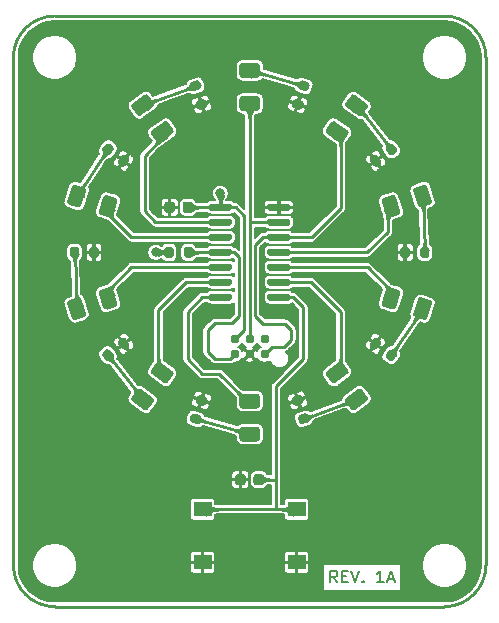
<source format=gbr>
G04 #@! TF.GenerationSoftware,KiCad,Pcbnew,(5.1.8)-1*
G04 #@! TF.CreationDate,2021-05-24T17:48:50-05:00*
G04 #@! TF.ProjectId,PIC16_Ring_of_Fire_Game,50494331-365f-4526-996e-675f6f665f46,1A*
G04 #@! TF.SameCoordinates,Original*
G04 #@! TF.FileFunction,Copper,L1,Top*
G04 #@! TF.FilePolarity,Positive*
%FSLAX46Y46*%
G04 Gerber Fmt 4.6, Leading zero omitted, Abs format (unit mm)*
G04 Created by KiCad (PCBNEW (5.1.8)-1) date 2021-05-24 17:48:50*
%MOMM*%
%LPD*%
G01*
G04 APERTURE LIST*
G04 #@! TA.AperFunction,NonConductor*
%ADD10C,0.150000*%
G04 #@! TD*
G04 #@! TA.AperFunction,Profile*
%ADD11C,0.254000*%
G04 #@! TD*
G04 #@! TA.AperFunction,SMDPad,CuDef*
%ADD12R,1.550000X1.300000*%
G04 #@! TD*
G04 #@! TA.AperFunction,ConnectorPad*
%ADD13C,0.787400*%
G04 #@! TD*
G04 #@! TA.AperFunction,ViaPad*
%ADD14C,0.800000*%
G04 #@! TD*
G04 #@! TA.AperFunction,Conductor*
%ADD15C,0.254000*%
G04 #@! TD*
G04 #@! TA.AperFunction,Conductor*
%ADD16C,0.127000*%
G04 #@! TD*
G04 #@! TA.AperFunction,Conductor*
%ADD17C,0.150000*%
G04 #@! TD*
G04 #@! TA.AperFunction,Conductor*
%ADD18C,0.025400*%
G04 #@! TD*
G04 APERTURE END LIST*
D10*
X107404761Y-122952380D02*
X107071428Y-122476190D01*
X106833333Y-122952380D02*
X106833333Y-121952380D01*
X107214285Y-121952380D01*
X107309523Y-122000000D01*
X107357142Y-122047619D01*
X107404761Y-122142857D01*
X107404761Y-122285714D01*
X107357142Y-122380952D01*
X107309523Y-122428571D01*
X107214285Y-122476190D01*
X106833333Y-122476190D01*
X107833333Y-122428571D02*
X108166666Y-122428571D01*
X108309523Y-122952380D02*
X107833333Y-122952380D01*
X107833333Y-121952380D01*
X108309523Y-121952380D01*
X108595238Y-121952380D02*
X108928571Y-122952380D01*
X109261904Y-121952380D01*
X109595238Y-122857142D02*
X109642857Y-122904761D01*
X109595238Y-122952380D01*
X109547619Y-122904761D01*
X109595238Y-122857142D01*
X109595238Y-122952380D01*
X111357142Y-122952380D02*
X110785714Y-122952380D01*
X111071428Y-122952380D02*
X111071428Y-121952380D01*
X110976190Y-122095238D01*
X110880952Y-122190476D01*
X110785714Y-122238095D01*
X111738095Y-122666666D02*
X112214285Y-122666666D01*
X111642857Y-122952380D02*
X111976190Y-121952380D01*
X112309523Y-122952380D01*
D11*
X83500000Y-125000000D02*
X116500000Y-125000000D01*
X120000000Y-121500000D02*
G75*
G02*
X116500000Y-125000000I-3500000J0D01*
G01*
X120000000Y-78500000D02*
X120000000Y-121500000D01*
X116500000Y-75000000D02*
G75*
G02*
X120000000Y-78500000I0J-3500000D01*
G01*
X83500000Y-75000000D02*
X116500000Y-75000000D01*
X80000000Y-78500000D02*
G75*
G02*
X83500000Y-75000000I3500000J0D01*
G01*
X83500000Y-125000000D02*
G75*
G02*
X80000000Y-121500000I0J3500000D01*
G01*
X80000000Y-78500000D02*
X80000000Y-121500000D01*
G04 #@! TA.AperFunction,SMDPad,CuDef*
G36*
G01*
X95543555Y-82174388D02*
X96066636Y-82004429D01*
G75*
G02*
X96318650Y-82132837I61803J-190211D01*
G01*
X96442257Y-82513260D01*
G75*
G02*
X96313849Y-82765274I-190211J-61803D01*
G01*
X95790768Y-82935233D01*
G75*
G02*
X95538754Y-82806825I-61803J190211D01*
G01*
X95415147Y-82426402D01*
G75*
G02*
X95543555Y-82174388I190211J61803D01*
G01*
G37*
G04 #@! TD.AperFunction*
G04 #@! TA.AperFunction,SMDPad,CuDef*
G36*
G01*
X95033677Y-80605144D02*
X95556758Y-80435185D01*
G75*
G02*
X95808772Y-80563593I61803J-190211D01*
G01*
X95932379Y-80944016D01*
G75*
G02*
X95803971Y-81196030I-190211J-61803D01*
G01*
X95280890Y-81365989D01*
G75*
G02*
X95028876Y-81237581I-61803J190211D01*
G01*
X94905269Y-80857158D01*
G75*
G02*
X95033677Y-80605144I190211J61803D01*
G01*
G37*
G04 #@! TD.AperFunction*
G04 #@! TA.AperFunction,SMDPad,CuDef*
G36*
G01*
X88855955Y-87243296D02*
X89179237Y-86798336D01*
G75*
G02*
X89458597Y-86754090I161803J-117557D01*
G01*
X89782203Y-86989204D01*
G75*
G02*
X89826449Y-87268564I-117557J-161803D01*
G01*
X89503167Y-87713524D01*
G75*
G02*
X89223807Y-87757770I-161803J117557D01*
G01*
X88900201Y-87522656D01*
G75*
G02*
X88855955Y-87243296I117557J161803D01*
G01*
G37*
G04 #@! TD.AperFunction*
G04 #@! TA.AperFunction,SMDPad,CuDef*
G36*
G01*
X87521077Y-86273450D02*
X87844359Y-85828490D01*
G75*
G02*
X88123719Y-85784244I161803J-117557D01*
G01*
X88447325Y-86019358D01*
G75*
G02*
X88491571Y-86298718I-117557J-161803D01*
G01*
X88168289Y-86743678D01*
G75*
G02*
X87888929Y-86787924I-161803J117557D01*
G01*
X87565323Y-86552810D01*
G75*
G02*
X87521077Y-86273450I117557J161803D01*
G01*
G37*
G04 #@! TD.AperFunction*
G04 #@! TA.AperFunction,SMDPad,CuDef*
G36*
G01*
X86425000Y-95275000D02*
X86425000Y-94725000D01*
G75*
G02*
X86625000Y-94525000I200000J0D01*
G01*
X87025000Y-94525000D01*
G75*
G02*
X87225000Y-94725000I0J-200000D01*
G01*
X87225000Y-95275000D01*
G75*
G02*
X87025000Y-95475000I-200000J0D01*
G01*
X86625000Y-95475000D01*
G75*
G02*
X86425000Y-95275000I0J200000D01*
G01*
G37*
G04 #@! TD.AperFunction*
G04 #@! TA.AperFunction,SMDPad,CuDef*
G36*
G01*
X84775000Y-95275000D02*
X84775000Y-94725000D01*
G75*
G02*
X84975000Y-94525000I200000J0D01*
G01*
X85375000Y-94525000D01*
G75*
G02*
X85575000Y-94725000I0J-200000D01*
G01*
X85575000Y-95275000D01*
G75*
G02*
X85375000Y-95475000I-200000J0D01*
G01*
X84975000Y-95475000D01*
G75*
G02*
X84775000Y-95275000I0J200000D01*
G01*
G37*
G04 #@! TD.AperFunction*
G04 #@! TA.AperFunction,SMDPad,CuDef*
G36*
G01*
X89179237Y-103201664D02*
X88855955Y-102756704D01*
G75*
G02*
X88900201Y-102477344I161803J117557D01*
G01*
X89223807Y-102242230D01*
G75*
G02*
X89503167Y-102286476I117557J-161803D01*
G01*
X89826449Y-102731436D01*
G75*
G02*
X89782203Y-103010796I-161803J-117557D01*
G01*
X89458597Y-103245910D01*
G75*
G02*
X89179237Y-103201664I-117557J161803D01*
G01*
G37*
G04 #@! TD.AperFunction*
G04 #@! TA.AperFunction,SMDPad,CuDef*
G36*
G01*
X87844359Y-104171510D02*
X87521077Y-103726550D01*
G75*
G02*
X87565323Y-103447190I161803J117557D01*
G01*
X87888929Y-103212076D01*
G75*
G02*
X88168289Y-103256322I117557J-161803D01*
G01*
X88491571Y-103701282D01*
G75*
G02*
X88447325Y-103980642I-161803J-117557D01*
G01*
X88123719Y-104215756D01*
G75*
G02*
X87844359Y-104171510I-117557J161803D01*
G01*
G37*
G04 #@! TD.AperFunction*
G04 #@! TA.AperFunction,SMDPad,CuDef*
G36*
G01*
X96066636Y-107995571D02*
X95543555Y-107825612D01*
G75*
G02*
X95415147Y-107573598I61803J190211D01*
G01*
X95538754Y-107193175D01*
G75*
G02*
X95790768Y-107064767I190211J-61803D01*
G01*
X96313849Y-107234726D01*
G75*
G02*
X96442257Y-107486740I-61803J-190211D01*
G01*
X96318650Y-107867163D01*
G75*
G02*
X96066636Y-107995571I-190211J61803D01*
G01*
G37*
G04 #@! TD.AperFunction*
G04 #@! TA.AperFunction,SMDPad,CuDef*
G36*
G01*
X95556758Y-109564815D02*
X95033677Y-109394856D01*
G75*
G02*
X94905269Y-109142842I61803J190211D01*
G01*
X95028876Y-108762419D01*
G75*
G02*
X95280890Y-108634011I190211J-61803D01*
G01*
X95803971Y-108803970D01*
G75*
G02*
X95932379Y-109055984I-61803J-190211D01*
G01*
X95808772Y-109436407D01*
G75*
G02*
X95556758Y-109564815I-190211J61803D01*
G01*
G37*
G04 #@! TD.AperFunction*
G04 #@! TA.AperFunction,SMDPad,CuDef*
G36*
G01*
X104456445Y-107825612D02*
X103933364Y-107995571D01*
G75*
G02*
X103681350Y-107867163I-61803J190211D01*
G01*
X103557743Y-107486740D01*
G75*
G02*
X103686151Y-107234726I190211J61803D01*
G01*
X104209232Y-107064767D01*
G75*
G02*
X104461246Y-107193175I61803J-190211D01*
G01*
X104584853Y-107573598D01*
G75*
G02*
X104456445Y-107825612I-190211J-61803D01*
G01*
G37*
G04 #@! TD.AperFunction*
G04 #@! TA.AperFunction,SMDPad,CuDef*
G36*
G01*
X104966323Y-109394856D02*
X104443242Y-109564815D01*
G75*
G02*
X104191228Y-109436407I-61803J190211D01*
G01*
X104067621Y-109055984D01*
G75*
G02*
X104196029Y-108803970I190211J61803D01*
G01*
X104719110Y-108634011D01*
G75*
G02*
X104971124Y-108762419I61803J-190211D01*
G01*
X105094731Y-109142842D01*
G75*
G02*
X104966323Y-109394856I-190211J-61803D01*
G01*
G37*
G04 #@! TD.AperFunction*
G04 #@! TA.AperFunction,SMDPad,CuDef*
G36*
G01*
X111144045Y-102756704D02*
X110820763Y-103201664D01*
G75*
G02*
X110541403Y-103245910I-161803J117557D01*
G01*
X110217797Y-103010796D01*
G75*
G02*
X110173551Y-102731436I117557J161803D01*
G01*
X110496833Y-102286476D01*
G75*
G02*
X110776193Y-102242230I161803J-117557D01*
G01*
X111099799Y-102477344D01*
G75*
G02*
X111144045Y-102756704I-117557J-161803D01*
G01*
G37*
G04 #@! TD.AperFunction*
G04 #@! TA.AperFunction,SMDPad,CuDef*
G36*
G01*
X112478923Y-103726550D02*
X112155641Y-104171510D01*
G75*
G02*
X111876281Y-104215756I-161803J117557D01*
G01*
X111552675Y-103980642D01*
G75*
G02*
X111508429Y-103701282I117557J161803D01*
G01*
X111831711Y-103256322D01*
G75*
G02*
X112111071Y-103212076I161803J-117557D01*
G01*
X112434677Y-103447190D01*
G75*
G02*
X112478923Y-103726550I-117557J-161803D01*
G01*
G37*
G04 #@! TD.AperFunction*
G04 #@! TA.AperFunction,SMDPad,CuDef*
G36*
G01*
X113575000Y-94725000D02*
X113575000Y-95275000D01*
G75*
G02*
X113375000Y-95475000I-200000J0D01*
G01*
X112975000Y-95475000D01*
G75*
G02*
X112775000Y-95275000I0J200000D01*
G01*
X112775000Y-94725000D01*
G75*
G02*
X112975000Y-94525000I200000J0D01*
G01*
X113375000Y-94525000D01*
G75*
G02*
X113575000Y-94725000I0J-200000D01*
G01*
G37*
G04 #@! TD.AperFunction*
G04 #@! TA.AperFunction,SMDPad,CuDef*
G36*
G01*
X115225000Y-94725000D02*
X115225000Y-95275000D01*
G75*
G02*
X115025000Y-95475000I-200000J0D01*
G01*
X114625000Y-95475000D01*
G75*
G02*
X114425000Y-95275000I0J200000D01*
G01*
X114425000Y-94725000D01*
G75*
G02*
X114625000Y-94525000I200000J0D01*
G01*
X115025000Y-94525000D01*
G75*
G02*
X115225000Y-94725000I0J-200000D01*
G01*
G37*
G04 #@! TD.AperFunction*
G04 #@! TA.AperFunction,SMDPad,CuDef*
G36*
G01*
X112155641Y-85828490D02*
X112478923Y-86273450D01*
G75*
G02*
X112434677Y-86552810I-161803J-117557D01*
G01*
X112111071Y-86787924D01*
G75*
G02*
X111831711Y-86743678I-117557J161803D01*
G01*
X111508429Y-86298718D01*
G75*
G02*
X111552675Y-86019358I161803J117557D01*
G01*
X111876281Y-85784244D01*
G75*
G02*
X112155641Y-85828490I117557J-161803D01*
G01*
G37*
G04 #@! TD.AperFunction*
G04 #@! TA.AperFunction,SMDPad,CuDef*
G36*
G01*
X110820763Y-86798336D02*
X111144045Y-87243296D01*
G75*
G02*
X111099799Y-87522656I-161803J-117557D01*
G01*
X110776193Y-87757770D01*
G75*
G02*
X110496833Y-87713524I-117557J161803D01*
G01*
X110173551Y-87268564D01*
G75*
G02*
X110217797Y-86989204I161803J117557D01*
G01*
X110541403Y-86754090D01*
G75*
G02*
X110820763Y-86798336I117557J-161803D01*
G01*
G37*
G04 #@! TD.AperFunction*
G04 #@! TA.AperFunction,SMDPad,CuDef*
G36*
G01*
X103933364Y-82004429D02*
X104456445Y-82174388D01*
G75*
G02*
X104584853Y-82426402I-61803J-190211D01*
G01*
X104461246Y-82806825D01*
G75*
G02*
X104209232Y-82935233I-190211J61803D01*
G01*
X103686151Y-82765274D01*
G75*
G02*
X103557743Y-82513260I61803J190211D01*
G01*
X103681350Y-82132837D01*
G75*
G02*
X103933364Y-82004429I190211J-61803D01*
G01*
G37*
G04 #@! TD.AperFunction*
G04 #@! TA.AperFunction,SMDPad,CuDef*
G36*
G01*
X104443242Y-80435185D02*
X104966323Y-80605144D01*
G75*
G02*
X105094731Y-80857158I-61803J-190211D01*
G01*
X104971124Y-81237581D01*
G75*
G02*
X104719110Y-81365989I-190211J61803D01*
G01*
X104196029Y-81196030D01*
G75*
G02*
X104067621Y-80944016I61803J190211D01*
G01*
X104191228Y-80563593D01*
G75*
G02*
X104443242Y-80435185I190211J-61803D01*
G01*
G37*
G04 #@! TD.AperFunction*
D12*
X103980000Y-116750000D03*
X103980000Y-121250000D03*
X96020000Y-121250000D03*
X96020000Y-116750000D03*
D13*
X101270000Y-102365000D03*
X101270000Y-103635000D03*
X100000000Y-102365000D03*
X100000000Y-103635000D03*
X98730000Y-102365000D03*
X98730000Y-103635000D03*
G04 #@! TA.AperFunction,SMDPad,CuDef*
G36*
G01*
X91720904Y-84668116D02*
X92732175Y-83933385D01*
G75*
G02*
X93081375Y-83988693I146946J-202254D01*
G01*
X93522214Y-84595456D01*
G75*
G02*
X93466906Y-84944656I-202254J-146946D01*
G01*
X92455635Y-85679387D01*
G75*
G02*
X92106435Y-85624079I-146946J202254D01*
G01*
X91665596Y-85017316D01*
G75*
G02*
X91720904Y-84668116I202254J146946D01*
G01*
G37*
G04 #@! TD.AperFunction*
G04 #@! TA.AperFunction,SMDPad,CuDef*
G36*
G01*
X90075106Y-82402868D02*
X91086377Y-81668137D01*
G75*
G02*
X91435577Y-81723445I146946J-202254D01*
G01*
X91876416Y-82330208D01*
G75*
G02*
X91821108Y-82679408I-202254J-146946D01*
G01*
X90809837Y-83414139D01*
G75*
G02*
X90460637Y-83358831I-146946J202254D01*
G01*
X90019798Y-82752068D01*
G75*
G02*
X90075106Y-82402868I202254J146946D01*
G01*
G37*
G04 #@! TD.AperFunction*
G04 #@! TA.AperFunction,SMDPad,CuDef*
G36*
G01*
X87229142Y-91507661D02*
X87615413Y-90318840D01*
G75*
G02*
X87930431Y-90158330I237764J-77254D01*
G01*
X88643724Y-90390093D01*
G75*
G02*
X88804234Y-90705111I-77254J-237764D01*
G01*
X88417963Y-91893932D01*
G75*
G02*
X88102945Y-92054442I-237764J77254D01*
G01*
X87389652Y-91822679D01*
G75*
G02*
X87229142Y-91507661I77254J237764D01*
G01*
G37*
G04 #@! TD.AperFunction*
G04 #@! TA.AperFunction,SMDPad,CuDef*
G36*
G01*
X84566184Y-90642413D02*
X84952455Y-89453592D01*
G75*
G02*
X85267473Y-89293082I237764J-77254D01*
G01*
X85980766Y-89524845D01*
G75*
G02*
X86141276Y-89839863I-77254J-237764D01*
G01*
X85755005Y-91028684D01*
G75*
G02*
X85439987Y-91189194I-237764J77254D01*
G01*
X84726694Y-90957431D01*
G75*
G02*
X84566184Y-90642413I77254J237764D01*
G01*
G37*
G04 #@! TD.AperFunction*
G04 #@! TA.AperFunction,SMDPad,CuDef*
G36*
G01*
X87615413Y-99681160D02*
X87229142Y-98492339D01*
G75*
G02*
X87389652Y-98177321I237764J77254D01*
G01*
X88102945Y-97945558D01*
G75*
G02*
X88417963Y-98106068I77254J-237764D01*
G01*
X88804234Y-99294889D01*
G75*
G02*
X88643724Y-99609907I-237764J-77254D01*
G01*
X87930431Y-99841670D01*
G75*
G02*
X87615413Y-99681160I-77254J237764D01*
G01*
G37*
G04 #@! TD.AperFunction*
G04 #@! TA.AperFunction,SMDPad,CuDef*
G36*
G01*
X84952455Y-100546408D02*
X84566184Y-99357587D01*
G75*
G02*
X84726694Y-99042569I237764J77254D01*
G01*
X85439987Y-98810806D01*
G75*
G02*
X85755005Y-98971316I77254J-237764D01*
G01*
X86141276Y-100160137D01*
G75*
G02*
X85980766Y-100475155I-237764J-77254D01*
G01*
X85267473Y-100706918D01*
G75*
G02*
X84952455Y-100546408I-77254J237764D01*
G01*
G37*
G04 #@! TD.AperFunction*
G04 #@! TA.AperFunction,SMDPad,CuDef*
G36*
G01*
X92732175Y-106066615D02*
X91720904Y-105331884D01*
G75*
G02*
X91665596Y-104982684I146946J202254D01*
G01*
X92106435Y-104375921D01*
G75*
G02*
X92455635Y-104320613I202254J-146946D01*
G01*
X93466906Y-105055344D01*
G75*
G02*
X93522214Y-105404544I-146946J-202254D01*
G01*
X93081375Y-106011307D01*
G75*
G02*
X92732175Y-106066615I-202254J146946D01*
G01*
G37*
G04 #@! TD.AperFunction*
G04 #@! TA.AperFunction,SMDPad,CuDef*
G36*
G01*
X91086377Y-108331863D02*
X90075106Y-107597132D01*
G75*
G02*
X90019798Y-107247932I146946J202254D01*
G01*
X90460637Y-106641169D01*
G75*
G02*
X90809837Y-106585861I202254J-146946D01*
G01*
X91821108Y-107320592D01*
G75*
G02*
X91876416Y-107669792I-146946J-202254D01*
G01*
X91435577Y-108276555D01*
G75*
G02*
X91086377Y-108331863I-202254J146946D01*
G01*
G37*
G04 #@! TD.AperFunction*
G04 #@! TA.AperFunction,SMDPad,CuDef*
G36*
G01*
X100625000Y-108225000D02*
X99375000Y-108225000D01*
G75*
G02*
X99125000Y-107975000I0J250000D01*
G01*
X99125000Y-107225000D01*
G75*
G02*
X99375000Y-106975000I250000J0D01*
G01*
X100625000Y-106975000D01*
G75*
G02*
X100875000Y-107225000I0J-250000D01*
G01*
X100875000Y-107975000D01*
G75*
G02*
X100625000Y-108225000I-250000J0D01*
G01*
G37*
G04 #@! TD.AperFunction*
G04 #@! TA.AperFunction,SMDPad,CuDef*
G36*
G01*
X100625000Y-111025000D02*
X99375000Y-111025000D01*
G75*
G02*
X99125000Y-110775000I0J250000D01*
G01*
X99125000Y-110025000D01*
G75*
G02*
X99375000Y-109775000I250000J0D01*
G01*
X100625000Y-109775000D01*
G75*
G02*
X100875000Y-110025000I0J-250000D01*
G01*
X100875000Y-110775000D01*
G75*
G02*
X100625000Y-111025000I-250000J0D01*
G01*
G37*
G04 #@! TD.AperFunction*
G04 #@! TA.AperFunction,SMDPad,CuDef*
G36*
G01*
X109924894Y-107597132D02*
X108913623Y-108331863D01*
G75*
G02*
X108564423Y-108276555I-146946J202254D01*
G01*
X108123584Y-107669792D01*
G75*
G02*
X108178892Y-107320592I202254J146946D01*
G01*
X109190163Y-106585861D01*
G75*
G02*
X109539363Y-106641169I146946J-202254D01*
G01*
X109980202Y-107247932D01*
G75*
G02*
X109924894Y-107597132I-202254J-146946D01*
G01*
G37*
G04 #@! TD.AperFunction*
G04 #@! TA.AperFunction,SMDPad,CuDef*
G36*
G01*
X108279096Y-105331884D02*
X107267825Y-106066615D01*
G75*
G02*
X106918625Y-106011307I-146946J202254D01*
G01*
X106477786Y-105404544D01*
G75*
G02*
X106533094Y-105055344I202254J146946D01*
G01*
X107544365Y-104320613D01*
G75*
G02*
X107893565Y-104375921I146946J-202254D01*
G01*
X108334404Y-104982684D01*
G75*
G02*
X108279096Y-105331884I-202254J-146946D01*
G01*
G37*
G04 #@! TD.AperFunction*
G04 #@! TA.AperFunction,SMDPad,CuDef*
G36*
G01*
X112770858Y-98492339D02*
X112384587Y-99681160D01*
G75*
G02*
X112069569Y-99841670I-237764J77254D01*
G01*
X111356276Y-99609907D01*
G75*
G02*
X111195766Y-99294889I77254J237764D01*
G01*
X111582037Y-98106068D01*
G75*
G02*
X111897055Y-97945558I237764J-77254D01*
G01*
X112610348Y-98177321D01*
G75*
G02*
X112770858Y-98492339I-77254J-237764D01*
G01*
G37*
G04 #@! TD.AperFunction*
G04 #@! TA.AperFunction,SMDPad,CuDef*
G36*
G01*
X115433816Y-99357587D02*
X115047545Y-100546408D01*
G75*
G02*
X114732527Y-100706918I-237764J77254D01*
G01*
X114019234Y-100475155D01*
G75*
G02*
X113858724Y-100160137I77254J237764D01*
G01*
X114244995Y-98971316D01*
G75*
G02*
X114560013Y-98810806I237764J-77254D01*
G01*
X115273306Y-99042569D01*
G75*
G02*
X115433816Y-99357587I-77254J-237764D01*
G01*
G37*
G04 #@! TD.AperFunction*
G04 #@! TA.AperFunction,SMDPad,CuDef*
G36*
G01*
X112384587Y-90318840D02*
X112770858Y-91507661D01*
G75*
G02*
X112610348Y-91822679I-237764J-77254D01*
G01*
X111897055Y-92054442D01*
G75*
G02*
X111582037Y-91893932I-77254J237764D01*
G01*
X111195766Y-90705111D01*
G75*
G02*
X111356276Y-90390093I237764J77254D01*
G01*
X112069569Y-90158330D01*
G75*
G02*
X112384587Y-90318840I77254J-237764D01*
G01*
G37*
G04 #@! TD.AperFunction*
G04 #@! TA.AperFunction,SMDPad,CuDef*
G36*
G01*
X115047545Y-89453592D02*
X115433816Y-90642413D01*
G75*
G02*
X115273306Y-90957431I-237764J-77254D01*
G01*
X114560013Y-91189194D01*
G75*
G02*
X114244995Y-91028684I-77254J237764D01*
G01*
X113858724Y-89839863D01*
G75*
G02*
X114019234Y-89524845I237764J77254D01*
G01*
X114732527Y-89293082D01*
G75*
G02*
X115047545Y-89453592I77254J-237764D01*
G01*
G37*
G04 #@! TD.AperFunction*
G04 #@! TA.AperFunction,SMDPad,CuDef*
G36*
G01*
X107267825Y-83933385D02*
X108279096Y-84668116D01*
G75*
G02*
X108334404Y-85017316I-146946J-202254D01*
G01*
X107893565Y-85624079D01*
G75*
G02*
X107544365Y-85679387I-202254J146946D01*
G01*
X106533094Y-84944656D01*
G75*
G02*
X106477786Y-84595456I146946J202254D01*
G01*
X106918625Y-83988693D01*
G75*
G02*
X107267825Y-83933385I202254J-146946D01*
G01*
G37*
G04 #@! TD.AperFunction*
G04 #@! TA.AperFunction,SMDPad,CuDef*
G36*
G01*
X108913623Y-81668137D02*
X109924894Y-82402868D01*
G75*
G02*
X109980202Y-82752068I-146946J-202254D01*
G01*
X109539363Y-83358831D01*
G75*
G02*
X109190163Y-83414139I-202254J146946D01*
G01*
X108178892Y-82679408D01*
G75*
G02*
X108123584Y-82330208I146946J202254D01*
G01*
X108564423Y-81723445D01*
G75*
G02*
X108913623Y-81668137I202254J-146946D01*
G01*
G37*
G04 #@! TD.AperFunction*
G04 #@! TA.AperFunction,SMDPad,CuDef*
G36*
G01*
X99375000Y-78975000D02*
X100625000Y-78975000D01*
G75*
G02*
X100875000Y-79225000I0J-250000D01*
G01*
X100875000Y-79975000D01*
G75*
G02*
X100625000Y-80225000I-250000J0D01*
G01*
X99375000Y-80225000D01*
G75*
G02*
X99125000Y-79975000I0J250000D01*
G01*
X99125000Y-79225000D01*
G75*
G02*
X99375000Y-78975000I250000J0D01*
G01*
G37*
G04 #@! TD.AperFunction*
G04 #@! TA.AperFunction,SMDPad,CuDef*
G36*
G01*
X99375000Y-81775000D02*
X100625000Y-81775000D01*
G75*
G02*
X100875000Y-82025000I0J-250000D01*
G01*
X100875000Y-82775000D01*
G75*
G02*
X100625000Y-83025000I-250000J0D01*
G01*
X99375000Y-83025000D01*
G75*
G02*
X99125000Y-82775000I0J250000D01*
G01*
X99125000Y-82025000D01*
G75*
G02*
X99375000Y-81775000I250000J0D01*
G01*
G37*
G04 #@! TD.AperFunction*
G04 #@! TA.AperFunction,SMDPad,CuDef*
G36*
G01*
X101500000Y-91340000D02*
X101500000Y-91040000D01*
G75*
G02*
X101650000Y-90890000I150000J0D01*
G01*
X103300000Y-90890000D01*
G75*
G02*
X103450000Y-91040000I0J-150000D01*
G01*
X103450000Y-91340000D01*
G75*
G02*
X103300000Y-91490000I-150000J0D01*
G01*
X101650000Y-91490000D01*
G75*
G02*
X101500000Y-91340000I0J150000D01*
G01*
G37*
G04 #@! TD.AperFunction*
G04 #@! TA.AperFunction,SMDPad,CuDef*
G36*
G01*
X101500000Y-92610000D02*
X101500000Y-92310000D01*
G75*
G02*
X101650000Y-92160000I150000J0D01*
G01*
X103300000Y-92160000D01*
G75*
G02*
X103450000Y-92310000I0J-150000D01*
G01*
X103450000Y-92610000D01*
G75*
G02*
X103300000Y-92760000I-150000J0D01*
G01*
X101650000Y-92760000D01*
G75*
G02*
X101500000Y-92610000I0J150000D01*
G01*
G37*
G04 #@! TD.AperFunction*
G04 #@! TA.AperFunction,SMDPad,CuDef*
G36*
G01*
X101500000Y-93880000D02*
X101500000Y-93580000D01*
G75*
G02*
X101650000Y-93430000I150000J0D01*
G01*
X103300000Y-93430000D01*
G75*
G02*
X103450000Y-93580000I0J-150000D01*
G01*
X103450000Y-93880000D01*
G75*
G02*
X103300000Y-94030000I-150000J0D01*
G01*
X101650000Y-94030000D01*
G75*
G02*
X101500000Y-93880000I0J150000D01*
G01*
G37*
G04 #@! TD.AperFunction*
G04 #@! TA.AperFunction,SMDPad,CuDef*
G36*
G01*
X101500000Y-95150000D02*
X101500000Y-94850000D01*
G75*
G02*
X101650000Y-94700000I150000J0D01*
G01*
X103300000Y-94700000D01*
G75*
G02*
X103450000Y-94850000I0J-150000D01*
G01*
X103450000Y-95150000D01*
G75*
G02*
X103300000Y-95300000I-150000J0D01*
G01*
X101650000Y-95300000D01*
G75*
G02*
X101500000Y-95150000I0J150000D01*
G01*
G37*
G04 #@! TD.AperFunction*
G04 #@! TA.AperFunction,SMDPad,CuDef*
G36*
G01*
X101500000Y-96420000D02*
X101500000Y-96120000D01*
G75*
G02*
X101650000Y-95970000I150000J0D01*
G01*
X103300000Y-95970000D01*
G75*
G02*
X103450000Y-96120000I0J-150000D01*
G01*
X103450000Y-96420000D01*
G75*
G02*
X103300000Y-96570000I-150000J0D01*
G01*
X101650000Y-96570000D01*
G75*
G02*
X101500000Y-96420000I0J150000D01*
G01*
G37*
G04 #@! TD.AperFunction*
G04 #@! TA.AperFunction,SMDPad,CuDef*
G36*
G01*
X101500000Y-97690000D02*
X101500000Y-97390000D01*
G75*
G02*
X101650000Y-97240000I150000J0D01*
G01*
X103300000Y-97240000D01*
G75*
G02*
X103450000Y-97390000I0J-150000D01*
G01*
X103450000Y-97690000D01*
G75*
G02*
X103300000Y-97840000I-150000J0D01*
G01*
X101650000Y-97840000D01*
G75*
G02*
X101500000Y-97690000I0J150000D01*
G01*
G37*
G04 #@! TD.AperFunction*
G04 #@! TA.AperFunction,SMDPad,CuDef*
G36*
G01*
X101500000Y-98960000D02*
X101500000Y-98660000D01*
G75*
G02*
X101650000Y-98510000I150000J0D01*
G01*
X103300000Y-98510000D01*
G75*
G02*
X103450000Y-98660000I0J-150000D01*
G01*
X103450000Y-98960000D01*
G75*
G02*
X103300000Y-99110000I-150000J0D01*
G01*
X101650000Y-99110000D01*
G75*
G02*
X101500000Y-98960000I0J150000D01*
G01*
G37*
G04 #@! TD.AperFunction*
G04 #@! TA.AperFunction,SMDPad,CuDef*
G36*
G01*
X96550000Y-98960000D02*
X96550000Y-98660000D01*
G75*
G02*
X96700000Y-98510000I150000J0D01*
G01*
X98350000Y-98510000D01*
G75*
G02*
X98500000Y-98660000I0J-150000D01*
G01*
X98500000Y-98960000D01*
G75*
G02*
X98350000Y-99110000I-150000J0D01*
G01*
X96700000Y-99110000D01*
G75*
G02*
X96550000Y-98960000I0J150000D01*
G01*
G37*
G04 #@! TD.AperFunction*
G04 #@! TA.AperFunction,SMDPad,CuDef*
G36*
G01*
X96550000Y-97690000D02*
X96550000Y-97390000D01*
G75*
G02*
X96700000Y-97240000I150000J0D01*
G01*
X98350000Y-97240000D01*
G75*
G02*
X98500000Y-97390000I0J-150000D01*
G01*
X98500000Y-97690000D01*
G75*
G02*
X98350000Y-97840000I-150000J0D01*
G01*
X96700000Y-97840000D01*
G75*
G02*
X96550000Y-97690000I0J150000D01*
G01*
G37*
G04 #@! TD.AperFunction*
G04 #@! TA.AperFunction,SMDPad,CuDef*
G36*
G01*
X96550000Y-96420000D02*
X96550000Y-96120000D01*
G75*
G02*
X96700000Y-95970000I150000J0D01*
G01*
X98350000Y-95970000D01*
G75*
G02*
X98500000Y-96120000I0J-150000D01*
G01*
X98500000Y-96420000D01*
G75*
G02*
X98350000Y-96570000I-150000J0D01*
G01*
X96700000Y-96570000D01*
G75*
G02*
X96550000Y-96420000I0J150000D01*
G01*
G37*
G04 #@! TD.AperFunction*
G04 #@! TA.AperFunction,SMDPad,CuDef*
G36*
G01*
X96550000Y-95150000D02*
X96550000Y-94850000D01*
G75*
G02*
X96700000Y-94700000I150000J0D01*
G01*
X98350000Y-94700000D01*
G75*
G02*
X98500000Y-94850000I0J-150000D01*
G01*
X98500000Y-95150000D01*
G75*
G02*
X98350000Y-95300000I-150000J0D01*
G01*
X96700000Y-95300000D01*
G75*
G02*
X96550000Y-95150000I0J150000D01*
G01*
G37*
G04 #@! TD.AperFunction*
G04 #@! TA.AperFunction,SMDPad,CuDef*
G36*
G01*
X96550000Y-93880000D02*
X96550000Y-93580000D01*
G75*
G02*
X96700000Y-93430000I150000J0D01*
G01*
X98350000Y-93430000D01*
G75*
G02*
X98500000Y-93580000I0J-150000D01*
G01*
X98500000Y-93880000D01*
G75*
G02*
X98350000Y-94030000I-150000J0D01*
G01*
X96700000Y-94030000D01*
G75*
G02*
X96550000Y-93880000I0J150000D01*
G01*
G37*
G04 #@! TD.AperFunction*
G04 #@! TA.AperFunction,SMDPad,CuDef*
G36*
G01*
X96550000Y-92610000D02*
X96550000Y-92310000D01*
G75*
G02*
X96700000Y-92160000I150000J0D01*
G01*
X98350000Y-92160000D01*
G75*
G02*
X98500000Y-92310000I0J-150000D01*
G01*
X98500000Y-92610000D01*
G75*
G02*
X98350000Y-92760000I-150000J0D01*
G01*
X96700000Y-92760000D01*
G75*
G02*
X96550000Y-92610000I0J150000D01*
G01*
G37*
G04 #@! TD.AperFunction*
G04 #@! TA.AperFunction,SMDPad,CuDef*
G36*
G01*
X96550000Y-91340000D02*
X96550000Y-91040000D01*
G75*
G02*
X96700000Y-90890000I150000J0D01*
G01*
X98350000Y-90890000D01*
G75*
G02*
X98500000Y-91040000I0J-150000D01*
G01*
X98500000Y-91340000D01*
G75*
G02*
X98350000Y-91490000I-150000J0D01*
G01*
X96700000Y-91490000D01*
G75*
G02*
X96550000Y-91340000I0J150000D01*
G01*
G37*
G04 #@! TD.AperFunction*
G04 #@! TA.AperFunction,SMDPad,CuDef*
G36*
G01*
X94425000Y-95275000D02*
X94425000Y-94725000D01*
G75*
G02*
X94625000Y-94525000I200000J0D01*
G01*
X95025000Y-94525000D01*
G75*
G02*
X95225000Y-94725000I0J-200000D01*
G01*
X95225000Y-95275000D01*
G75*
G02*
X95025000Y-95475000I-200000J0D01*
G01*
X94625000Y-95475000D01*
G75*
G02*
X94425000Y-95275000I0J200000D01*
G01*
G37*
G04 #@! TD.AperFunction*
G04 #@! TA.AperFunction,SMDPad,CuDef*
G36*
G01*
X92775000Y-95275000D02*
X92775000Y-94725000D01*
G75*
G02*
X92975000Y-94525000I200000J0D01*
G01*
X93375000Y-94525000D01*
G75*
G02*
X93575000Y-94725000I0J-200000D01*
G01*
X93575000Y-95275000D01*
G75*
G02*
X93375000Y-95475000I-200000J0D01*
G01*
X92975000Y-95475000D01*
G75*
G02*
X92775000Y-95275000I0J200000D01*
G01*
G37*
G04 #@! TD.AperFunction*
G04 #@! TA.AperFunction,SMDPad,CuDef*
G36*
G01*
X99675000Y-114000000D02*
X99675000Y-114500000D01*
G75*
G02*
X99450000Y-114725000I-225000J0D01*
G01*
X99000000Y-114725000D01*
G75*
G02*
X98775000Y-114500000I0J225000D01*
G01*
X98775000Y-114000000D01*
G75*
G02*
X99000000Y-113775000I225000J0D01*
G01*
X99450000Y-113775000D01*
G75*
G02*
X99675000Y-114000000I0J-225000D01*
G01*
G37*
G04 #@! TD.AperFunction*
G04 #@! TA.AperFunction,SMDPad,CuDef*
G36*
G01*
X101225000Y-114000000D02*
X101225000Y-114500000D01*
G75*
G02*
X101000000Y-114725000I-225000J0D01*
G01*
X100550000Y-114725000D01*
G75*
G02*
X100325000Y-114500000I0J225000D01*
G01*
X100325000Y-114000000D01*
G75*
G02*
X100550000Y-113775000I225000J0D01*
G01*
X101000000Y-113775000D01*
G75*
G02*
X101225000Y-114000000I0J-225000D01*
G01*
G37*
G04 #@! TD.AperFunction*
G04 #@! TA.AperFunction,SMDPad,CuDef*
G36*
G01*
X93675000Y-90940000D02*
X93675000Y-91440000D01*
G75*
G02*
X93450000Y-91665000I-225000J0D01*
G01*
X93000000Y-91665000D01*
G75*
G02*
X92775000Y-91440000I0J225000D01*
G01*
X92775000Y-90940000D01*
G75*
G02*
X93000000Y-90715000I225000J0D01*
G01*
X93450000Y-90715000D01*
G75*
G02*
X93675000Y-90940000I0J-225000D01*
G01*
G37*
G04 #@! TD.AperFunction*
G04 #@! TA.AperFunction,SMDPad,CuDef*
G36*
G01*
X95225000Y-90940000D02*
X95225000Y-91440000D01*
G75*
G02*
X95000000Y-91665000I-225000J0D01*
G01*
X94550000Y-91665000D01*
G75*
G02*
X94325000Y-91440000I0J225000D01*
G01*
X94325000Y-90940000D01*
G75*
G02*
X94550000Y-90715000I225000J0D01*
G01*
X95000000Y-90715000D01*
G75*
G02*
X95225000Y-90940000I0J-225000D01*
G01*
G37*
G04 #@! TD.AperFunction*
D14*
X92049998Y-91190000D03*
X104500000Y-91190000D03*
X100000000Y-105000000D03*
X90291797Y-102053422D03*
X96291797Y-106412677D03*
X103708203Y-106412677D03*
X109708202Y-102053421D03*
X111999998Y-95000000D03*
X109708202Y-87946579D03*
X103726105Y-83591293D03*
X96291798Y-83587324D03*
X90291799Y-87946578D03*
X88000000Y-95000000D03*
X100000000Y-121250000D03*
X97000000Y-114250000D03*
X92049998Y-95000000D03*
X97525000Y-90000000D03*
D15*
X98730000Y-102365000D02*
X99545990Y-101549010D01*
X99545990Y-101549010D02*
X99545990Y-91925990D01*
X98810000Y-91190000D02*
X97525000Y-91190000D01*
X99545990Y-91925990D02*
X98810000Y-91190000D01*
X94775000Y-91190000D02*
X97525000Y-91190000D01*
X97525000Y-90000000D02*
X97525000Y-91190000D01*
X92049998Y-95000000D02*
X93175000Y-95000000D01*
X104546400Y-99669600D02*
X104546400Y-104038400D01*
X103686800Y-98810000D02*
X104546400Y-99669600D01*
X104546400Y-104038400D02*
X102235000Y-106349800D01*
X102475000Y-98810000D02*
X103686800Y-98810000D01*
X102235000Y-116710800D02*
X102195800Y-116750000D01*
X102195800Y-116750000D02*
X103980000Y-116750000D01*
X96020000Y-116750000D02*
X102195800Y-116750000D01*
X102234200Y-114250000D02*
X102235000Y-114249200D01*
X100775000Y-114250000D02*
X102234200Y-114250000D01*
X102235000Y-114249200D02*
X102235000Y-116710800D01*
X102235000Y-106349800D02*
X102235000Y-114249200D01*
X100021200Y-92460000D02*
X100000000Y-92481200D01*
X102475000Y-92460000D02*
X100021200Y-92460000D01*
X100000000Y-92481200D02*
X100000000Y-82400000D01*
X100000000Y-102365000D02*
X100000000Y-92481200D01*
X100000000Y-79600000D02*
X104581176Y-80900587D01*
X101908000Y-102997000D02*
X101270000Y-103635000D01*
X102946200Y-102997000D02*
X101908000Y-102997000D01*
X103530400Y-101574600D02*
X103530400Y-102412800D01*
X102997000Y-101041200D02*
X103530400Y-101574600D01*
X103530400Y-102412800D02*
X102946200Y-102997000D01*
X101092000Y-101041200D02*
X102997000Y-101041200D01*
X100454010Y-94389390D02*
X100454010Y-100403210D01*
X101113400Y-93730000D02*
X100454010Y-94389390D01*
X100454010Y-100403210D02*
X101092000Y-101041200D01*
X102475000Y-93730000D02*
X101113400Y-93730000D01*
X107721400Y-85121691D02*
X107406095Y-84806386D01*
X107721400Y-91249500D02*
X107721400Y-85121691D01*
X105240900Y-93730000D02*
X107721400Y-91249500D01*
X102475000Y-93730000D02*
X105240900Y-93730000D01*
X111709200Y-91380498D02*
X111983312Y-91106386D01*
X111709200Y-93268800D02*
X111709200Y-91380498D01*
X109978000Y-95000000D02*
X111709200Y-93268800D01*
X102475000Y-95000000D02*
X109978000Y-95000000D01*
X111983312Y-98267312D02*
X111983312Y-98893614D01*
X109986000Y-96270000D02*
X111983312Y-98267312D01*
X102475000Y-96270000D02*
X109986000Y-96270000D01*
X107696000Y-104903709D02*
X107406095Y-105193614D01*
X107696000Y-100025200D02*
X107696000Y-104903709D01*
X105210800Y-97540000D02*
X107696000Y-100025200D01*
X102475000Y-97540000D02*
X105210800Y-97540000D01*
X97434400Y-105283000D02*
X99751400Y-107600000D01*
X94742000Y-100050600D02*
X94742000Y-104038400D01*
X95986600Y-105283000D02*
X97434400Y-105283000D01*
X95982600Y-98810000D02*
X94742000Y-100050600D01*
X99751400Y-107600000D02*
X100000000Y-107600000D01*
X94742000Y-104038400D02*
X95986600Y-105283000D01*
X97525000Y-98810000D02*
X95982600Y-98810000D01*
X92278200Y-104877909D02*
X92593905Y-105193614D01*
X92278200Y-99898200D02*
X92278200Y-104877909D01*
X94636400Y-97540000D02*
X92278200Y-99898200D01*
X97525000Y-97540000D02*
X94636400Y-97540000D01*
X88016688Y-98241512D02*
X88016688Y-98893614D01*
X89988200Y-96270000D02*
X88016688Y-98241512D01*
X97525000Y-96270000D02*
X89988200Y-96270000D01*
X88016688Y-91750488D02*
X88016688Y-91106386D01*
X89996200Y-93730000D02*
X88016688Y-91750488D01*
X97525000Y-93730000D02*
X89996200Y-93730000D01*
X97525000Y-95000000D02*
X94825000Y-95000000D01*
X98336301Y-104028699D02*
X98730000Y-103635000D01*
X97043699Y-104028699D02*
X98336301Y-104028699D01*
X97053400Y-100990400D02*
X96443800Y-101600000D01*
X96443800Y-103428800D02*
X97043699Y-104028699D01*
X98501200Y-100990400D02*
X97053400Y-100990400D01*
X99091980Y-100399620D02*
X98501200Y-100990400D01*
X96443800Y-101600000D02*
X96443800Y-103428800D01*
X99091980Y-95377000D02*
X99091980Y-100399620D01*
X98714980Y-95000000D02*
X99091980Y-95377000D01*
X97525000Y-95000000D02*
X98714980Y-95000000D01*
X91109800Y-86817200D02*
X92593905Y-85333095D01*
X91109800Y-91541600D02*
X91109800Y-86817200D01*
X92593905Y-85333095D02*
X92593905Y-84806386D01*
X92028200Y-92460000D02*
X91109800Y-91541600D01*
X97525000Y-92460000D02*
X92028200Y-92460000D01*
X109051893Y-82541138D02*
X111993676Y-86286084D01*
X114646270Y-90241138D02*
X114825000Y-95000000D01*
X114646270Y-99758862D02*
X111993676Y-103713916D01*
X104581176Y-109099413D02*
X109051893Y-107458862D01*
X95418824Y-109099413D02*
X100000000Y-110400000D01*
X88006324Y-103713916D02*
X90948107Y-107458862D01*
X85175000Y-95000000D02*
X85353730Y-99758862D01*
X85353730Y-90241138D02*
X88006324Y-86286084D01*
X90948107Y-82541138D02*
X95418824Y-80900587D01*
D16*
X117093851Y-75500840D02*
X117665081Y-75673305D01*
X118191935Y-75953439D01*
X118654341Y-76330568D01*
X119034690Y-76790331D01*
X119318493Y-77315215D01*
X119494941Y-77885225D01*
X119559496Y-78499420D01*
X119559500Y-78500670D01*
X119559501Y-121478443D01*
X119499159Y-122093853D01*
X119326695Y-122665081D01*
X119046564Y-123191930D01*
X118669434Y-123654339D01*
X118209669Y-124034690D01*
X117684788Y-124318492D01*
X117114775Y-124494941D01*
X116500580Y-124559496D01*
X116499330Y-124559500D01*
X83521547Y-124559500D01*
X82906147Y-124499159D01*
X82334919Y-124326695D01*
X81808070Y-124046564D01*
X81345661Y-123669434D01*
X80965310Y-123209669D01*
X80681508Y-122684788D01*
X80505059Y-122114775D01*
X80440504Y-121500580D01*
X80440500Y-121499330D01*
X80440500Y-121311537D01*
X81586500Y-121311537D01*
X81586500Y-121688463D01*
X81660034Y-122058147D01*
X81804278Y-122406382D01*
X82013687Y-122719785D01*
X82280215Y-122986313D01*
X82593618Y-123195722D01*
X82941853Y-123339966D01*
X83311537Y-123413500D01*
X83688463Y-123413500D01*
X84058147Y-123339966D01*
X84406382Y-123195722D01*
X84719785Y-122986313D01*
X84986313Y-122719785D01*
X85195722Y-122406382D01*
X85339966Y-122058147D01*
X85371423Y-121900000D01*
X94929983Y-121900000D01*
X94936036Y-121961457D01*
X94953962Y-122020552D01*
X94983073Y-122075014D01*
X95022249Y-122122751D01*
X95069986Y-122161927D01*
X95124448Y-122191038D01*
X95183543Y-122208964D01*
X95245000Y-122215017D01*
X95878125Y-122213500D01*
X95956500Y-122135125D01*
X95956500Y-121313500D01*
X96083500Y-121313500D01*
X96083500Y-122135125D01*
X96161875Y-122213500D01*
X96795000Y-122215017D01*
X96856457Y-122208964D01*
X96915552Y-122191038D01*
X96970014Y-122161927D01*
X97017751Y-122122751D01*
X97056927Y-122075014D01*
X97086038Y-122020552D01*
X97103964Y-121961457D01*
X97110017Y-121900000D01*
X102889983Y-121900000D01*
X102896036Y-121961457D01*
X102913962Y-122020552D01*
X102943073Y-122075014D01*
X102982249Y-122122751D01*
X103029986Y-122161927D01*
X103084448Y-122191038D01*
X103143543Y-122208964D01*
X103205000Y-122215017D01*
X103838125Y-122213500D01*
X103916500Y-122135125D01*
X103916500Y-121313500D01*
X104043500Y-121313500D01*
X104043500Y-122135125D01*
X104121875Y-122213500D01*
X104755000Y-122215017D01*
X104816457Y-122208964D01*
X104875552Y-122191038D01*
X104930014Y-122161927D01*
X104977751Y-122122751D01*
X105016927Y-122075014D01*
X105046038Y-122020552D01*
X105063964Y-121961457D01*
X105070017Y-121900000D01*
X105068611Y-121429000D01*
X106206738Y-121429000D01*
X106206738Y-123706000D01*
X112793262Y-123706000D01*
X112793262Y-121429000D01*
X106206738Y-121429000D01*
X105068611Y-121429000D01*
X105068500Y-121391875D01*
X104990125Y-121313500D01*
X104043500Y-121313500D01*
X103916500Y-121313500D01*
X102969875Y-121313500D01*
X102891500Y-121391875D01*
X102889983Y-121900000D01*
X97110017Y-121900000D01*
X97108500Y-121391875D01*
X97030125Y-121313500D01*
X96083500Y-121313500D01*
X95956500Y-121313500D01*
X95009875Y-121313500D01*
X94931500Y-121391875D01*
X94929983Y-121900000D01*
X85371423Y-121900000D01*
X85413500Y-121688463D01*
X85413500Y-121311537D01*
X114586500Y-121311537D01*
X114586500Y-121688463D01*
X114660034Y-122058147D01*
X114804278Y-122406382D01*
X115013687Y-122719785D01*
X115280215Y-122986313D01*
X115593618Y-123195722D01*
X115941853Y-123339966D01*
X116311537Y-123413500D01*
X116688463Y-123413500D01*
X117058147Y-123339966D01*
X117406382Y-123195722D01*
X117719785Y-122986313D01*
X117986313Y-122719785D01*
X118195722Y-122406382D01*
X118339966Y-122058147D01*
X118413500Y-121688463D01*
X118413500Y-121311537D01*
X118339966Y-120941853D01*
X118195722Y-120593618D01*
X117986313Y-120280215D01*
X117719785Y-120013687D01*
X117406382Y-119804278D01*
X117058147Y-119660034D01*
X116688463Y-119586500D01*
X116311537Y-119586500D01*
X115941853Y-119660034D01*
X115593618Y-119804278D01*
X115280215Y-120013687D01*
X115013687Y-120280215D01*
X114804278Y-120593618D01*
X114660034Y-120941853D01*
X114586500Y-121311537D01*
X85413500Y-121311537D01*
X85339966Y-120941853D01*
X85198366Y-120600000D01*
X94929983Y-120600000D01*
X94931500Y-121108125D01*
X95009875Y-121186500D01*
X95956500Y-121186500D01*
X95956500Y-120364875D01*
X96083500Y-120364875D01*
X96083500Y-121186500D01*
X97030125Y-121186500D01*
X97108500Y-121108125D01*
X97110017Y-120600000D01*
X102889983Y-120600000D01*
X102891500Y-121108125D01*
X102969875Y-121186500D01*
X103916500Y-121186500D01*
X103916500Y-120364875D01*
X104043500Y-120364875D01*
X104043500Y-121186500D01*
X104990125Y-121186500D01*
X105068500Y-121108125D01*
X105070017Y-120600000D01*
X105063964Y-120538543D01*
X105046038Y-120479448D01*
X105016927Y-120424986D01*
X104977751Y-120377249D01*
X104930014Y-120338073D01*
X104875552Y-120308962D01*
X104816457Y-120291036D01*
X104755000Y-120284983D01*
X104121875Y-120286500D01*
X104043500Y-120364875D01*
X103916500Y-120364875D01*
X103838125Y-120286500D01*
X103205000Y-120284983D01*
X103143543Y-120291036D01*
X103084448Y-120308962D01*
X103029986Y-120338073D01*
X102982249Y-120377249D01*
X102943073Y-120424986D01*
X102913962Y-120479448D01*
X102896036Y-120538543D01*
X102889983Y-120600000D01*
X97110017Y-120600000D01*
X97103964Y-120538543D01*
X97086038Y-120479448D01*
X97056927Y-120424986D01*
X97017751Y-120377249D01*
X96970014Y-120338073D01*
X96915552Y-120308962D01*
X96856457Y-120291036D01*
X96795000Y-120284983D01*
X96161875Y-120286500D01*
X96083500Y-120364875D01*
X95956500Y-120364875D01*
X95878125Y-120286500D01*
X95245000Y-120284983D01*
X95183543Y-120291036D01*
X95124448Y-120308962D01*
X95069986Y-120338073D01*
X95022249Y-120377249D01*
X94983073Y-120424986D01*
X94953962Y-120479448D01*
X94936036Y-120538543D01*
X94929983Y-120600000D01*
X85198366Y-120600000D01*
X85195722Y-120593618D01*
X84986313Y-120280215D01*
X84719785Y-120013687D01*
X84406382Y-119804278D01*
X84058147Y-119660034D01*
X83688463Y-119586500D01*
X83311537Y-119586500D01*
X82941853Y-119660034D01*
X82593618Y-119804278D01*
X82280215Y-120013687D01*
X82013687Y-120280215D01*
X81804278Y-120593618D01*
X81660034Y-120941853D01*
X81586500Y-121311537D01*
X80440500Y-121311537D01*
X80440500Y-116100000D01*
X94929984Y-116100000D01*
X94929984Y-117400000D01*
X94936037Y-117461457D01*
X94953963Y-117520551D01*
X94983074Y-117575014D01*
X95022250Y-117622750D01*
X95069986Y-117661926D01*
X95124449Y-117691037D01*
X95183543Y-117708963D01*
X95245000Y-117715016D01*
X96795000Y-117715016D01*
X96856457Y-117708963D01*
X96915551Y-117691037D01*
X96970014Y-117661926D01*
X97017750Y-117622750D01*
X97056926Y-117575014D01*
X97086037Y-117520551D01*
X97103963Y-117461457D01*
X97110016Y-117400000D01*
X97110016Y-117209752D01*
X97191883Y-117196430D01*
X97317407Y-117190500D01*
X102174171Y-117190500D01*
X102195800Y-117192630D01*
X102217429Y-117190500D01*
X102682593Y-117190500D01*
X102808116Y-117196430D01*
X102889984Y-117209752D01*
X102889984Y-117400000D01*
X102896037Y-117461457D01*
X102913963Y-117520551D01*
X102943074Y-117575014D01*
X102982250Y-117622750D01*
X103029986Y-117661926D01*
X103084449Y-117691037D01*
X103143543Y-117708963D01*
X103205000Y-117715016D01*
X104755000Y-117715016D01*
X104816457Y-117708963D01*
X104875551Y-117691037D01*
X104930014Y-117661926D01*
X104977750Y-117622750D01*
X105016926Y-117575014D01*
X105046037Y-117520551D01*
X105063963Y-117461457D01*
X105070016Y-117400000D01*
X105070016Y-116100000D01*
X105063963Y-116038543D01*
X105046037Y-115979449D01*
X105016926Y-115924986D01*
X104977750Y-115877250D01*
X104930014Y-115838074D01*
X104875551Y-115808963D01*
X104816457Y-115791037D01*
X104755000Y-115784984D01*
X103205000Y-115784984D01*
X103143543Y-115791037D01*
X103084449Y-115808963D01*
X103029986Y-115838074D01*
X102982250Y-115877250D01*
X102943074Y-115924986D01*
X102913963Y-115979449D01*
X102896037Y-116038543D01*
X102889984Y-116100000D01*
X102889984Y-116290247D01*
X102808116Y-116303569D01*
X102682590Y-116309500D01*
X102675500Y-116309500D01*
X102675500Y-114270827D01*
X102677630Y-114249201D01*
X102675500Y-114227575D01*
X102675500Y-108953773D01*
X103744404Y-108953773D01*
X103746386Y-109054715D01*
X103768023Y-109153330D01*
X103891630Y-109533753D01*
X103932089Y-109626252D01*
X103989818Y-109709080D01*
X104062595Y-109779055D01*
X104147626Y-109833486D01*
X104241643Y-109870284D01*
X104341031Y-109888032D01*
X104441972Y-109886050D01*
X104540587Y-109864413D01*
X105063668Y-109694454D01*
X105156168Y-109653994D01*
X105238996Y-109596266D01*
X105308971Y-109523488D01*
X105363403Y-109438457D01*
X105400200Y-109344441D01*
X105414278Y-109265605D01*
X105479820Y-109238872D01*
X108028064Y-108303782D01*
X108143284Y-108267435D01*
X108165274Y-108263112D01*
X108309569Y-108461717D01*
X108383144Y-108544513D01*
X108471457Y-108611364D01*
X108571115Y-108659702D01*
X108678289Y-108687669D01*
X108788859Y-108694189D01*
X108898577Y-108679014D01*
X109003226Y-108642724D01*
X109098785Y-108586717D01*
X110110056Y-107851986D01*
X110192852Y-107778411D01*
X110259703Y-107690098D01*
X110308041Y-107590440D01*
X110336008Y-107483266D01*
X110342528Y-107372696D01*
X110327353Y-107262978D01*
X110291063Y-107158329D01*
X110235056Y-107062770D01*
X109794217Y-106456007D01*
X109720642Y-106373211D01*
X109632329Y-106306360D01*
X109532671Y-106258022D01*
X109425497Y-106230055D01*
X109314927Y-106223535D01*
X109205209Y-106238710D01*
X109100560Y-106275000D01*
X109005001Y-106331007D01*
X107993730Y-107065738D01*
X107910934Y-107139313D01*
X107844083Y-107227626D01*
X107795745Y-107327284D01*
X107767778Y-107434458D01*
X107766321Y-107459163D01*
X107724569Y-107476708D01*
X105176316Y-108411802D01*
X105113005Y-108432509D01*
X105099757Y-108419771D01*
X105014726Y-108365340D01*
X104920709Y-108328542D01*
X104821321Y-108310794D01*
X104720380Y-108312776D01*
X104621765Y-108334413D01*
X104098684Y-108504372D01*
X104006184Y-108544832D01*
X103923356Y-108602560D01*
X103853381Y-108675338D01*
X103798949Y-108760369D01*
X103762152Y-108854385D01*
X103744404Y-108953773D01*
X102675500Y-108953773D01*
X102675500Y-107908760D01*
X103365232Y-107908760D01*
X103443554Y-108154720D01*
X103468302Y-108211299D01*
X103503612Y-108261962D01*
X103548128Y-108304763D01*
X103600138Y-108338057D01*
X103657645Y-108360564D01*
X103718437Y-108371421D01*
X103780179Y-108370208D01*
X103840499Y-108356974D01*
X104156850Y-108252590D01*
X104207170Y-108153831D01*
X104030528Y-107610184D01*
X103415552Y-107810002D01*
X103365232Y-107908760D01*
X102675500Y-107908760D01*
X102675500Y-107271813D01*
X103181893Y-107271813D01*
X103183106Y-107333556D01*
X103196340Y-107393875D01*
X103277548Y-107638898D01*
X103376306Y-107689218D01*
X103740329Y-107570939D01*
X104151313Y-107570939D01*
X104327955Y-108114586D01*
X104426713Y-108164906D01*
X104744002Y-108063408D01*
X104800581Y-108038660D01*
X104851244Y-108003350D01*
X104894045Y-107958834D01*
X104927339Y-107906823D01*
X104949846Y-107849317D01*
X104960703Y-107788525D01*
X104959490Y-107726782D01*
X104946256Y-107666463D01*
X104865048Y-107421440D01*
X104766290Y-107371120D01*
X104151313Y-107570939D01*
X103740329Y-107570939D01*
X103991283Y-107489399D01*
X103814641Y-106945752D01*
X103737619Y-106906507D01*
X103935426Y-106906507D01*
X104112068Y-107450154D01*
X104727044Y-107250336D01*
X104777364Y-107151578D01*
X104699042Y-106905618D01*
X104674294Y-106849039D01*
X104638984Y-106798376D01*
X104594468Y-106755575D01*
X104542458Y-106722281D01*
X104484951Y-106699774D01*
X104424159Y-106688917D01*
X104362417Y-106690130D01*
X104302097Y-106703364D01*
X103985746Y-106807748D01*
X103935426Y-106906507D01*
X103737619Y-106906507D01*
X103715883Y-106895432D01*
X103398594Y-106996930D01*
X103342015Y-107021678D01*
X103291352Y-107056988D01*
X103248551Y-107101504D01*
X103215257Y-107153515D01*
X103192750Y-107211021D01*
X103181893Y-107271813D01*
X102675500Y-107271813D01*
X102675500Y-106532260D01*
X104842584Y-104365177D01*
X104859387Y-104351387D01*
X104914434Y-104284313D01*
X104955338Y-104207788D01*
X104980526Y-104124753D01*
X104986900Y-104060036D01*
X104986900Y-104060027D01*
X104989030Y-104038401D01*
X104986900Y-104016775D01*
X104986900Y-99691229D01*
X104989030Y-99669600D01*
X104986900Y-99647971D01*
X104986900Y-99647964D01*
X104980526Y-99583247D01*
X104955338Y-99500212D01*
X104914434Y-99423687D01*
X104908192Y-99416081D01*
X104873179Y-99373418D01*
X104873177Y-99373416D01*
X104859387Y-99356613D01*
X104842585Y-99342824D01*
X104013582Y-98513822D01*
X103999787Y-98497013D01*
X103932713Y-98441966D01*
X103856188Y-98401062D01*
X103773153Y-98375874D01*
X103708436Y-98369500D01*
X103708429Y-98369500D01*
X103686800Y-98367370D01*
X103665171Y-98369500D01*
X103660261Y-98369500D01*
X103628816Y-98331184D01*
X103558349Y-98273353D01*
X103477954Y-98230381D01*
X103390720Y-98203919D01*
X103300000Y-98194984D01*
X101650000Y-98194984D01*
X101559280Y-98203919D01*
X101472046Y-98230381D01*
X101391651Y-98273353D01*
X101321184Y-98331184D01*
X101263353Y-98401651D01*
X101220381Y-98482046D01*
X101193919Y-98569280D01*
X101184984Y-98660000D01*
X101184984Y-98960000D01*
X101193919Y-99050720D01*
X101220381Y-99137954D01*
X101263353Y-99218349D01*
X101321184Y-99288816D01*
X101391651Y-99346647D01*
X101472046Y-99389619D01*
X101559280Y-99416081D01*
X101650000Y-99425016D01*
X103300000Y-99425016D01*
X103390720Y-99416081D01*
X103477954Y-99389619D01*
X103558349Y-99346647D01*
X103581493Y-99327653D01*
X104105900Y-99852061D01*
X104105901Y-103855938D01*
X101938822Y-106023018D01*
X101922013Y-106036813D01*
X101866966Y-106103888D01*
X101826062Y-106180413D01*
X101800874Y-106263448D01*
X101794500Y-106328165D01*
X101794500Y-106328171D01*
X101792370Y-106349800D01*
X101794500Y-106371429D01*
X101794501Y-113809500D01*
X101671108Y-113809500D01*
X101589576Y-113806317D01*
X101536291Y-113799175D01*
X101499702Y-113789990D01*
X101496449Y-113788742D01*
X101449007Y-113699983D01*
X101381849Y-113618151D01*
X101300017Y-113550993D01*
X101206655Y-113501090D01*
X101105352Y-113470360D01*
X101000000Y-113459984D01*
X100550000Y-113459984D01*
X100444648Y-113470360D01*
X100343345Y-113501090D01*
X100249983Y-113550993D01*
X100168151Y-113618151D01*
X100100993Y-113699983D01*
X100051090Y-113793345D01*
X100020360Y-113894648D01*
X100009984Y-114000000D01*
X100009984Y-114500000D01*
X100020360Y-114605352D01*
X100051090Y-114706655D01*
X100100993Y-114800017D01*
X100168151Y-114881849D01*
X100249983Y-114949007D01*
X100343345Y-114998910D01*
X100444648Y-115029640D01*
X100550000Y-115040016D01*
X101000000Y-115040016D01*
X101105352Y-115029640D01*
X101206655Y-114998910D01*
X101300017Y-114949007D01*
X101381849Y-114881849D01*
X101449007Y-114800017D01*
X101496450Y-114711257D01*
X101499702Y-114710009D01*
X101536291Y-114700824D01*
X101589575Y-114693682D01*
X101671103Y-114690500D01*
X101794500Y-114690500D01*
X101794501Y-116309500D01*
X97317410Y-116309500D01*
X97191883Y-116303569D01*
X97110016Y-116290247D01*
X97110016Y-116100000D01*
X97103963Y-116038543D01*
X97086037Y-115979449D01*
X97056926Y-115924986D01*
X97017750Y-115877250D01*
X96970014Y-115838074D01*
X96915551Y-115808963D01*
X96856457Y-115791037D01*
X96795000Y-115784984D01*
X95245000Y-115784984D01*
X95183543Y-115791037D01*
X95124449Y-115808963D01*
X95069986Y-115838074D01*
X95022250Y-115877250D01*
X94983074Y-115924986D01*
X94953963Y-115979449D01*
X94936037Y-116038543D01*
X94929984Y-116100000D01*
X80440500Y-116100000D01*
X80440500Y-114725000D01*
X98459983Y-114725000D01*
X98466036Y-114786457D01*
X98483962Y-114845552D01*
X98513073Y-114900014D01*
X98552249Y-114947751D01*
X98599986Y-114986927D01*
X98654448Y-115016038D01*
X98713543Y-115033964D01*
X98775000Y-115040017D01*
X99083125Y-115038500D01*
X99161500Y-114960125D01*
X99161500Y-114313500D01*
X99288500Y-114313500D01*
X99288500Y-114960125D01*
X99366875Y-115038500D01*
X99675000Y-115040017D01*
X99736457Y-115033964D01*
X99795552Y-115016038D01*
X99850014Y-114986927D01*
X99897751Y-114947751D01*
X99936927Y-114900014D01*
X99966038Y-114845552D01*
X99983964Y-114786457D01*
X99990017Y-114725000D01*
X99988500Y-114391875D01*
X99910125Y-114313500D01*
X99288500Y-114313500D01*
X99161500Y-114313500D01*
X98539875Y-114313500D01*
X98461500Y-114391875D01*
X98459983Y-114725000D01*
X80440500Y-114725000D01*
X80440500Y-113775000D01*
X98459983Y-113775000D01*
X98461500Y-114108125D01*
X98539875Y-114186500D01*
X99161500Y-114186500D01*
X99161500Y-113539875D01*
X99288500Y-113539875D01*
X99288500Y-114186500D01*
X99910125Y-114186500D01*
X99988500Y-114108125D01*
X99990017Y-113775000D01*
X99983964Y-113713543D01*
X99966038Y-113654448D01*
X99936927Y-113599986D01*
X99897751Y-113552249D01*
X99850014Y-113513073D01*
X99795552Y-113483962D01*
X99736457Y-113466036D01*
X99675000Y-113459983D01*
X99366875Y-113461500D01*
X99288500Y-113539875D01*
X99161500Y-113539875D01*
X99083125Y-113461500D01*
X98775000Y-113459983D01*
X98713543Y-113466036D01*
X98654448Y-113483962D01*
X98599986Y-113513073D01*
X98552249Y-113552249D01*
X98513073Y-113599986D01*
X98483962Y-113654448D01*
X98466036Y-113713543D01*
X98459983Y-113775000D01*
X80440500Y-113775000D01*
X80440500Y-109245053D01*
X94582052Y-109245053D01*
X94599800Y-109344441D01*
X94636598Y-109438458D01*
X94691029Y-109523489D01*
X94761004Y-109596266D01*
X94843832Y-109653995D01*
X94936332Y-109694454D01*
X95459413Y-109864413D01*
X95558027Y-109886050D01*
X95658969Y-109888032D01*
X95758357Y-109870284D01*
X95852373Y-109833487D01*
X95937404Y-109779055D01*
X95995132Y-109723551D01*
X96063859Y-109740445D01*
X98675042Y-110481754D01*
X98789654Y-110520084D01*
X98809984Y-110529511D01*
X98809984Y-110775000D01*
X98820841Y-110885229D01*
X98852993Y-110991222D01*
X98905206Y-111088906D01*
X98975473Y-111174527D01*
X99061094Y-111244794D01*
X99158778Y-111297007D01*
X99264771Y-111329159D01*
X99375000Y-111340016D01*
X100625000Y-111340016D01*
X100735229Y-111329159D01*
X100841222Y-111297007D01*
X100938906Y-111244794D01*
X101024527Y-111174527D01*
X101094794Y-111088906D01*
X101147007Y-110991222D01*
X101179159Y-110885229D01*
X101190016Y-110775000D01*
X101190016Y-110025000D01*
X101179159Y-109914771D01*
X101147007Y-109808778D01*
X101094794Y-109711094D01*
X101024527Y-109625473D01*
X100938906Y-109555206D01*
X100841222Y-109502993D01*
X100735229Y-109470841D01*
X100625000Y-109459984D01*
X99375000Y-109459984D01*
X99264771Y-109470841D01*
X99158778Y-109502993D01*
X99061094Y-109555206D01*
X98975473Y-109625473D01*
X98959773Y-109644604D01*
X98915708Y-109634264D01*
X96304457Y-108892935D01*
X96241079Y-108872479D01*
X96237848Y-108854385D01*
X96201050Y-108760368D01*
X96146619Y-108675337D01*
X96076644Y-108602560D01*
X95993816Y-108544831D01*
X95901316Y-108504372D01*
X95378235Y-108334413D01*
X95279621Y-108312776D01*
X95178679Y-108310794D01*
X95079291Y-108328542D01*
X94985275Y-108365339D01*
X94900244Y-108419771D01*
X94827466Y-108489746D01*
X94769738Y-108572574D01*
X94729278Y-108665073D01*
X94605671Y-109045496D01*
X94584034Y-109144112D01*
X94582052Y-109245053D01*
X80440500Y-109245053D01*
X80440500Y-103629212D01*
X87168261Y-103629212D01*
X87182094Y-103729221D01*
X87215172Y-103824609D01*
X87266223Y-103911712D01*
X87589505Y-104356672D01*
X87656569Y-104432141D01*
X87737067Y-104493077D01*
X87827907Y-104537137D01*
X87925596Y-104562628D01*
X88026382Y-104568572D01*
X88105709Y-104557600D01*
X88151383Y-104611668D01*
X89828161Y-106746240D01*
X89898332Y-106844587D01*
X89909239Y-106864165D01*
X89764944Y-107062770D01*
X89708937Y-107158329D01*
X89672647Y-107262978D01*
X89657472Y-107372696D01*
X89663992Y-107483266D01*
X89691959Y-107590440D01*
X89740297Y-107690098D01*
X89807148Y-107778411D01*
X89889944Y-107851986D01*
X90901215Y-108586717D01*
X90996774Y-108642724D01*
X91101423Y-108679014D01*
X91211141Y-108694189D01*
X91321711Y-108687669D01*
X91428885Y-108659702D01*
X91528543Y-108611364D01*
X91616856Y-108544513D01*
X91690431Y-108461717D01*
X92131270Y-107854954D01*
X92170203Y-107788525D01*
X95039297Y-107788525D01*
X95050154Y-107849317D01*
X95072661Y-107906823D01*
X95105955Y-107958834D01*
X95148756Y-108003350D01*
X95199419Y-108038660D01*
X95255998Y-108063408D01*
X95573287Y-108164906D01*
X95595022Y-108153831D01*
X95792830Y-108153831D01*
X95843150Y-108252590D01*
X96159501Y-108356974D01*
X96219821Y-108370208D01*
X96281563Y-108371421D01*
X96342355Y-108360564D01*
X96399862Y-108338057D01*
X96451872Y-108304763D01*
X96496388Y-108261962D01*
X96531698Y-108211299D01*
X96556446Y-108154720D01*
X96634768Y-107908760D01*
X96584448Y-107810002D01*
X95969472Y-107610184D01*
X95792830Y-108153831D01*
X95595022Y-108153831D01*
X95672045Y-108114586D01*
X95848687Y-107570939D01*
X95597734Y-107489399D01*
X96008717Y-107489399D01*
X96623694Y-107689218D01*
X96722452Y-107638898D01*
X96803660Y-107393875D01*
X96816894Y-107333556D01*
X96818107Y-107271813D01*
X96807250Y-107211021D01*
X96784743Y-107153515D01*
X96751449Y-107101504D01*
X96708648Y-107056988D01*
X96657985Y-107021678D01*
X96601406Y-106996930D01*
X96284117Y-106895432D01*
X96185359Y-106945752D01*
X96008717Y-107489399D01*
X95597734Y-107489399D01*
X95233710Y-107371120D01*
X95134952Y-107421440D01*
X95053744Y-107666463D01*
X95040510Y-107726782D01*
X95039297Y-107788525D01*
X92170203Y-107788525D01*
X92187277Y-107759395D01*
X92223567Y-107654746D01*
X92238742Y-107545028D01*
X92232222Y-107434458D01*
X92204255Y-107327284D01*
X92155917Y-107227626D01*
X92098351Y-107151578D01*
X95222636Y-107151578D01*
X95272956Y-107250336D01*
X95887932Y-107450154D01*
X96064574Y-106906507D01*
X96014254Y-106807748D01*
X95697903Y-106703364D01*
X95637583Y-106690130D01*
X95575841Y-106688917D01*
X95515049Y-106699774D01*
X95457542Y-106722281D01*
X95405532Y-106755575D01*
X95361016Y-106798376D01*
X95325706Y-106849039D01*
X95300958Y-106905618D01*
X95222636Y-107151578D01*
X92098351Y-107151578D01*
X92089066Y-107139313D01*
X92006270Y-107065738D01*
X90994999Y-106331007D01*
X90899440Y-106275000D01*
X90794791Y-106238710D01*
X90685073Y-106223535D01*
X90574503Y-106230055D01*
X90550558Y-106236303D01*
X90520961Y-106202006D01*
X88844185Y-104067439D01*
X88804930Y-104013631D01*
X88812951Y-103997095D01*
X88838443Y-103899406D01*
X88844387Y-103798620D01*
X88830554Y-103698611D01*
X88797476Y-103603223D01*
X88746425Y-103516120D01*
X88573591Y-103278234D01*
X88847360Y-103278234D01*
X89041939Y-103548630D01*
X89082960Y-103594791D01*
X89132197Y-103632064D01*
X89187760Y-103659013D01*
X89247514Y-103674606D01*
X89309161Y-103678241D01*
X89370332Y-103669781D01*
X89428678Y-103649548D01*
X89481956Y-103618321D01*
X89689891Y-103465372D01*
X89707230Y-103355898D01*
X89327154Y-102832767D01*
X88864699Y-103168760D01*
X88847360Y-103278234D01*
X88573591Y-103278234D01*
X88423143Y-103071160D01*
X88356079Y-102995691D01*
X88275581Y-102934755D01*
X88184741Y-102890695D01*
X88087052Y-102865204D01*
X87986266Y-102859260D01*
X87886257Y-102873093D01*
X87790869Y-102906171D01*
X87703767Y-102957223D01*
X87380161Y-103192337D01*
X87304692Y-103259400D01*
X87243757Y-103339898D01*
X87199697Y-103430737D01*
X87174205Y-103528426D01*
X87168261Y-103629212D01*
X80440500Y-103629212D01*
X80440500Y-102607269D01*
X88423623Y-102607269D01*
X88432084Y-102668440D01*
X88452317Y-102726786D01*
X88483543Y-102780063D01*
X88680576Y-103048675D01*
X88790051Y-103066015D01*
X89213834Y-102758118D01*
X89429899Y-102758118D01*
X89809976Y-103281249D01*
X89919450Y-103298588D01*
X90129169Y-103148093D01*
X90175331Y-103107073D01*
X90212603Y-103057835D01*
X90239553Y-103002272D01*
X90255146Y-102942519D01*
X90258781Y-102880871D01*
X90250320Y-102819700D01*
X90230087Y-102761354D01*
X90198861Y-102708077D01*
X90001828Y-102439465D01*
X89892353Y-102422125D01*
X89429899Y-102758118D01*
X89213834Y-102758118D01*
X89252505Y-102730022D01*
X88872428Y-102206891D01*
X88762954Y-102189552D01*
X88553235Y-102340047D01*
X88507073Y-102381067D01*
X88469801Y-102430305D01*
X88442851Y-102485868D01*
X88427258Y-102545621D01*
X88423623Y-102607269D01*
X80440500Y-102607269D01*
X80440500Y-102132242D01*
X88975174Y-102132242D01*
X89355250Y-102655373D01*
X89817705Y-102319380D01*
X89835044Y-102209906D01*
X89640465Y-101939510D01*
X89599444Y-101893349D01*
X89550207Y-101856076D01*
X89494644Y-101829127D01*
X89434890Y-101813534D01*
X89373243Y-101809899D01*
X89312072Y-101818359D01*
X89253726Y-101838592D01*
X89200448Y-101869819D01*
X88992513Y-102022768D01*
X88975174Y-102132242D01*
X80440500Y-102132242D01*
X80440500Y-99236002D01*
X84240674Y-99236002D01*
X84242848Y-99346743D01*
X84266586Y-99454932D01*
X84652857Y-100643753D01*
X84697245Y-100745233D01*
X84760577Y-100836103D01*
X84840421Y-100912871D01*
X84933707Y-100972587D01*
X85036851Y-101012957D01*
X85145888Y-101032428D01*
X85256630Y-101030254D01*
X85364819Y-101006516D01*
X86078112Y-100774753D01*
X86179591Y-100730365D01*
X86270460Y-100667033D01*
X86347229Y-100587189D01*
X86406945Y-100493903D01*
X86447315Y-100390759D01*
X86466786Y-100281722D01*
X86464612Y-100170981D01*
X86440874Y-100062792D01*
X86054603Y-98873971D01*
X86010215Y-98772491D01*
X85946883Y-98681621D01*
X85867039Y-98604853D01*
X85773753Y-98545137D01*
X85750707Y-98536117D01*
X85746921Y-98490973D01*
X85742406Y-98370754D01*
X86903632Y-98370754D01*
X86905806Y-98481495D01*
X86929544Y-98589684D01*
X87315815Y-99778505D01*
X87360203Y-99879985D01*
X87423535Y-99970855D01*
X87503379Y-100047623D01*
X87596665Y-100107339D01*
X87699809Y-100147709D01*
X87808846Y-100167180D01*
X87919588Y-100165006D01*
X88027777Y-100141268D01*
X88741070Y-99909505D01*
X88842549Y-99865117D01*
X88933418Y-99801785D01*
X89010187Y-99721941D01*
X89069903Y-99628655D01*
X89110273Y-99525511D01*
X89129744Y-99416474D01*
X89127570Y-99305733D01*
X89103832Y-99197544D01*
X88755801Y-98126413D01*
X88762524Y-98118636D01*
X90170661Y-96710500D01*
X96339739Y-96710500D01*
X96371184Y-96748816D01*
X96441651Y-96806647D01*
X96522046Y-96849619D01*
X96609280Y-96876081D01*
X96700000Y-96885016D01*
X98350000Y-96885016D01*
X98440720Y-96876081D01*
X98527954Y-96849619D01*
X98608349Y-96806647D01*
X98651480Y-96771250D01*
X98651480Y-97038750D01*
X98608349Y-97003353D01*
X98527954Y-96960381D01*
X98440720Y-96933919D01*
X98350000Y-96924984D01*
X96700000Y-96924984D01*
X96609280Y-96933919D01*
X96522046Y-96960381D01*
X96441651Y-97003353D01*
X96371184Y-97061184D01*
X96339739Y-97099500D01*
X94658025Y-97099500D01*
X94636399Y-97097370D01*
X94614773Y-97099500D01*
X94614764Y-97099500D01*
X94550047Y-97105874D01*
X94467012Y-97131062D01*
X94390487Y-97171966D01*
X94323413Y-97227013D01*
X94309623Y-97243816D01*
X91982022Y-99571418D01*
X91965213Y-99585213D01*
X91910166Y-99652288D01*
X91869262Y-99728813D01*
X91844074Y-99811848D01*
X91837700Y-99876565D01*
X91837700Y-99876571D01*
X91835570Y-99898200D01*
X91837700Y-99919829D01*
X91837701Y-104017223D01*
X91832232Y-104168189D01*
X91825460Y-104226711D01*
X91410742Y-104797522D01*
X91354735Y-104893081D01*
X91318445Y-104997730D01*
X91303270Y-105107448D01*
X91309790Y-105218018D01*
X91337757Y-105325192D01*
X91386095Y-105424850D01*
X91452946Y-105513163D01*
X91535742Y-105586738D01*
X92547013Y-106321469D01*
X92642572Y-106377476D01*
X92747221Y-106413766D01*
X92856939Y-106428941D01*
X92967509Y-106422421D01*
X93074683Y-106394454D01*
X93174341Y-106346116D01*
X93262654Y-106279265D01*
X93336229Y-106196469D01*
X93777068Y-105589706D01*
X93833075Y-105494147D01*
X93869365Y-105389498D01*
X93884540Y-105279780D01*
X93878020Y-105169210D01*
X93850053Y-105062036D01*
X93801715Y-104962378D01*
X93734864Y-104874065D01*
X93652068Y-104800490D01*
X92730716Y-104131089D01*
X92723617Y-104097049D01*
X92718700Y-104013677D01*
X92718700Y-100080660D01*
X94818861Y-97980500D01*
X96339739Y-97980500D01*
X96371184Y-98018816D01*
X96441651Y-98076647D01*
X96522046Y-98119619D01*
X96609280Y-98146081D01*
X96700000Y-98155016D01*
X98350000Y-98155016D01*
X98440720Y-98146081D01*
X98527954Y-98119619D01*
X98608349Y-98076647D01*
X98651481Y-98041250D01*
X98651481Y-98308750D01*
X98608349Y-98273353D01*
X98527954Y-98230381D01*
X98440720Y-98203919D01*
X98350000Y-98194984D01*
X96700000Y-98194984D01*
X96609280Y-98203919D01*
X96522046Y-98230381D01*
X96441651Y-98273353D01*
X96371184Y-98331184D01*
X96339739Y-98369500D01*
X96004225Y-98369500D01*
X95982599Y-98367370D01*
X95960973Y-98369500D01*
X95960964Y-98369500D01*
X95896247Y-98375874D01*
X95813212Y-98401062D01*
X95736687Y-98441966D01*
X95669613Y-98497013D01*
X95655823Y-98513816D01*
X94445822Y-99723818D01*
X94429013Y-99737613D01*
X94373966Y-99804688D01*
X94333062Y-99881213D01*
X94307874Y-99964248D01*
X94301500Y-100028965D01*
X94301500Y-100028971D01*
X94299370Y-100050600D01*
X94301500Y-100072229D01*
X94301501Y-104016761D01*
X94299370Y-104038400D01*
X94307874Y-104124752D01*
X94333062Y-104207787D01*
X94373966Y-104284312D01*
X94391064Y-104305145D01*
X94429014Y-104351387D01*
X94445817Y-104365177D01*
X95659820Y-105579181D01*
X95673613Y-105595987D01*
X95690416Y-105609777D01*
X95690418Y-105609779D01*
X95739226Y-105649835D01*
X95740687Y-105651034D01*
X95817212Y-105691938D01*
X95900247Y-105717126D01*
X95964964Y-105723500D01*
X95964973Y-105723500D01*
X95986599Y-105725630D01*
X96008225Y-105723500D01*
X97251940Y-105723500D01*
X98689443Y-107161003D01*
X98783761Y-107263261D01*
X98809984Y-107297625D01*
X98809984Y-107975000D01*
X98820841Y-108085229D01*
X98852993Y-108191222D01*
X98905206Y-108288906D01*
X98975473Y-108374527D01*
X99061094Y-108444794D01*
X99158778Y-108497007D01*
X99264771Y-108529159D01*
X99375000Y-108540016D01*
X100625000Y-108540016D01*
X100735229Y-108529159D01*
X100841222Y-108497007D01*
X100938906Y-108444794D01*
X101024527Y-108374527D01*
X101094794Y-108288906D01*
X101147007Y-108191222D01*
X101179159Y-108085229D01*
X101190016Y-107975000D01*
X101190016Y-107225000D01*
X101179159Y-107114771D01*
X101147007Y-107008778D01*
X101094794Y-106911094D01*
X101024527Y-106825473D01*
X100938906Y-106755206D01*
X100841222Y-106702993D01*
X100735229Y-106670841D01*
X100625000Y-106659984D01*
X99476817Y-106659984D01*
X99441047Y-106642778D01*
X99387707Y-106605823D01*
X99311150Y-106536789D01*
X97761182Y-104986822D01*
X97747387Y-104970013D01*
X97680313Y-104914966D01*
X97603788Y-104874062D01*
X97520753Y-104848874D01*
X97456036Y-104842500D01*
X97456029Y-104842500D01*
X97434400Y-104840370D01*
X97412771Y-104842500D01*
X96169061Y-104842500D01*
X95182500Y-103855940D01*
X95182500Y-100233060D01*
X96165061Y-99250500D01*
X96339739Y-99250500D01*
X96371184Y-99288816D01*
X96441651Y-99346647D01*
X96522046Y-99389619D01*
X96609280Y-99416081D01*
X96700000Y-99425016D01*
X98350000Y-99425016D01*
X98440720Y-99416081D01*
X98527954Y-99389619D01*
X98608349Y-99346647D01*
X98651481Y-99311250D01*
X98651481Y-100217158D01*
X98318740Y-100549900D01*
X97075029Y-100549900D01*
X97053400Y-100547770D01*
X97031771Y-100549900D01*
X97031764Y-100549900D01*
X96967047Y-100556274D01*
X96884012Y-100581462D01*
X96807487Y-100622366D01*
X96740413Y-100677413D01*
X96726622Y-100694217D01*
X96147622Y-101273218D01*
X96130813Y-101287013D01*
X96075766Y-101354088D01*
X96034862Y-101430613D01*
X96009674Y-101513648D01*
X96003300Y-101578365D01*
X96003300Y-101578371D01*
X96001170Y-101600000D01*
X96003300Y-101621629D01*
X96003301Y-103407161D01*
X96001170Y-103428800D01*
X96009674Y-103515152D01*
X96034862Y-103598187D01*
X96075766Y-103674712D01*
X96112173Y-103719073D01*
X96130814Y-103741787D01*
X96147617Y-103755577D01*
X96716921Y-104324882D01*
X96730712Y-104341686D01*
X96747515Y-104355476D01*
X96747517Y-104355478D01*
X96791312Y-104391420D01*
X96797786Y-104396733D01*
X96874311Y-104437637D01*
X96957346Y-104462825D01*
X97022063Y-104469199D01*
X97022072Y-104469199D01*
X97043698Y-104471329D01*
X97065324Y-104469199D01*
X98314672Y-104469199D01*
X98336301Y-104471329D01*
X98357930Y-104469199D01*
X98357937Y-104469199D01*
X98422654Y-104462825D01*
X98505689Y-104437637D01*
X98582214Y-104396733D01*
X98649288Y-104341686D01*
X98650477Y-104340237D01*
X98660347Y-104342200D01*
X98799653Y-104342200D01*
X98936283Y-104315023D01*
X99064985Y-104261713D01*
X99180814Y-104184318D01*
X99240425Y-104124707D01*
X99600096Y-104124707D01*
X99635351Y-104244929D01*
X99761349Y-104304349D01*
X99896518Y-104338047D01*
X100035664Y-104344726D01*
X100173439Y-104324131D01*
X100304549Y-104277053D01*
X100364649Y-104244929D01*
X100399904Y-104124707D01*
X100000000Y-103724803D01*
X99600096Y-104124707D01*
X99240425Y-104124707D01*
X99279318Y-104085814D01*
X99356713Y-103969985D01*
X99364355Y-103951537D01*
X99390071Y-103999649D01*
X99510293Y-104034904D01*
X99910197Y-103635000D01*
X99510293Y-103235096D01*
X99390071Y-103270351D01*
X99365770Y-103321880D01*
X99356713Y-103300015D01*
X99279318Y-103184186D01*
X99180814Y-103085682D01*
X99064985Y-103008287D01*
X99044978Y-103000000D01*
X99064985Y-102991713D01*
X99180814Y-102914318D01*
X99279318Y-102815814D01*
X99356713Y-102699985D01*
X99365000Y-102679978D01*
X99373287Y-102699985D01*
X99450682Y-102815814D01*
X99549186Y-102914318D01*
X99665015Y-102991713D01*
X99683463Y-102999355D01*
X99635351Y-103025071D01*
X99600096Y-103145293D01*
X100000000Y-103545197D01*
X100399904Y-103145293D01*
X100364649Y-103025071D01*
X100313120Y-103000770D01*
X100334985Y-102991713D01*
X100450814Y-102914318D01*
X100549318Y-102815814D01*
X100626713Y-102699985D01*
X100635000Y-102679978D01*
X100643287Y-102699985D01*
X100720682Y-102815814D01*
X100819186Y-102914318D01*
X100935015Y-102991713D01*
X100955022Y-103000000D01*
X100935015Y-103008287D01*
X100819186Y-103085682D01*
X100720682Y-103184186D01*
X100643287Y-103300015D01*
X100635645Y-103318463D01*
X100609929Y-103270351D01*
X100489707Y-103235096D01*
X100089803Y-103635000D01*
X100489707Y-104034904D01*
X100609929Y-103999649D01*
X100634230Y-103948120D01*
X100643287Y-103969985D01*
X100720682Y-104085814D01*
X100819186Y-104184318D01*
X100935015Y-104261713D01*
X101063717Y-104315023D01*
X101200347Y-104342200D01*
X101339653Y-104342200D01*
X101476283Y-104315023D01*
X101604985Y-104261713D01*
X101720814Y-104184318D01*
X101744186Y-104160946D01*
X101762282Y-104251918D01*
X101823251Y-104399110D01*
X101911764Y-104531580D01*
X102024420Y-104644236D01*
X102156890Y-104732749D01*
X102304082Y-104793718D01*
X102460340Y-104824800D01*
X102619660Y-104824800D01*
X102775918Y-104793718D01*
X102923110Y-104732749D01*
X103055580Y-104644236D01*
X103168236Y-104531580D01*
X103256749Y-104399110D01*
X103317718Y-104251918D01*
X103348800Y-104095660D01*
X103348800Y-103936340D01*
X103317718Y-103780082D01*
X103256749Y-103632890D01*
X103168236Y-103500420D01*
X103083491Y-103415675D01*
X103115588Y-103405938D01*
X103192113Y-103365034D01*
X103259187Y-103309987D01*
X103272982Y-103293178D01*
X103826583Y-102739578D01*
X103843387Y-102725787D01*
X103857922Y-102708077D01*
X103898434Y-102658713D01*
X103939338Y-102582188D01*
X103964526Y-102499153D01*
X103965977Y-102484420D01*
X103970900Y-102434436D01*
X103970900Y-102434429D01*
X103973030Y-102412800D01*
X103970900Y-102391171D01*
X103970900Y-101596229D01*
X103973030Y-101574600D01*
X103970900Y-101552971D01*
X103970900Y-101552964D01*
X103964526Y-101488247D01*
X103939338Y-101405212D01*
X103898434Y-101328687D01*
X103857179Y-101278418D01*
X103857177Y-101278416D01*
X103843387Y-101261613D01*
X103826584Y-101247824D01*
X103323782Y-100745022D01*
X103309987Y-100728213D01*
X103242913Y-100673166D01*
X103166388Y-100632262D01*
X103083353Y-100607074D01*
X103018636Y-100600700D01*
X103018629Y-100600700D01*
X102997000Y-100598570D01*
X102975371Y-100600700D01*
X101274461Y-100600700D01*
X100894510Y-100220750D01*
X100894510Y-97390000D01*
X101184984Y-97390000D01*
X101184984Y-97690000D01*
X101193919Y-97780720D01*
X101220381Y-97867954D01*
X101263353Y-97948349D01*
X101321184Y-98018816D01*
X101391651Y-98076647D01*
X101472046Y-98119619D01*
X101559280Y-98146081D01*
X101650000Y-98155016D01*
X103300000Y-98155016D01*
X103390720Y-98146081D01*
X103477954Y-98119619D01*
X103558349Y-98076647D01*
X103628816Y-98018816D01*
X103660261Y-97980500D01*
X105028340Y-97980500D01*
X107255500Y-100207661D01*
X107255501Y-103999697D01*
X107250484Y-104087079D01*
X107240684Y-104135400D01*
X107231509Y-104158534D01*
X106347932Y-104800490D01*
X106265136Y-104874065D01*
X106198285Y-104962378D01*
X106149947Y-105062036D01*
X106121980Y-105169210D01*
X106115460Y-105279780D01*
X106130635Y-105389498D01*
X106166925Y-105494147D01*
X106222932Y-105589706D01*
X106663771Y-106196469D01*
X106737346Y-106279265D01*
X106825659Y-106346116D01*
X106925317Y-106394454D01*
X107032491Y-106422421D01*
X107143061Y-106428941D01*
X107252779Y-106413766D01*
X107357428Y-106377476D01*
X107452987Y-106321469D01*
X108464258Y-105586738D01*
X108547054Y-105513163D01*
X108613905Y-105424850D01*
X108662243Y-105325192D01*
X108690210Y-105218018D01*
X108696730Y-105107448D01*
X108681555Y-104997730D01*
X108645265Y-104893081D01*
X108589258Y-104797522D01*
X108148419Y-104190759D01*
X108146411Y-104188499D01*
X108142015Y-104151691D01*
X108136500Y-104002899D01*
X108136500Y-103798619D01*
X111155613Y-103798619D01*
X111161557Y-103899405D01*
X111187048Y-103997094D01*
X111231108Y-104087934D01*
X111292044Y-104168432D01*
X111367513Y-104235495D01*
X111691119Y-104470609D01*
X111778222Y-104521661D01*
X111873610Y-104554739D01*
X111973619Y-104568572D01*
X112074405Y-104562628D01*
X112172094Y-104537136D01*
X112262933Y-104493076D01*
X112343431Y-104432141D01*
X112410495Y-104356672D01*
X112733777Y-103911712D01*
X112784828Y-103824610D01*
X112817906Y-103729222D01*
X112831739Y-103629213D01*
X112825795Y-103528427D01*
X112800304Y-103430738D01*
X112765355Y-103358683D01*
X112802679Y-103298512D01*
X114314598Y-101044220D01*
X114386459Y-100947076D01*
X114401706Y-100930655D01*
X114635181Y-101006516D01*
X114743371Y-101030254D01*
X114854112Y-101032428D01*
X114963149Y-101012957D01*
X115066293Y-100972587D01*
X115159579Y-100912871D01*
X115239423Y-100836102D01*
X115302755Y-100745233D01*
X115347143Y-100643753D01*
X115733414Y-99454932D01*
X115757152Y-99346744D01*
X115759326Y-99236002D01*
X115739855Y-99126965D01*
X115699485Y-99023821D01*
X115639769Y-98930535D01*
X115563001Y-98850691D01*
X115472131Y-98787359D01*
X115370652Y-98742971D01*
X114657359Y-98511208D01*
X114549169Y-98487470D01*
X114438428Y-98485296D01*
X114329391Y-98504767D01*
X114226247Y-98545137D01*
X114132961Y-98604853D01*
X114053117Y-98681622D01*
X113989785Y-98772491D01*
X113945397Y-98873971D01*
X113559126Y-100062792D01*
X113535388Y-100170980D01*
X113533214Y-100281722D01*
X113552685Y-100390759D01*
X113593055Y-100493903D01*
X113606397Y-100514745D01*
X113582925Y-100553492D01*
X112070986Y-102807814D01*
X112031940Y-102861778D01*
X112013733Y-102859260D01*
X111912947Y-102865204D01*
X111815258Y-102890696D01*
X111724419Y-102934756D01*
X111643921Y-102995691D01*
X111576857Y-103071160D01*
X111253575Y-103516120D01*
X111202524Y-103603222D01*
X111169446Y-103698610D01*
X111155613Y-103798619D01*
X108136500Y-103798619D01*
X108136500Y-103355898D01*
X110292770Y-103355898D01*
X110310109Y-103465372D01*
X110518044Y-103618321D01*
X110571322Y-103649548D01*
X110629668Y-103669781D01*
X110690839Y-103678241D01*
X110752486Y-103674606D01*
X110812240Y-103659013D01*
X110867803Y-103632064D01*
X110917040Y-103594791D01*
X110958061Y-103548630D01*
X111152640Y-103278234D01*
X111135301Y-103168760D01*
X110672846Y-102832767D01*
X110292770Y-103355898D01*
X108136500Y-103355898D01*
X108136500Y-102880871D01*
X109741219Y-102880871D01*
X109744854Y-102942519D01*
X109760447Y-103002272D01*
X109787397Y-103057835D01*
X109824669Y-103107073D01*
X109870831Y-103148093D01*
X110080550Y-103298588D01*
X110190024Y-103281249D01*
X110570101Y-102758118D01*
X110531431Y-102730022D01*
X110747495Y-102730022D01*
X111209949Y-103066015D01*
X111319424Y-103048675D01*
X111516457Y-102780063D01*
X111547683Y-102726786D01*
X111567916Y-102668440D01*
X111576377Y-102607269D01*
X111572742Y-102545621D01*
X111557149Y-102485868D01*
X111530199Y-102430305D01*
X111492927Y-102381067D01*
X111446765Y-102340047D01*
X111237046Y-102189552D01*
X111127572Y-102206891D01*
X110747495Y-102730022D01*
X110531431Y-102730022D01*
X110107647Y-102422125D01*
X109998172Y-102439465D01*
X109801139Y-102708077D01*
X109769913Y-102761354D01*
X109749680Y-102819700D01*
X109741219Y-102880871D01*
X108136500Y-102880871D01*
X108136500Y-102209906D01*
X110164956Y-102209906D01*
X110182295Y-102319380D01*
X110644750Y-102655373D01*
X111024826Y-102132242D01*
X111007487Y-102022768D01*
X110799552Y-101869819D01*
X110746274Y-101838592D01*
X110687928Y-101818359D01*
X110626757Y-101809899D01*
X110565110Y-101813534D01*
X110505356Y-101829127D01*
X110449793Y-101856076D01*
X110400556Y-101893349D01*
X110359535Y-101939510D01*
X110164956Y-102209906D01*
X108136500Y-102209906D01*
X108136500Y-100046829D01*
X108138630Y-100025200D01*
X108136500Y-100003571D01*
X108136500Y-100003564D01*
X108130126Y-99938847D01*
X108104938Y-99855812D01*
X108064034Y-99779287D01*
X108029833Y-99737613D01*
X108022779Y-99729018D01*
X108022777Y-99729016D01*
X108008987Y-99712213D01*
X107992185Y-99698424D01*
X105537582Y-97243822D01*
X105523787Y-97227013D01*
X105456713Y-97171966D01*
X105380188Y-97131062D01*
X105297153Y-97105874D01*
X105232436Y-97099500D01*
X105232429Y-97099500D01*
X105210800Y-97097370D01*
X105189171Y-97099500D01*
X103660261Y-97099500D01*
X103628816Y-97061184D01*
X103558349Y-97003353D01*
X103477954Y-96960381D01*
X103390720Y-96933919D01*
X103300000Y-96924984D01*
X101650000Y-96924984D01*
X101559280Y-96933919D01*
X101472046Y-96960381D01*
X101391651Y-97003353D01*
X101321184Y-97061184D01*
X101263353Y-97131651D01*
X101220381Y-97212046D01*
X101193919Y-97299280D01*
X101184984Y-97390000D01*
X100894510Y-97390000D01*
X100894510Y-96120000D01*
X101184984Y-96120000D01*
X101184984Y-96420000D01*
X101193919Y-96510720D01*
X101220381Y-96597954D01*
X101263353Y-96678349D01*
X101321184Y-96748816D01*
X101391651Y-96806647D01*
X101472046Y-96849619D01*
X101559280Y-96876081D01*
X101650000Y-96885016D01*
X103300000Y-96885016D01*
X103390720Y-96876081D01*
X103477954Y-96849619D01*
X103558349Y-96806647D01*
X103628816Y-96748816D01*
X103660261Y-96710500D01*
X109803540Y-96710500D01*
X111219646Y-98126607D01*
X111237483Y-98147084D01*
X110896168Y-99197544D01*
X110872430Y-99305732D01*
X110870256Y-99416474D01*
X110889727Y-99525511D01*
X110930097Y-99628655D01*
X110989813Y-99721941D01*
X111066581Y-99801785D01*
X111157451Y-99865117D01*
X111258930Y-99909505D01*
X111972223Y-100141268D01*
X112080413Y-100165006D01*
X112191154Y-100167180D01*
X112300191Y-100147709D01*
X112403335Y-100107339D01*
X112496621Y-100047623D01*
X112576465Y-99970854D01*
X112639797Y-99879985D01*
X112684185Y-99778505D01*
X113070456Y-98589684D01*
X113094194Y-98481496D01*
X113096368Y-98370754D01*
X113076897Y-98261717D01*
X113036527Y-98158573D01*
X112976811Y-98065287D01*
X112900043Y-97985443D01*
X112809173Y-97922111D01*
X112707694Y-97877723D01*
X111999911Y-97647750D01*
X111964835Y-97618718D01*
X111846778Y-97507817D01*
X110312782Y-95973822D01*
X110298987Y-95957013D01*
X110231913Y-95901966D01*
X110155388Y-95861062D01*
X110072353Y-95835874D01*
X110007636Y-95829500D01*
X110007629Y-95829500D01*
X109986000Y-95827370D01*
X109964371Y-95829500D01*
X103660261Y-95829500D01*
X103628816Y-95791184D01*
X103558349Y-95733353D01*
X103477954Y-95690381D01*
X103390720Y-95663919D01*
X103300000Y-95654984D01*
X101650000Y-95654984D01*
X101559280Y-95663919D01*
X101472046Y-95690381D01*
X101391651Y-95733353D01*
X101321184Y-95791184D01*
X101263353Y-95861651D01*
X101220381Y-95942046D01*
X101193919Y-96029280D01*
X101184984Y-96120000D01*
X100894510Y-96120000D01*
X100894510Y-94850000D01*
X101184984Y-94850000D01*
X101184984Y-95150000D01*
X101193919Y-95240720D01*
X101220381Y-95327954D01*
X101263353Y-95408349D01*
X101321184Y-95478816D01*
X101391651Y-95536647D01*
X101472046Y-95579619D01*
X101559280Y-95606081D01*
X101650000Y-95615016D01*
X103300000Y-95615016D01*
X103390720Y-95606081D01*
X103477954Y-95579619D01*
X103558349Y-95536647D01*
X103628816Y-95478816D01*
X103631947Y-95475000D01*
X112459983Y-95475000D01*
X112466036Y-95536457D01*
X112483962Y-95595552D01*
X112513073Y-95650014D01*
X112552249Y-95697751D01*
X112599986Y-95736927D01*
X112654448Y-95766038D01*
X112713543Y-95783964D01*
X112775000Y-95790017D01*
X113033125Y-95788500D01*
X113111500Y-95710125D01*
X113111500Y-95063500D01*
X113238500Y-95063500D01*
X113238500Y-95710125D01*
X113316875Y-95788500D01*
X113575000Y-95790017D01*
X113636457Y-95783964D01*
X113695552Y-95766038D01*
X113750014Y-95736927D01*
X113797751Y-95697751D01*
X113836927Y-95650014D01*
X113866038Y-95595552D01*
X113883964Y-95536457D01*
X113890017Y-95475000D01*
X113888500Y-95141875D01*
X113810125Y-95063500D01*
X113238500Y-95063500D01*
X113111500Y-95063500D01*
X112539875Y-95063500D01*
X112461500Y-95141875D01*
X112459983Y-95475000D01*
X103631947Y-95475000D01*
X103660261Y-95440500D01*
X109956371Y-95440500D01*
X109978000Y-95442630D01*
X109999629Y-95440500D01*
X109999636Y-95440500D01*
X110064353Y-95434126D01*
X110147388Y-95408938D01*
X110223913Y-95368034D01*
X110290987Y-95312987D01*
X110304782Y-95296178D01*
X111075960Y-94525000D01*
X112459983Y-94525000D01*
X112461500Y-94858125D01*
X112539875Y-94936500D01*
X113111500Y-94936500D01*
X113111500Y-94289875D01*
X113238500Y-94289875D01*
X113238500Y-94936500D01*
X113810125Y-94936500D01*
X113888500Y-94858125D01*
X113890017Y-94525000D01*
X113883964Y-94463543D01*
X113866038Y-94404448D01*
X113836927Y-94349986D01*
X113797751Y-94302249D01*
X113750014Y-94263073D01*
X113695552Y-94233962D01*
X113636457Y-94216036D01*
X113575000Y-94209983D01*
X113316875Y-94211500D01*
X113238500Y-94289875D01*
X113111500Y-94289875D01*
X113033125Y-94211500D01*
X112775000Y-94209983D01*
X112713543Y-94216036D01*
X112654448Y-94233962D01*
X112599986Y-94263073D01*
X112552249Y-94302249D01*
X112513073Y-94349986D01*
X112483962Y-94404448D01*
X112466036Y-94463543D01*
X112459983Y-94525000D01*
X111075960Y-94525000D01*
X112005385Y-93595576D01*
X112022187Y-93581787D01*
X112039565Y-93560613D01*
X112077234Y-93514713D01*
X112118138Y-93438188D01*
X112143326Y-93355153D01*
X112144151Y-93346778D01*
X112149700Y-93290436D01*
X112149700Y-93290429D01*
X112151830Y-93268800D01*
X112149700Y-93247171D01*
X112149700Y-92304373D01*
X112149746Y-92303565D01*
X112707694Y-92122277D01*
X112809173Y-92077889D01*
X112900042Y-92014557D01*
X112976811Y-91934713D01*
X113036527Y-91841427D01*
X113076897Y-91738283D01*
X113096368Y-91629246D01*
X113094194Y-91518505D01*
X113070456Y-91410316D01*
X112684185Y-90221495D01*
X112639797Y-90120015D01*
X112576465Y-90029145D01*
X112496621Y-89952377D01*
X112403335Y-89892661D01*
X112300191Y-89852291D01*
X112191154Y-89832820D01*
X112080412Y-89834994D01*
X111972223Y-89858732D01*
X111258930Y-90090495D01*
X111157451Y-90134883D01*
X111066582Y-90198215D01*
X110989813Y-90278059D01*
X110930097Y-90371345D01*
X110889727Y-90474489D01*
X110870256Y-90583526D01*
X110872430Y-90694267D01*
X110896168Y-90802456D01*
X111053068Y-91285346D01*
X111053825Y-91293814D01*
X111070744Y-91417124D01*
X111076058Y-91445843D01*
X111101095Y-91552989D01*
X111107230Y-91575448D01*
X111137684Y-91672577D01*
X111141456Y-91683852D01*
X111174219Y-91775956D01*
X111204549Y-91863253D01*
X111229518Y-91948321D01*
X111249339Y-92041783D01*
X111263134Y-92154388D01*
X111268701Y-92301451D01*
X111268700Y-93086339D01*
X109795540Y-94559500D01*
X103660261Y-94559500D01*
X103628816Y-94521184D01*
X103558349Y-94463353D01*
X103477954Y-94420381D01*
X103390720Y-94393919D01*
X103300000Y-94384984D01*
X101650000Y-94384984D01*
X101559280Y-94393919D01*
X101472046Y-94420381D01*
X101391651Y-94463353D01*
X101321184Y-94521184D01*
X101263353Y-94591651D01*
X101220381Y-94672046D01*
X101193919Y-94759280D01*
X101184984Y-94850000D01*
X100894510Y-94850000D01*
X100894510Y-94571850D01*
X101292498Y-94173862D01*
X101321184Y-94208816D01*
X101391651Y-94266647D01*
X101472046Y-94309619D01*
X101559280Y-94336081D01*
X101650000Y-94345016D01*
X103300000Y-94345016D01*
X103390720Y-94336081D01*
X103477954Y-94309619D01*
X103558349Y-94266647D01*
X103628816Y-94208816D01*
X103660261Y-94170500D01*
X105219271Y-94170500D01*
X105240900Y-94172630D01*
X105262529Y-94170500D01*
X105262536Y-94170500D01*
X105327253Y-94164126D01*
X105410288Y-94138938D01*
X105486813Y-94098034D01*
X105553887Y-94042987D01*
X105567682Y-94026178D01*
X108017585Y-91576276D01*
X108034387Y-91562487D01*
X108049321Y-91544291D01*
X108089434Y-91495413D01*
X108130338Y-91418888D01*
X108155526Y-91335853D01*
X108157383Y-91317000D01*
X108161900Y-91271136D01*
X108161900Y-91271129D01*
X108164030Y-91249500D01*
X108161900Y-91227871D01*
X108161900Y-89718278D01*
X113533214Y-89718278D01*
X113535388Y-89829019D01*
X113559126Y-89937208D01*
X113945397Y-91126029D01*
X113989785Y-91227509D01*
X114053117Y-91318379D01*
X114132961Y-91395147D01*
X114226247Y-91454863D01*
X114249294Y-91463883D01*
X114253078Y-91509009D01*
X114354953Y-94221531D01*
X114355083Y-94288115D01*
X114338872Y-94296780D01*
X114260829Y-94360829D01*
X114196780Y-94438872D01*
X114149187Y-94527912D01*
X114119880Y-94624525D01*
X114109984Y-94725000D01*
X114109984Y-95275000D01*
X114119880Y-95375475D01*
X114149187Y-95472088D01*
X114196780Y-95561128D01*
X114260829Y-95639171D01*
X114338872Y-95703220D01*
X114427912Y-95750813D01*
X114524525Y-95780120D01*
X114625000Y-95790016D01*
X115025000Y-95790016D01*
X115125475Y-95780120D01*
X115222088Y-95750813D01*
X115311128Y-95703220D01*
X115389171Y-95639171D01*
X115453220Y-95561128D01*
X115500813Y-95472088D01*
X115530120Y-95375475D01*
X115540016Y-95275000D01*
X115540016Y-94725000D01*
X115530120Y-94624525D01*
X115500813Y-94527912D01*
X115453220Y-94438872D01*
X115389171Y-94360829D01*
X115311128Y-94296780D01*
X115240501Y-94259029D01*
X115235330Y-94188443D01*
X115133456Y-91475949D01*
X115134493Y-91355142D01*
X115137177Y-91332890D01*
X115370652Y-91257029D01*
X115472131Y-91212641D01*
X115563000Y-91149309D01*
X115639769Y-91069465D01*
X115699485Y-90976179D01*
X115739855Y-90873035D01*
X115759326Y-90763998D01*
X115757152Y-90653257D01*
X115733414Y-90545068D01*
X115347143Y-89356247D01*
X115302755Y-89254767D01*
X115239423Y-89163897D01*
X115159579Y-89087129D01*
X115066293Y-89027413D01*
X114963149Y-88987043D01*
X114854112Y-88967572D01*
X114743370Y-88969746D01*
X114635181Y-88993484D01*
X113921888Y-89225247D01*
X113820409Y-89269635D01*
X113729540Y-89332967D01*
X113652771Y-89412811D01*
X113593055Y-89506097D01*
X113552685Y-89609241D01*
X113533214Y-89718278D01*
X108161900Y-89718278D01*
X108161900Y-87790094D01*
X110164956Y-87790094D01*
X110359535Y-88060490D01*
X110400556Y-88106651D01*
X110449793Y-88143924D01*
X110505356Y-88170873D01*
X110565110Y-88186466D01*
X110626757Y-88190101D01*
X110687928Y-88181641D01*
X110746274Y-88161408D01*
X110799552Y-88130181D01*
X111007487Y-87977232D01*
X111024826Y-87867758D01*
X110644750Y-87344627D01*
X110182295Y-87680620D01*
X110164956Y-87790094D01*
X108161900Y-87790094D01*
X108161900Y-87119129D01*
X109741219Y-87119129D01*
X109749680Y-87180300D01*
X109769913Y-87238646D01*
X109801139Y-87291923D01*
X109998172Y-87560535D01*
X110107647Y-87577875D01*
X110531430Y-87269978D01*
X110747495Y-87269978D01*
X111127572Y-87793109D01*
X111237046Y-87810448D01*
X111446765Y-87659953D01*
X111492927Y-87618933D01*
X111530199Y-87569695D01*
X111557149Y-87514132D01*
X111572742Y-87454379D01*
X111576377Y-87392731D01*
X111567916Y-87331560D01*
X111547683Y-87273214D01*
X111516457Y-87219937D01*
X111319424Y-86951325D01*
X111209949Y-86933985D01*
X110747495Y-87269978D01*
X110531430Y-87269978D01*
X110570101Y-87241882D01*
X110190024Y-86718751D01*
X110080550Y-86701412D01*
X109870831Y-86851907D01*
X109824669Y-86892927D01*
X109787397Y-86942165D01*
X109760447Y-86997728D01*
X109744854Y-87057481D01*
X109741219Y-87119129D01*
X108161900Y-87119129D01*
X108161900Y-86644102D01*
X110292770Y-86644102D01*
X110672846Y-87167233D01*
X111135301Y-86831240D01*
X111152640Y-86721766D01*
X110958061Y-86451370D01*
X110917040Y-86405209D01*
X110867803Y-86367936D01*
X110812240Y-86340987D01*
X110752486Y-86325394D01*
X110690839Y-86321759D01*
X110629668Y-86330219D01*
X110571322Y-86350452D01*
X110518044Y-86381679D01*
X110310109Y-86534628D01*
X110292770Y-86644102D01*
X108161900Y-86644102D01*
X108161900Y-85982380D01*
X108167374Y-85831510D01*
X108174043Y-85773972D01*
X108589258Y-85202478D01*
X108645265Y-85106919D01*
X108681555Y-85002270D01*
X108696730Y-84892552D01*
X108690210Y-84781982D01*
X108662243Y-84674808D01*
X108613905Y-84575150D01*
X108547054Y-84486837D01*
X108464258Y-84413262D01*
X107452987Y-83678531D01*
X107357428Y-83622524D01*
X107252779Y-83586234D01*
X107143061Y-83571059D01*
X107032491Y-83577579D01*
X106925317Y-83605546D01*
X106825659Y-83653884D01*
X106737346Y-83720735D01*
X106663771Y-83803531D01*
X106222932Y-84410294D01*
X106166925Y-84505853D01*
X106130635Y-84610502D01*
X106115460Y-84720220D01*
X106121980Y-84830790D01*
X106149947Y-84937964D01*
X106198285Y-85037622D01*
X106265136Y-85125935D01*
X106347932Y-85199510D01*
X107268895Y-85868628D01*
X107275985Y-85902621D01*
X107280901Y-85985947D01*
X107280900Y-91067039D01*
X105058440Y-93289500D01*
X103660261Y-93289500D01*
X103628816Y-93251184D01*
X103558349Y-93193353D01*
X103477954Y-93150381D01*
X103390720Y-93123919D01*
X103300000Y-93114984D01*
X101650000Y-93114984D01*
X101559280Y-93123919D01*
X101472046Y-93150381D01*
X101391651Y-93193353D01*
X101321184Y-93251184D01*
X101289739Y-93289500D01*
X101135025Y-93289500D01*
X101113399Y-93287370D01*
X101091773Y-93289500D01*
X101091764Y-93289500D01*
X101027047Y-93295874D01*
X100944012Y-93321062D01*
X100867487Y-93361966D01*
X100800413Y-93417013D01*
X100786622Y-93433817D01*
X100440500Y-93779940D01*
X100440500Y-92900500D01*
X101289739Y-92900500D01*
X101321184Y-92938816D01*
X101391651Y-92996647D01*
X101472046Y-93039619D01*
X101559280Y-93066081D01*
X101650000Y-93075016D01*
X103300000Y-93075016D01*
X103390720Y-93066081D01*
X103477954Y-93039619D01*
X103558349Y-92996647D01*
X103628816Y-92938816D01*
X103686647Y-92868349D01*
X103729619Y-92787954D01*
X103756081Y-92700720D01*
X103765016Y-92610000D01*
X103765016Y-92310000D01*
X103756081Y-92219280D01*
X103729619Y-92132046D01*
X103686647Y-92051651D01*
X103628816Y-91981184D01*
X103558349Y-91923353D01*
X103477954Y-91880381D01*
X103390720Y-91853919D01*
X103300000Y-91844984D01*
X101650000Y-91844984D01*
X101559280Y-91853919D01*
X101472046Y-91880381D01*
X101391651Y-91923353D01*
X101321184Y-91981184D01*
X101289739Y-92019500D01*
X100440500Y-92019500D01*
X100440500Y-91490000D01*
X101184983Y-91490000D01*
X101191036Y-91551457D01*
X101208962Y-91610552D01*
X101238073Y-91665014D01*
X101277249Y-91712751D01*
X101324986Y-91751927D01*
X101379448Y-91781038D01*
X101438543Y-91798964D01*
X101500000Y-91805017D01*
X102333125Y-91803500D01*
X102411500Y-91725125D01*
X102411500Y-91253500D01*
X102538500Y-91253500D01*
X102538500Y-91725125D01*
X102616875Y-91803500D01*
X103450000Y-91805017D01*
X103511457Y-91798964D01*
X103570552Y-91781038D01*
X103625014Y-91751927D01*
X103672751Y-91712751D01*
X103711927Y-91665014D01*
X103741038Y-91610552D01*
X103758964Y-91551457D01*
X103765017Y-91490000D01*
X103763500Y-91331875D01*
X103685125Y-91253500D01*
X102538500Y-91253500D01*
X102411500Y-91253500D01*
X101264875Y-91253500D01*
X101186500Y-91331875D01*
X101184983Y-91490000D01*
X100440500Y-91490000D01*
X100440500Y-90890000D01*
X101184983Y-90890000D01*
X101186500Y-91048125D01*
X101264875Y-91126500D01*
X102411500Y-91126500D01*
X102411500Y-90654875D01*
X102538500Y-90654875D01*
X102538500Y-91126500D01*
X103685125Y-91126500D01*
X103763500Y-91048125D01*
X103765017Y-90890000D01*
X103758964Y-90828543D01*
X103741038Y-90769448D01*
X103711927Y-90714986D01*
X103672751Y-90667249D01*
X103625014Y-90628073D01*
X103570552Y-90598962D01*
X103511457Y-90581036D01*
X103450000Y-90574983D01*
X102616875Y-90576500D01*
X102538500Y-90654875D01*
X102411500Y-90654875D01*
X102333125Y-90576500D01*
X101500000Y-90574983D01*
X101438543Y-90581036D01*
X101379448Y-90598962D01*
X101324986Y-90628073D01*
X101277249Y-90667249D01*
X101238073Y-90714986D01*
X101208962Y-90769448D01*
X101191036Y-90828543D01*
X101184983Y-90890000D01*
X100440500Y-90890000D01*
X100440500Y-83652239D01*
X100446071Y-83531537D01*
X100459157Y-83449176D01*
X100476962Y-83389428D01*
X100499446Y-83340025D01*
X100499451Y-83340016D01*
X100625000Y-83340016D01*
X100735229Y-83329159D01*
X100841222Y-83297007D01*
X100938906Y-83244794D01*
X101024527Y-83174527D01*
X101094794Y-83088906D01*
X101147007Y-82991222D01*
X101179159Y-82885229D01*
X101190016Y-82775000D01*
X101190016Y-82728187D01*
X103181893Y-82728187D01*
X103192750Y-82788979D01*
X103215257Y-82846485D01*
X103248551Y-82898496D01*
X103291352Y-82943012D01*
X103342015Y-82978322D01*
X103398594Y-83003070D01*
X103715883Y-83104568D01*
X103737618Y-83093493D01*
X103935426Y-83093493D01*
X103985746Y-83192252D01*
X104302097Y-83296636D01*
X104362417Y-83309870D01*
X104424159Y-83311083D01*
X104484951Y-83300226D01*
X104542458Y-83277719D01*
X104594468Y-83244425D01*
X104638984Y-83201624D01*
X104674294Y-83150961D01*
X104699042Y-83094382D01*
X104777364Y-82848422D01*
X104727044Y-82749664D01*
X104112068Y-82549846D01*
X103935426Y-83093493D01*
X103737618Y-83093493D01*
X103814641Y-83054248D01*
X103991283Y-82510601D01*
X103740330Y-82429061D01*
X104151313Y-82429061D01*
X104766290Y-82628880D01*
X104865048Y-82578560D01*
X104906008Y-82454972D01*
X107761258Y-82454972D01*
X107767778Y-82565542D01*
X107795745Y-82672716D01*
X107844083Y-82772374D01*
X107910934Y-82860687D01*
X107993730Y-82934262D01*
X109005001Y-83668993D01*
X109100560Y-83725000D01*
X109205209Y-83761290D01*
X109314927Y-83776465D01*
X109425497Y-83769945D01*
X109449441Y-83763697D01*
X109479051Y-83798008D01*
X111155818Y-85932565D01*
X111195069Y-85986369D01*
X111187049Y-86002905D01*
X111161557Y-86100594D01*
X111155613Y-86201380D01*
X111169446Y-86301389D01*
X111202524Y-86396777D01*
X111253575Y-86483880D01*
X111576857Y-86928840D01*
X111643921Y-87004309D01*
X111724419Y-87065245D01*
X111815259Y-87109305D01*
X111912948Y-87134796D01*
X112013734Y-87140740D01*
X112113743Y-87126907D01*
X112209131Y-87093829D01*
X112296233Y-87042777D01*
X112619839Y-86807663D01*
X112695308Y-86740600D01*
X112756243Y-86660102D01*
X112800303Y-86569263D01*
X112825795Y-86471574D01*
X112831739Y-86370788D01*
X112817906Y-86270779D01*
X112784828Y-86175391D01*
X112733777Y-86088288D01*
X112410495Y-85643328D01*
X112343431Y-85567859D01*
X112262933Y-85506923D01*
X112172093Y-85462863D01*
X112074404Y-85437372D01*
X111973618Y-85431428D01*
X111894292Y-85442400D01*
X111848622Y-85388337D01*
X110171841Y-83253763D01*
X110101667Y-83155412D01*
X110090761Y-83135836D01*
X110235056Y-82937230D01*
X110291063Y-82841671D01*
X110327353Y-82737022D01*
X110342528Y-82627304D01*
X110336008Y-82516734D01*
X110308041Y-82409560D01*
X110259703Y-82309902D01*
X110192852Y-82221589D01*
X110110056Y-82148014D01*
X109098785Y-81413283D01*
X109003226Y-81357276D01*
X108898577Y-81320986D01*
X108788859Y-81305811D01*
X108678289Y-81312331D01*
X108571115Y-81340298D01*
X108471457Y-81388636D01*
X108383144Y-81455487D01*
X108309569Y-81538283D01*
X107868730Y-82145046D01*
X107812723Y-82240605D01*
X107776433Y-82345254D01*
X107761258Y-82454972D01*
X104906008Y-82454972D01*
X104946256Y-82333537D01*
X104959490Y-82273218D01*
X104960703Y-82211475D01*
X104949846Y-82150683D01*
X104927339Y-82093177D01*
X104894045Y-82041166D01*
X104851244Y-81996650D01*
X104800581Y-81961340D01*
X104744002Y-81936592D01*
X104426713Y-81835094D01*
X104327955Y-81885414D01*
X104151313Y-82429061D01*
X103740330Y-82429061D01*
X103376306Y-82310782D01*
X103277548Y-82361102D01*
X103196340Y-82606125D01*
X103183106Y-82666444D01*
X103181893Y-82728187D01*
X101190016Y-82728187D01*
X101190016Y-82091240D01*
X103365232Y-82091240D01*
X103415552Y-82189998D01*
X104030528Y-82389816D01*
X104207170Y-81846169D01*
X104156850Y-81747410D01*
X103840499Y-81643026D01*
X103780179Y-81629792D01*
X103718437Y-81628579D01*
X103657645Y-81639436D01*
X103600138Y-81661943D01*
X103548128Y-81695237D01*
X103503612Y-81738038D01*
X103468302Y-81788701D01*
X103443554Y-81845280D01*
X103365232Y-82091240D01*
X101190016Y-82091240D01*
X101190016Y-82025000D01*
X101179159Y-81914771D01*
X101147007Y-81808778D01*
X101094794Y-81711094D01*
X101024527Y-81625473D01*
X100938906Y-81555206D01*
X100841222Y-81502993D01*
X100735229Y-81470841D01*
X100625000Y-81459984D01*
X99375000Y-81459984D01*
X99264771Y-81470841D01*
X99158778Y-81502993D01*
X99061094Y-81555206D01*
X98975473Y-81625473D01*
X98905206Y-81711094D01*
X98852993Y-81808778D01*
X98820841Y-81914771D01*
X98809984Y-82025000D01*
X98809984Y-82775000D01*
X98820841Y-82885229D01*
X98852993Y-82991222D01*
X98905206Y-83088906D01*
X98975473Y-83174527D01*
X99061094Y-83244794D01*
X99158778Y-83297007D01*
X99264771Y-83329159D01*
X99375000Y-83340016D01*
X99500548Y-83340016D01*
X99500553Y-83340025D01*
X99523037Y-83389428D01*
X99540842Y-83449176D01*
X99553928Y-83531537D01*
X99559501Y-83652261D01*
X99559500Y-91316540D01*
X99136782Y-90893822D01*
X99122987Y-90877013D01*
X99055913Y-90821966D01*
X98979388Y-90781062D01*
X98896353Y-90755874D01*
X98831636Y-90749500D01*
X98831629Y-90749500D01*
X98810000Y-90747370D01*
X98788371Y-90749500D01*
X98710261Y-90749500D01*
X98678816Y-90711184D01*
X98608349Y-90653353D01*
X98527954Y-90610381D01*
X98440720Y-90583919D01*
X98350000Y-90574984D01*
X98014297Y-90574984D01*
X98019122Y-90566551D01*
X98046415Y-90522945D01*
X98079361Y-90470396D01*
X98084281Y-90462278D01*
X98119254Y-90402552D01*
X98126881Y-90388742D01*
X98139188Y-90365068D01*
X98157295Y-90337969D01*
X98211080Y-90208120D01*
X98238500Y-90070274D01*
X98238500Y-89929726D01*
X98211080Y-89791880D01*
X98157295Y-89662031D01*
X98079211Y-89545170D01*
X97979830Y-89445789D01*
X97862969Y-89367705D01*
X97733120Y-89313920D01*
X97595274Y-89286500D01*
X97454726Y-89286500D01*
X97316880Y-89313920D01*
X97187031Y-89367705D01*
X97070170Y-89445789D01*
X96970789Y-89545170D01*
X96892705Y-89662031D01*
X96838920Y-89791880D01*
X96811500Y-89929726D01*
X96811500Y-90070274D01*
X96838920Y-90208120D01*
X96892705Y-90337969D01*
X96910807Y-90365061D01*
X96923116Y-90388739D01*
X96930745Y-90402552D01*
X96965718Y-90462278D01*
X96970638Y-90470396D01*
X97003584Y-90522945D01*
X97030877Y-90566551D01*
X97035702Y-90574984D01*
X96700000Y-90574984D01*
X96609280Y-90583919D01*
X96522046Y-90610381D01*
X96441651Y-90653353D01*
X96371184Y-90711184D01*
X96339739Y-90749500D01*
X95671108Y-90749500D01*
X95589576Y-90746317D01*
X95536291Y-90739175D01*
X95499702Y-90729990D01*
X95496449Y-90728742D01*
X95449007Y-90639983D01*
X95381849Y-90558151D01*
X95300017Y-90490993D01*
X95206655Y-90441090D01*
X95105352Y-90410360D01*
X95000000Y-90399984D01*
X94550000Y-90399984D01*
X94444648Y-90410360D01*
X94343345Y-90441090D01*
X94249983Y-90490993D01*
X94168151Y-90558151D01*
X94100993Y-90639983D01*
X94051090Y-90733345D01*
X94020360Y-90834648D01*
X94009984Y-90940000D01*
X94009984Y-91440000D01*
X94020360Y-91545352D01*
X94051090Y-91646655D01*
X94100993Y-91740017D01*
X94168151Y-91821849D01*
X94249983Y-91889007D01*
X94343345Y-91938910D01*
X94444648Y-91969640D01*
X94550000Y-91980016D01*
X95000000Y-91980016D01*
X95105352Y-91969640D01*
X95206655Y-91938910D01*
X95300017Y-91889007D01*
X95381849Y-91821849D01*
X95449007Y-91740017D01*
X95496450Y-91651257D01*
X95499702Y-91650009D01*
X95536291Y-91640824D01*
X95589575Y-91633682D01*
X95671103Y-91630500D01*
X96339739Y-91630500D01*
X96371184Y-91668816D01*
X96441651Y-91726647D01*
X96522046Y-91769619D01*
X96609280Y-91796081D01*
X96700000Y-91805016D01*
X98350000Y-91805016D01*
X98440720Y-91796081D01*
X98527954Y-91769619D01*
X98608349Y-91726647D01*
X98671698Y-91674658D01*
X99105491Y-92108452D01*
X99105491Y-94767550D01*
X99041762Y-94703822D01*
X99027967Y-94687013D01*
X98960893Y-94631966D01*
X98884368Y-94591062D01*
X98801333Y-94565874D01*
X98736616Y-94559500D01*
X98736609Y-94559500D01*
X98714980Y-94557370D01*
X98708997Y-94557959D01*
X98678816Y-94521184D01*
X98608349Y-94463353D01*
X98527954Y-94420381D01*
X98440720Y-94393919D01*
X98350000Y-94384984D01*
X96700000Y-94384984D01*
X96609280Y-94393919D01*
X96522046Y-94420381D01*
X96441651Y-94463353D01*
X96371184Y-94521184D01*
X96339739Y-94559500D01*
X95620570Y-94559500D01*
X95549254Y-94556960D01*
X95508099Y-94551930D01*
X95500813Y-94527912D01*
X95453220Y-94438872D01*
X95389171Y-94360829D01*
X95311128Y-94296780D01*
X95222088Y-94249187D01*
X95125475Y-94219880D01*
X95025000Y-94209984D01*
X94625000Y-94209984D01*
X94524525Y-94219880D01*
X94427912Y-94249187D01*
X94338872Y-94296780D01*
X94260829Y-94360829D01*
X94196780Y-94438872D01*
X94149187Y-94527912D01*
X94119880Y-94624525D01*
X94109984Y-94725000D01*
X94109984Y-95275000D01*
X94119880Y-95375475D01*
X94149187Y-95472088D01*
X94196780Y-95561128D01*
X94260829Y-95639171D01*
X94338872Y-95703220D01*
X94427912Y-95750813D01*
X94524525Y-95780120D01*
X94625000Y-95790016D01*
X95025000Y-95790016D01*
X95125475Y-95780120D01*
X95222088Y-95750813D01*
X95311128Y-95703220D01*
X95389171Y-95639171D01*
X95453220Y-95561128D01*
X95500813Y-95472088D01*
X95508099Y-95448069D01*
X95549242Y-95443040D01*
X95620592Y-95440500D01*
X96339739Y-95440500D01*
X96371184Y-95478816D01*
X96441651Y-95536647D01*
X96522046Y-95579619D01*
X96609280Y-95606081D01*
X96700000Y-95615016D01*
X98350000Y-95615016D01*
X98440720Y-95606081D01*
X98527954Y-95579619D01*
X98608349Y-95536647D01*
X98619508Y-95527489D01*
X98651480Y-95559461D01*
X98651480Y-95768750D01*
X98608349Y-95733353D01*
X98527954Y-95690381D01*
X98440720Y-95663919D01*
X98350000Y-95654984D01*
X96700000Y-95654984D01*
X96609280Y-95663919D01*
X96522046Y-95690381D01*
X96441651Y-95733353D01*
X96371184Y-95791184D01*
X96339739Y-95829500D01*
X90009828Y-95829500D01*
X89988199Y-95827370D01*
X89966570Y-95829500D01*
X89966564Y-95829500D01*
X89901847Y-95835874D01*
X89818812Y-95861062D01*
X89742287Y-95901966D01*
X89675213Y-95957013D01*
X89661423Y-95973816D01*
X88134684Y-97500555D01*
X88016658Y-97612069D01*
X87958201Y-97661361D01*
X87292306Y-97877723D01*
X87190827Y-97922111D01*
X87099958Y-97985443D01*
X87023189Y-98065287D01*
X86963473Y-98158573D01*
X86923103Y-98261717D01*
X86903632Y-98370754D01*
X85742406Y-98370754D01*
X85645047Y-95778466D01*
X85644916Y-95711885D01*
X85661128Y-95703220D01*
X85739171Y-95639171D01*
X85803220Y-95561128D01*
X85849256Y-95475000D01*
X86109983Y-95475000D01*
X86116036Y-95536457D01*
X86133962Y-95595552D01*
X86163073Y-95650014D01*
X86202249Y-95697751D01*
X86249986Y-95736927D01*
X86304448Y-95766038D01*
X86363543Y-95783964D01*
X86425000Y-95790017D01*
X86683125Y-95788500D01*
X86761500Y-95710125D01*
X86761500Y-95063500D01*
X86888500Y-95063500D01*
X86888500Y-95710125D01*
X86966875Y-95788500D01*
X87225000Y-95790017D01*
X87286457Y-95783964D01*
X87345552Y-95766038D01*
X87400014Y-95736927D01*
X87447751Y-95697751D01*
X87486927Y-95650014D01*
X87516038Y-95595552D01*
X87533964Y-95536457D01*
X87540017Y-95475000D01*
X87538500Y-95141875D01*
X87460125Y-95063500D01*
X86888500Y-95063500D01*
X86761500Y-95063500D01*
X86189875Y-95063500D01*
X86111500Y-95141875D01*
X86109983Y-95475000D01*
X85849256Y-95475000D01*
X85850813Y-95472088D01*
X85880120Y-95375475D01*
X85890016Y-95275000D01*
X85890016Y-94725000D01*
X85880120Y-94624525D01*
X85850813Y-94527912D01*
X85849257Y-94525000D01*
X86109983Y-94525000D01*
X86111500Y-94858125D01*
X86189875Y-94936500D01*
X86761500Y-94936500D01*
X86761500Y-94289875D01*
X86888500Y-94289875D01*
X86888500Y-94936500D01*
X87460125Y-94936500D01*
X87466899Y-94929726D01*
X91336498Y-94929726D01*
X91336498Y-95070274D01*
X91363918Y-95208120D01*
X91417703Y-95337969D01*
X91495787Y-95454830D01*
X91595168Y-95554211D01*
X91712029Y-95632295D01*
X91841878Y-95686080D01*
X91979724Y-95713500D01*
X92120272Y-95713500D01*
X92258118Y-95686080D01*
X92387967Y-95632295D01*
X92415066Y-95614188D01*
X92438740Y-95601881D01*
X92452550Y-95594254D01*
X92512276Y-95559281D01*
X92520394Y-95554361D01*
X92537448Y-95543669D01*
X92546780Y-95561128D01*
X92610829Y-95639171D01*
X92688872Y-95703220D01*
X92777912Y-95750813D01*
X92874525Y-95780120D01*
X92975000Y-95790016D01*
X93375000Y-95790016D01*
X93475475Y-95780120D01*
X93572088Y-95750813D01*
X93661128Y-95703220D01*
X93739171Y-95639171D01*
X93803220Y-95561128D01*
X93850813Y-95472088D01*
X93880120Y-95375475D01*
X93890016Y-95275000D01*
X93890016Y-94725000D01*
X93880120Y-94624525D01*
X93850813Y-94527912D01*
X93803220Y-94438872D01*
X93739171Y-94360829D01*
X93661128Y-94296780D01*
X93572088Y-94249187D01*
X93475475Y-94219880D01*
X93375000Y-94209984D01*
X92975000Y-94209984D01*
X92874525Y-94219880D01*
X92777912Y-94249187D01*
X92688872Y-94296780D01*
X92610829Y-94360829D01*
X92546780Y-94438872D01*
X92537448Y-94456330D01*
X92520394Y-94445638D01*
X92512276Y-94440718D01*
X92452550Y-94405745D01*
X92438737Y-94398116D01*
X92415059Y-94385807D01*
X92387967Y-94367705D01*
X92258118Y-94313920D01*
X92120272Y-94286500D01*
X91979724Y-94286500D01*
X91841878Y-94313920D01*
X91712029Y-94367705D01*
X91595168Y-94445789D01*
X91495787Y-94545170D01*
X91417703Y-94662031D01*
X91363918Y-94791880D01*
X91336498Y-94929726D01*
X87466899Y-94929726D01*
X87538500Y-94858125D01*
X87540017Y-94525000D01*
X87533964Y-94463543D01*
X87516038Y-94404448D01*
X87486927Y-94349986D01*
X87447751Y-94302249D01*
X87400014Y-94263073D01*
X87345552Y-94233962D01*
X87286457Y-94216036D01*
X87225000Y-94209983D01*
X86966875Y-94211500D01*
X86888500Y-94289875D01*
X86761500Y-94289875D01*
X86683125Y-94211500D01*
X86425000Y-94209983D01*
X86363543Y-94216036D01*
X86304448Y-94233962D01*
X86249986Y-94263073D01*
X86202249Y-94302249D01*
X86163073Y-94349986D01*
X86133962Y-94404448D01*
X86116036Y-94463543D01*
X86109983Y-94525000D01*
X85849257Y-94525000D01*
X85803220Y-94438872D01*
X85739171Y-94360829D01*
X85661128Y-94296780D01*
X85572088Y-94249187D01*
X85475475Y-94219880D01*
X85375000Y-94209984D01*
X84975000Y-94209984D01*
X84874525Y-94219880D01*
X84777912Y-94249187D01*
X84688872Y-94296780D01*
X84610829Y-94360829D01*
X84546780Y-94438872D01*
X84499187Y-94527912D01*
X84469880Y-94624525D01*
X84459984Y-94725000D01*
X84459984Y-95275000D01*
X84469880Y-95375475D01*
X84499187Y-95472088D01*
X84546780Y-95561128D01*
X84610829Y-95639171D01*
X84688872Y-95703220D01*
X84759498Y-95740971D01*
X84764670Y-95811564D01*
X84866544Y-98524048D01*
X84865506Y-98644856D01*
X84862822Y-98667111D01*
X84629348Y-98742971D01*
X84527869Y-98787359D01*
X84437000Y-98850691D01*
X84360231Y-98930535D01*
X84300515Y-99023821D01*
X84260145Y-99126965D01*
X84240674Y-99236002D01*
X80440500Y-99236002D01*
X80440500Y-91629246D01*
X86903632Y-91629246D01*
X86923103Y-91738283D01*
X86963473Y-91841427D01*
X87023189Y-91934713D01*
X87099957Y-92014557D01*
X87190827Y-92077889D01*
X87292306Y-92122277D01*
X87971033Y-92342809D01*
X88022394Y-92385867D01*
X88140446Y-92497206D01*
X89669421Y-94026182D01*
X89683213Y-94042987D01*
X89750287Y-94098034D01*
X89826812Y-94138938D01*
X89909847Y-94164126D01*
X89974564Y-94170500D01*
X89974571Y-94170500D01*
X89996200Y-94172630D01*
X90017829Y-94170500D01*
X96339739Y-94170500D01*
X96371184Y-94208816D01*
X96441651Y-94266647D01*
X96522046Y-94309619D01*
X96609280Y-94336081D01*
X96700000Y-94345016D01*
X98350000Y-94345016D01*
X98440720Y-94336081D01*
X98527954Y-94309619D01*
X98608349Y-94266647D01*
X98678816Y-94208816D01*
X98736647Y-94138349D01*
X98779619Y-94057954D01*
X98806081Y-93970720D01*
X98815016Y-93880000D01*
X98815016Y-93580000D01*
X98806081Y-93489280D01*
X98779619Y-93402046D01*
X98736647Y-93321651D01*
X98678816Y-93251184D01*
X98608349Y-93193353D01*
X98527954Y-93150381D01*
X98440720Y-93123919D01*
X98350000Y-93114984D01*
X96700000Y-93114984D01*
X96609280Y-93123919D01*
X96522046Y-93150381D01*
X96441651Y-93193353D01*
X96371184Y-93251184D01*
X96339739Y-93289500D01*
X90178661Y-93289500D01*
X88768055Y-91878895D01*
X88757888Y-91867162D01*
X89103832Y-90802456D01*
X89127570Y-90694268D01*
X89129744Y-90583526D01*
X89110273Y-90474489D01*
X89069903Y-90371345D01*
X89010187Y-90278059D01*
X88933419Y-90198215D01*
X88842549Y-90134883D01*
X88741070Y-90090495D01*
X88027777Y-89858732D01*
X87919587Y-89834994D01*
X87808846Y-89832820D01*
X87699809Y-89852291D01*
X87596665Y-89892661D01*
X87503379Y-89952377D01*
X87423535Y-90029146D01*
X87360203Y-90120015D01*
X87315815Y-90221495D01*
X86929544Y-91410316D01*
X86905806Y-91518504D01*
X86903632Y-91629246D01*
X80440500Y-91629246D01*
X80440500Y-90763998D01*
X84240674Y-90763998D01*
X84260145Y-90873035D01*
X84300515Y-90976179D01*
X84360231Y-91069465D01*
X84436999Y-91149309D01*
X84527869Y-91212641D01*
X84629348Y-91257029D01*
X85342641Y-91488792D01*
X85450831Y-91512530D01*
X85561572Y-91514704D01*
X85670609Y-91495233D01*
X85773753Y-91454863D01*
X85867039Y-91395147D01*
X85946883Y-91318378D01*
X86010215Y-91227509D01*
X86054603Y-91126029D01*
X86440874Y-89937208D01*
X86464612Y-89829020D01*
X86466786Y-89718278D01*
X86447315Y-89609241D01*
X86406945Y-89506097D01*
X86393603Y-89485254D01*
X86417084Y-89446493D01*
X87475916Y-87867758D01*
X88975174Y-87867758D01*
X88992513Y-87977232D01*
X89200448Y-88130181D01*
X89253726Y-88161408D01*
X89312072Y-88181641D01*
X89373243Y-88190101D01*
X89434890Y-88186466D01*
X89494644Y-88170873D01*
X89550207Y-88143924D01*
X89599444Y-88106651D01*
X89640465Y-88060490D01*
X89835044Y-87790094D01*
X89817705Y-87680620D01*
X89355250Y-87344627D01*
X88975174Y-87867758D01*
X87475916Y-87867758D01*
X87794510Y-87392731D01*
X88423623Y-87392731D01*
X88427258Y-87454379D01*
X88442851Y-87514132D01*
X88469801Y-87569695D01*
X88507073Y-87618933D01*
X88553235Y-87659953D01*
X88762954Y-87810448D01*
X88872428Y-87793109D01*
X89252505Y-87269978D01*
X89213835Y-87241882D01*
X89429899Y-87241882D01*
X89892353Y-87577875D01*
X90001828Y-87560535D01*
X90198861Y-87291923D01*
X90230087Y-87238646D01*
X90250320Y-87180300D01*
X90258781Y-87119129D01*
X90255146Y-87057481D01*
X90239553Y-86997728D01*
X90212603Y-86942165D01*
X90175331Y-86892927D01*
X90129169Y-86851907D01*
X90080804Y-86817200D01*
X90667170Y-86817200D01*
X90669301Y-86838839D01*
X90669300Y-91519971D01*
X90667170Y-91541600D01*
X90669300Y-91563229D01*
X90669300Y-91563235D01*
X90675674Y-91627952D01*
X90700862Y-91710987D01*
X90741766Y-91787512D01*
X90796813Y-91854587D01*
X90813622Y-91868382D01*
X91701420Y-92756181D01*
X91715213Y-92772987D01*
X91782287Y-92828034D01*
X91858812Y-92868938D01*
X91941847Y-92894126D01*
X92006564Y-92900500D01*
X92006571Y-92900500D01*
X92028200Y-92902630D01*
X92049829Y-92900500D01*
X96339739Y-92900500D01*
X96371184Y-92938816D01*
X96441651Y-92996647D01*
X96522046Y-93039619D01*
X96609280Y-93066081D01*
X96700000Y-93075016D01*
X98350000Y-93075016D01*
X98440720Y-93066081D01*
X98527954Y-93039619D01*
X98608349Y-92996647D01*
X98678816Y-92938816D01*
X98736647Y-92868349D01*
X98779619Y-92787954D01*
X98806081Y-92700720D01*
X98815016Y-92610000D01*
X98815016Y-92310000D01*
X98806081Y-92219280D01*
X98779619Y-92132046D01*
X98736647Y-92051651D01*
X98678816Y-91981184D01*
X98608349Y-91923353D01*
X98527954Y-91880381D01*
X98440720Y-91853919D01*
X98350000Y-91844984D01*
X96700000Y-91844984D01*
X96609280Y-91853919D01*
X96522046Y-91880381D01*
X96441651Y-91923353D01*
X96371184Y-91981184D01*
X96339739Y-92019500D01*
X92210661Y-92019500D01*
X91856161Y-91665000D01*
X92459983Y-91665000D01*
X92466036Y-91726457D01*
X92483962Y-91785552D01*
X92513073Y-91840014D01*
X92552249Y-91887751D01*
X92599986Y-91926927D01*
X92654448Y-91956038D01*
X92713543Y-91973964D01*
X92775000Y-91980017D01*
X93083125Y-91978500D01*
X93161500Y-91900125D01*
X93161500Y-91253500D01*
X93288500Y-91253500D01*
X93288500Y-91900125D01*
X93366875Y-91978500D01*
X93675000Y-91980017D01*
X93736457Y-91973964D01*
X93795552Y-91956038D01*
X93850014Y-91926927D01*
X93897751Y-91887751D01*
X93936927Y-91840014D01*
X93966038Y-91785552D01*
X93983964Y-91726457D01*
X93990017Y-91665000D01*
X93988500Y-91331875D01*
X93910125Y-91253500D01*
X93288500Y-91253500D01*
X93161500Y-91253500D01*
X92539875Y-91253500D01*
X92461500Y-91331875D01*
X92459983Y-91665000D01*
X91856161Y-91665000D01*
X91550300Y-91359140D01*
X91550300Y-90715000D01*
X92459983Y-90715000D01*
X92461500Y-91048125D01*
X92539875Y-91126500D01*
X93161500Y-91126500D01*
X93161500Y-90479875D01*
X93288500Y-90479875D01*
X93288500Y-91126500D01*
X93910125Y-91126500D01*
X93988500Y-91048125D01*
X93990017Y-90715000D01*
X93983964Y-90653543D01*
X93966038Y-90594448D01*
X93936927Y-90539986D01*
X93897751Y-90492249D01*
X93850014Y-90453073D01*
X93795552Y-90423962D01*
X93736457Y-90406036D01*
X93675000Y-90399983D01*
X93366875Y-90401500D01*
X93288500Y-90479875D01*
X93161500Y-90479875D01*
X93083125Y-90401500D01*
X92775000Y-90399983D01*
X92713543Y-90406036D01*
X92654448Y-90423962D01*
X92599986Y-90453073D01*
X92552249Y-90492249D01*
X92513073Y-90539986D01*
X92483962Y-90594448D01*
X92466036Y-90653543D01*
X92459983Y-90715000D01*
X91550300Y-90715000D01*
X91550300Y-86999660D01*
X92367687Y-86182274D01*
X92481229Y-86076322D01*
X92577927Y-85998472D01*
X92666519Y-85936686D01*
X92753170Y-85882702D01*
X92840660Y-85830597D01*
X92846716Y-85826897D01*
X92932908Y-85772885D01*
X92950036Y-85761349D01*
X93034172Y-85700561D01*
X93057835Y-85681660D01*
X93141876Y-85607607D01*
X93165819Y-85584118D01*
X93251541Y-85490509D01*
X93652068Y-85199510D01*
X93734864Y-85125935D01*
X93801715Y-85037622D01*
X93850053Y-84937964D01*
X93878020Y-84830790D01*
X93884540Y-84720220D01*
X93869365Y-84610502D01*
X93833075Y-84505853D01*
X93777068Y-84410294D01*
X93336229Y-83803531D01*
X93262654Y-83720735D01*
X93174341Y-83653884D01*
X93074683Y-83605546D01*
X92967509Y-83577579D01*
X92856939Y-83571059D01*
X92747221Y-83586234D01*
X92642572Y-83622524D01*
X92547013Y-83678531D01*
X91535742Y-84413262D01*
X91452946Y-84486837D01*
X91386095Y-84575150D01*
X91337757Y-84674808D01*
X91309790Y-84781982D01*
X91303270Y-84892552D01*
X91318445Y-85002270D01*
X91354735Y-85106919D01*
X91410742Y-85202478D01*
X91701444Y-85602595D01*
X90813617Y-86490423D01*
X90796814Y-86504213D01*
X90783024Y-86521016D01*
X90783021Y-86521019D01*
X90741766Y-86571288D01*
X90700862Y-86647813D01*
X90675674Y-86730848D01*
X90667170Y-86817200D01*
X90080804Y-86817200D01*
X89919450Y-86701412D01*
X89809976Y-86718751D01*
X89429899Y-87241882D01*
X89213835Y-87241882D01*
X88790051Y-86933985D01*
X88680576Y-86951325D01*
X88483543Y-87219937D01*
X88452317Y-87273214D01*
X88432084Y-87331560D01*
X88423623Y-87392731D01*
X87794510Y-87392731D01*
X87929009Y-87192192D01*
X87968059Y-87138222D01*
X87986267Y-87140740D01*
X88087053Y-87134796D01*
X88184742Y-87109304D01*
X88275581Y-87065244D01*
X88356079Y-87004309D01*
X88423143Y-86928840D01*
X88573590Y-86721766D01*
X88847360Y-86721766D01*
X88864699Y-86831240D01*
X89327154Y-87167233D01*
X89707230Y-86644102D01*
X89689891Y-86534628D01*
X89481956Y-86381679D01*
X89428678Y-86350452D01*
X89370332Y-86330219D01*
X89309161Y-86321759D01*
X89247514Y-86325394D01*
X89187760Y-86340987D01*
X89132197Y-86367936D01*
X89082960Y-86405209D01*
X89041939Y-86451370D01*
X88847360Y-86721766D01*
X88573590Y-86721766D01*
X88746425Y-86483880D01*
X88797476Y-86396778D01*
X88830554Y-86301390D01*
X88844387Y-86201381D01*
X88838443Y-86100595D01*
X88812952Y-86002906D01*
X88768892Y-85912066D01*
X88707956Y-85831568D01*
X88632487Y-85764505D01*
X88308881Y-85529391D01*
X88221778Y-85478339D01*
X88126390Y-85445261D01*
X88026381Y-85431428D01*
X87925595Y-85437372D01*
X87827906Y-85462864D01*
X87737067Y-85506924D01*
X87656569Y-85567859D01*
X87589505Y-85643328D01*
X87266223Y-86088288D01*
X87215172Y-86175390D01*
X87182094Y-86270778D01*
X87168261Y-86370787D01*
X87174205Y-86471573D01*
X87199696Y-86569262D01*
X87234644Y-86641315D01*
X87197331Y-86701472D01*
X85685410Y-88955768D01*
X85613536Y-89052928D01*
X85598293Y-89069344D01*
X85364819Y-88993484D01*
X85256629Y-88969746D01*
X85145888Y-88967572D01*
X85036851Y-88987043D01*
X84933707Y-89027413D01*
X84840421Y-89087129D01*
X84760577Y-89163898D01*
X84697245Y-89254767D01*
X84652857Y-89356247D01*
X84266586Y-90545068D01*
X84242848Y-90653256D01*
X84240674Y-90763998D01*
X80440500Y-90763998D01*
X80440500Y-82627304D01*
X89657472Y-82627304D01*
X89672647Y-82737022D01*
X89708937Y-82841671D01*
X89764944Y-82937230D01*
X90205783Y-83543993D01*
X90279358Y-83626789D01*
X90367671Y-83693640D01*
X90467329Y-83741978D01*
X90574503Y-83769945D01*
X90685073Y-83776465D01*
X90794791Y-83761290D01*
X90899440Y-83725000D01*
X90994999Y-83668993D01*
X92006270Y-82934262D01*
X92089066Y-82860687D01*
X92098350Y-82848422D01*
X95222636Y-82848422D01*
X95300958Y-83094382D01*
X95325706Y-83150961D01*
X95361016Y-83201624D01*
X95405532Y-83244425D01*
X95457542Y-83277719D01*
X95515049Y-83300226D01*
X95575841Y-83311083D01*
X95637583Y-83309870D01*
X95697903Y-83296636D01*
X96014254Y-83192252D01*
X96064574Y-83093493D01*
X95887932Y-82549846D01*
X95272956Y-82749664D01*
X95222636Y-82848422D01*
X92098350Y-82848422D01*
X92155917Y-82772374D01*
X92204255Y-82672716D01*
X92232222Y-82565542D01*
X92233679Y-82540837D01*
X92275450Y-82523284D01*
X93125171Y-82211475D01*
X95039297Y-82211475D01*
X95040510Y-82273218D01*
X95053744Y-82333537D01*
X95134952Y-82578560D01*
X95233710Y-82628880D01*
X95597733Y-82510601D01*
X96008717Y-82510601D01*
X96185359Y-83054248D01*
X96284117Y-83104568D01*
X96601406Y-83003070D01*
X96657985Y-82978322D01*
X96708648Y-82943012D01*
X96751449Y-82898496D01*
X96784743Y-82846485D01*
X96807250Y-82788979D01*
X96818107Y-82728187D01*
X96816894Y-82666444D01*
X96803660Y-82606125D01*
X96722452Y-82361102D01*
X96623694Y-82310782D01*
X96008717Y-82510601D01*
X95597733Y-82510601D01*
X95848687Y-82429061D01*
X95672045Y-81885414D01*
X95595023Y-81846169D01*
X95792830Y-81846169D01*
X95969472Y-82389816D01*
X96584448Y-82189998D01*
X96634768Y-82091240D01*
X96556446Y-81845280D01*
X96531698Y-81788701D01*
X96496388Y-81738038D01*
X96451872Y-81695237D01*
X96399862Y-81661943D01*
X96342355Y-81639436D01*
X96281563Y-81628579D01*
X96219821Y-81629792D01*
X96159501Y-81643026D01*
X95843150Y-81747410D01*
X95792830Y-81846169D01*
X95595023Y-81846169D01*
X95573287Y-81835094D01*
X95255998Y-81936592D01*
X95199419Y-81961340D01*
X95148756Y-81996650D01*
X95105955Y-82041166D01*
X95072661Y-82093177D01*
X95050154Y-82150683D01*
X95039297Y-82211475D01*
X93125171Y-82211475D01*
X94823695Y-81588194D01*
X94886994Y-81567490D01*
X94900243Y-81580229D01*
X94985274Y-81634660D01*
X95079291Y-81671458D01*
X95178679Y-81689206D01*
X95279620Y-81687224D01*
X95378235Y-81665587D01*
X95901316Y-81495628D01*
X95993816Y-81455168D01*
X96076644Y-81397440D01*
X96146619Y-81324662D01*
X96201051Y-81239631D01*
X96237848Y-81145615D01*
X96255596Y-81046227D01*
X96253614Y-80945285D01*
X96231977Y-80846670D01*
X96108370Y-80466247D01*
X96067911Y-80373748D01*
X96010182Y-80290920D01*
X95937405Y-80220945D01*
X95852374Y-80166514D01*
X95758357Y-80129716D01*
X95658969Y-80111968D01*
X95558028Y-80113950D01*
X95459413Y-80135587D01*
X94936332Y-80305546D01*
X94843832Y-80346006D01*
X94761004Y-80403734D01*
X94691029Y-80476512D01*
X94636597Y-80561543D01*
X94599800Y-80655559D01*
X94585722Y-80734394D01*
X94520203Y-80761119D01*
X91971918Y-81696224D01*
X91856724Y-81732562D01*
X91834725Y-81736887D01*
X91690431Y-81538283D01*
X91616856Y-81455487D01*
X91528543Y-81388636D01*
X91428885Y-81340298D01*
X91321711Y-81312331D01*
X91211141Y-81305811D01*
X91101423Y-81320986D01*
X90996774Y-81357276D01*
X90901215Y-81413283D01*
X89889944Y-82148014D01*
X89807148Y-82221589D01*
X89740297Y-82309902D01*
X89691959Y-82409560D01*
X89663992Y-82516734D01*
X89657472Y-82627304D01*
X80440500Y-82627304D01*
X80440500Y-78521547D01*
X80461091Y-78311537D01*
X81586500Y-78311537D01*
X81586500Y-78688463D01*
X81660034Y-79058147D01*
X81804278Y-79406382D01*
X82013687Y-79719785D01*
X82280215Y-79986313D01*
X82593618Y-80195722D01*
X82941853Y-80339966D01*
X83311537Y-80413500D01*
X83688463Y-80413500D01*
X84058147Y-80339966D01*
X84406382Y-80195722D01*
X84719785Y-79986313D01*
X84986313Y-79719785D01*
X85195722Y-79406382D01*
X85270853Y-79225000D01*
X98809984Y-79225000D01*
X98809984Y-79975000D01*
X98820841Y-80085229D01*
X98852993Y-80191222D01*
X98905206Y-80288906D01*
X98975473Y-80374527D01*
X99061094Y-80444794D01*
X99158778Y-80497007D01*
X99264771Y-80529159D01*
X99375000Y-80540016D01*
X100625000Y-80540016D01*
X100735229Y-80529159D01*
X100841222Y-80497007D01*
X100938906Y-80444794D01*
X101024527Y-80374527D01*
X101040227Y-80355396D01*
X101084313Y-80365742D01*
X103695537Y-81107063D01*
X103758921Y-81127521D01*
X103762152Y-81145615D01*
X103798950Y-81239632D01*
X103853381Y-81324663D01*
X103923356Y-81397440D01*
X104006184Y-81455169D01*
X104098684Y-81495628D01*
X104621765Y-81665587D01*
X104720379Y-81687224D01*
X104821321Y-81689206D01*
X104920709Y-81671458D01*
X105014725Y-81634661D01*
X105099756Y-81580229D01*
X105172534Y-81510254D01*
X105230262Y-81427426D01*
X105270722Y-81334927D01*
X105394329Y-80954504D01*
X105415966Y-80855888D01*
X105417948Y-80754947D01*
X105400200Y-80655559D01*
X105363402Y-80561542D01*
X105308971Y-80476511D01*
X105238996Y-80403734D01*
X105156168Y-80346005D01*
X105063668Y-80305546D01*
X104540587Y-80135587D01*
X104441973Y-80113950D01*
X104341031Y-80111968D01*
X104241643Y-80129716D01*
X104147627Y-80166513D01*
X104062596Y-80220945D01*
X104004869Y-80276449D01*
X103936148Y-80259557D01*
X101324971Y-79518250D01*
X101210341Y-79479913D01*
X101190016Y-79470488D01*
X101190016Y-79225000D01*
X101179159Y-79114771D01*
X101147007Y-79008778D01*
X101094794Y-78911094D01*
X101024527Y-78825473D01*
X100938906Y-78755206D01*
X100841222Y-78702993D01*
X100735229Y-78670841D01*
X100625000Y-78659984D01*
X99375000Y-78659984D01*
X99264771Y-78670841D01*
X99158778Y-78702993D01*
X99061094Y-78755206D01*
X98975473Y-78825473D01*
X98905206Y-78911094D01*
X98852993Y-79008778D01*
X98820841Y-79114771D01*
X98809984Y-79225000D01*
X85270853Y-79225000D01*
X85339966Y-79058147D01*
X85413500Y-78688463D01*
X85413500Y-78311537D01*
X114586500Y-78311537D01*
X114586500Y-78688463D01*
X114660034Y-79058147D01*
X114804278Y-79406382D01*
X115013687Y-79719785D01*
X115280215Y-79986313D01*
X115593618Y-80195722D01*
X115941853Y-80339966D01*
X116311537Y-80413500D01*
X116688463Y-80413500D01*
X117058147Y-80339966D01*
X117406382Y-80195722D01*
X117719785Y-79986313D01*
X117986313Y-79719785D01*
X118195722Y-79406382D01*
X118339966Y-79058147D01*
X118413500Y-78688463D01*
X118413500Y-78311537D01*
X118339966Y-77941853D01*
X118195722Y-77593618D01*
X117986313Y-77280215D01*
X117719785Y-77013687D01*
X117406382Y-76804278D01*
X117058147Y-76660034D01*
X116688463Y-76586500D01*
X116311537Y-76586500D01*
X115941853Y-76660034D01*
X115593618Y-76804278D01*
X115280215Y-77013687D01*
X115013687Y-77280215D01*
X114804278Y-77593618D01*
X114660034Y-77941853D01*
X114586500Y-78311537D01*
X85413500Y-78311537D01*
X85339966Y-77941853D01*
X85195722Y-77593618D01*
X84986313Y-77280215D01*
X84719785Y-77013687D01*
X84406382Y-76804278D01*
X84058147Y-76660034D01*
X83688463Y-76586500D01*
X83311537Y-76586500D01*
X82941853Y-76660034D01*
X82593618Y-76804278D01*
X82280215Y-77013687D01*
X82013687Y-77280215D01*
X81804278Y-77593618D01*
X81660034Y-77941853D01*
X81586500Y-78311537D01*
X80461091Y-78311537D01*
X80500840Y-77906149D01*
X80673305Y-77334919D01*
X80953439Y-76808065D01*
X81330568Y-76345659D01*
X81790331Y-75965310D01*
X82315215Y-75681507D01*
X82885225Y-75505059D01*
X83499420Y-75440504D01*
X83500670Y-75440500D01*
X116478453Y-75440500D01*
X117093851Y-75500840D01*
G04 #@! TA.AperFunction,Conductor*
D17*
G36*
X117093851Y-75500840D02*
G01*
X117665081Y-75673305D01*
X118191935Y-75953439D01*
X118654341Y-76330568D01*
X119034690Y-76790331D01*
X119318493Y-77315215D01*
X119494941Y-77885225D01*
X119559496Y-78499420D01*
X119559500Y-78500670D01*
X119559501Y-121478443D01*
X119499159Y-122093853D01*
X119326695Y-122665081D01*
X119046564Y-123191930D01*
X118669434Y-123654339D01*
X118209669Y-124034690D01*
X117684788Y-124318492D01*
X117114775Y-124494941D01*
X116500580Y-124559496D01*
X116499330Y-124559500D01*
X83521547Y-124559500D01*
X82906147Y-124499159D01*
X82334919Y-124326695D01*
X81808070Y-124046564D01*
X81345661Y-123669434D01*
X80965310Y-123209669D01*
X80681508Y-122684788D01*
X80505059Y-122114775D01*
X80440504Y-121500580D01*
X80440500Y-121499330D01*
X80440500Y-121311537D01*
X81586500Y-121311537D01*
X81586500Y-121688463D01*
X81660034Y-122058147D01*
X81804278Y-122406382D01*
X82013687Y-122719785D01*
X82280215Y-122986313D01*
X82593618Y-123195722D01*
X82941853Y-123339966D01*
X83311537Y-123413500D01*
X83688463Y-123413500D01*
X84058147Y-123339966D01*
X84406382Y-123195722D01*
X84719785Y-122986313D01*
X84986313Y-122719785D01*
X85195722Y-122406382D01*
X85339966Y-122058147D01*
X85371423Y-121900000D01*
X94929983Y-121900000D01*
X94936036Y-121961457D01*
X94953962Y-122020552D01*
X94983073Y-122075014D01*
X95022249Y-122122751D01*
X95069986Y-122161927D01*
X95124448Y-122191038D01*
X95183543Y-122208964D01*
X95245000Y-122215017D01*
X95878125Y-122213500D01*
X95956500Y-122135125D01*
X95956500Y-121313500D01*
X96083500Y-121313500D01*
X96083500Y-122135125D01*
X96161875Y-122213500D01*
X96795000Y-122215017D01*
X96856457Y-122208964D01*
X96915552Y-122191038D01*
X96970014Y-122161927D01*
X97017751Y-122122751D01*
X97056927Y-122075014D01*
X97086038Y-122020552D01*
X97103964Y-121961457D01*
X97110017Y-121900000D01*
X102889983Y-121900000D01*
X102896036Y-121961457D01*
X102913962Y-122020552D01*
X102943073Y-122075014D01*
X102982249Y-122122751D01*
X103029986Y-122161927D01*
X103084448Y-122191038D01*
X103143543Y-122208964D01*
X103205000Y-122215017D01*
X103838125Y-122213500D01*
X103916500Y-122135125D01*
X103916500Y-121313500D01*
X104043500Y-121313500D01*
X104043500Y-122135125D01*
X104121875Y-122213500D01*
X104755000Y-122215017D01*
X104816457Y-122208964D01*
X104875552Y-122191038D01*
X104930014Y-122161927D01*
X104977751Y-122122751D01*
X105016927Y-122075014D01*
X105046038Y-122020552D01*
X105063964Y-121961457D01*
X105070017Y-121900000D01*
X105068611Y-121429000D01*
X106206738Y-121429000D01*
X106206738Y-123706000D01*
X112793262Y-123706000D01*
X112793262Y-121429000D01*
X106206738Y-121429000D01*
X105068611Y-121429000D01*
X105068500Y-121391875D01*
X104990125Y-121313500D01*
X104043500Y-121313500D01*
X103916500Y-121313500D01*
X102969875Y-121313500D01*
X102891500Y-121391875D01*
X102889983Y-121900000D01*
X97110017Y-121900000D01*
X97108500Y-121391875D01*
X97030125Y-121313500D01*
X96083500Y-121313500D01*
X95956500Y-121313500D01*
X95009875Y-121313500D01*
X94931500Y-121391875D01*
X94929983Y-121900000D01*
X85371423Y-121900000D01*
X85413500Y-121688463D01*
X85413500Y-121311537D01*
X114586500Y-121311537D01*
X114586500Y-121688463D01*
X114660034Y-122058147D01*
X114804278Y-122406382D01*
X115013687Y-122719785D01*
X115280215Y-122986313D01*
X115593618Y-123195722D01*
X115941853Y-123339966D01*
X116311537Y-123413500D01*
X116688463Y-123413500D01*
X117058147Y-123339966D01*
X117406382Y-123195722D01*
X117719785Y-122986313D01*
X117986313Y-122719785D01*
X118195722Y-122406382D01*
X118339966Y-122058147D01*
X118413500Y-121688463D01*
X118413500Y-121311537D01*
X118339966Y-120941853D01*
X118195722Y-120593618D01*
X117986313Y-120280215D01*
X117719785Y-120013687D01*
X117406382Y-119804278D01*
X117058147Y-119660034D01*
X116688463Y-119586500D01*
X116311537Y-119586500D01*
X115941853Y-119660034D01*
X115593618Y-119804278D01*
X115280215Y-120013687D01*
X115013687Y-120280215D01*
X114804278Y-120593618D01*
X114660034Y-120941853D01*
X114586500Y-121311537D01*
X85413500Y-121311537D01*
X85339966Y-120941853D01*
X85198366Y-120600000D01*
X94929983Y-120600000D01*
X94931500Y-121108125D01*
X95009875Y-121186500D01*
X95956500Y-121186500D01*
X95956500Y-120364875D01*
X96083500Y-120364875D01*
X96083500Y-121186500D01*
X97030125Y-121186500D01*
X97108500Y-121108125D01*
X97110017Y-120600000D01*
X102889983Y-120600000D01*
X102891500Y-121108125D01*
X102969875Y-121186500D01*
X103916500Y-121186500D01*
X103916500Y-120364875D01*
X104043500Y-120364875D01*
X104043500Y-121186500D01*
X104990125Y-121186500D01*
X105068500Y-121108125D01*
X105070017Y-120600000D01*
X105063964Y-120538543D01*
X105046038Y-120479448D01*
X105016927Y-120424986D01*
X104977751Y-120377249D01*
X104930014Y-120338073D01*
X104875552Y-120308962D01*
X104816457Y-120291036D01*
X104755000Y-120284983D01*
X104121875Y-120286500D01*
X104043500Y-120364875D01*
X103916500Y-120364875D01*
X103838125Y-120286500D01*
X103205000Y-120284983D01*
X103143543Y-120291036D01*
X103084448Y-120308962D01*
X103029986Y-120338073D01*
X102982249Y-120377249D01*
X102943073Y-120424986D01*
X102913962Y-120479448D01*
X102896036Y-120538543D01*
X102889983Y-120600000D01*
X97110017Y-120600000D01*
X97103964Y-120538543D01*
X97086038Y-120479448D01*
X97056927Y-120424986D01*
X97017751Y-120377249D01*
X96970014Y-120338073D01*
X96915552Y-120308962D01*
X96856457Y-120291036D01*
X96795000Y-120284983D01*
X96161875Y-120286500D01*
X96083500Y-120364875D01*
X95956500Y-120364875D01*
X95878125Y-120286500D01*
X95245000Y-120284983D01*
X95183543Y-120291036D01*
X95124448Y-120308962D01*
X95069986Y-120338073D01*
X95022249Y-120377249D01*
X94983073Y-120424986D01*
X94953962Y-120479448D01*
X94936036Y-120538543D01*
X94929983Y-120600000D01*
X85198366Y-120600000D01*
X85195722Y-120593618D01*
X84986313Y-120280215D01*
X84719785Y-120013687D01*
X84406382Y-119804278D01*
X84058147Y-119660034D01*
X83688463Y-119586500D01*
X83311537Y-119586500D01*
X82941853Y-119660034D01*
X82593618Y-119804278D01*
X82280215Y-120013687D01*
X82013687Y-120280215D01*
X81804278Y-120593618D01*
X81660034Y-120941853D01*
X81586500Y-121311537D01*
X80440500Y-121311537D01*
X80440500Y-116100000D01*
X94929984Y-116100000D01*
X94929984Y-117400000D01*
X94936037Y-117461457D01*
X94953963Y-117520551D01*
X94983074Y-117575014D01*
X95022250Y-117622750D01*
X95069986Y-117661926D01*
X95124449Y-117691037D01*
X95183543Y-117708963D01*
X95245000Y-117715016D01*
X96795000Y-117715016D01*
X96856457Y-117708963D01*
X96915551Y-117691037D01*
X96970014Y-117661926D01*
X97017750Y-117622750D01*
X97056926Y-117575014D01*
X97086037Y-117520551D01*
X97103963Y-117461457D01*
X97110016Y-117400000D01*
X97110016Y-117209752D01*
X97191883Y-117196430D01*
X97317407Y-117190500D01*
X102174171Y-117190500D01*
X102195800Y-117192630D01*
X102217429Y-117190500D01*
X102682593Y-117190500D01*
X102808116Y-117196430D01*
X102889984Y-117209752D01*
X102889984Y-117400000D01*
X102896037Y-117461457D01*
X102913963Y-117520551D01*
X102943074Y-117575014D01*
X102982250Y-117622750D01*
X103029986Y-117661926D01*
X103084449Y-117691037D01*
X103143543Y-117708963D01*
X103205000Y-117715016D01*
X104755000Y-117715016D01*
X104816457Y-117708963D01*
X104875551Y-117691037D01*
X104930014Y-117661926D01*
X104977750Y-117622750D01*
X105016926Y-117575014D01*
X105046037Y-117520551D01*
X105063963Y-117461457D01*
X105070016Y-117400000D01*
X105070016Y-116100000D01*
X105063963Y-116038543D01*
X105046037Y-115979449D01*
X105016926Y-115924986D01*
X104977750Y-115877250D01*
X104930014Y-115838074D01*
X104875551Y-115808963D01*
X104816457Y-115791037D01*
X104755000Y-115784984D01*
X103205000Y-115784984D01*
X103143543Y-115791037D01*
X103084449Y-115808963D01*
X103029986Y-115838074D01*
X102982250Y-115877250D01*
X102943074Y-115924986D01*
X102913963Y-115979449D01*
X102896037Y-116038543D01*
X102889984Y-116100000D01*
X102889984Y-116290247D01*
X102808116Y-116303569D01*
X102682590Y-116309500D01*
X102675500Y-116309500D01*
X102675500Y-114270827D01*
X102677630Y-114249201D01*
X102675500Y-114227575D01*
X102675500Y-108953773D01*
X103744404Y-108953773D01*
X103746386Y-109054715D01*
X103768023Y-109153330D01*
X103891630Y-109533753D01*
X103932089Y-109626252D01*
X103989818Y-109709080D01*
X104062595Y-109779055D01*
X104147626Y-109833486D01*
X104241643Y-109870284D01*
X104341031Y-109888032D01*
X104441972Y-109886050D01*
X104540587Y-109864413D01*
X105063668Y-109694454D01*
X105156168Y-109653994D01*
X105238996Y-109596266D01*
X105308971Y-109523488D01*
X105363403Y-109438457D01*
X105400200Y-109344441D01*
X105414278Y-109265605D01*
X105479820Y-109238872D01*
X108028064Y-108303782D01*
X108143284Y-108267435D01*
X108165274Y-108263112D01*
X108309569Y-108461717D01*
X108383144Y-108544513D01*
X108471457Y-108611364D01*
X108571115Y-108659702D01*
X108678289Y-108687669D01*
X108788859Y-108694189D01*
X108898577Y-108679014D01*
X109003226Y-108642724D01*
X109098785Y-108586717D01*
X110110056Y-107851986D01*
X110192852Y-107778411D01*
X110259703Y-107690098D01*
X110308041Y-107590440D01*
X110336008Y-107483266D01*
X110342528Y-107372696D01*
X110327353Y-107262978D01*
X110291063Y-107158329D01*
X110235056Y-107062770D01*
X109794217Y-106456007D01*
X109720642Y-106373211D01*
X109632329Y-106306360D01*
X109532671Y-106258022D01*
X109425497Y-106230055D01*
X109314927Y-106223535D01*
X109205209Y-106238710D01*
X109100560Y-106275000D01*
X109005001Y-106331007D01*
X107993730Y-107065738D01*
X107910934Y-107139313D01*
X107844083Y-107227626D01*
X107795745Y-107327284D01*
X107767778Y-107434458D01*
X107766321Y-107459163D01*
X107724569Y-107476708D01*
X105176316Y-108411802D01*
X105113005Y-108432509D01*
X105099757Y-108419771D01*
X105014726Y-108365340D01*
X104920709Y-108328542D01*
X104821321Y-108310794D01*
X104720380Y-108312776D01*
X104621765Y-108334413D01*
X104098684Y-108504372D01*
X104006184Y-108544832D01*
X103923356Y-108602560D01*
X103853381Y-108675338D01*
X103798949Y-108760369D01*
X103762152Y-108854385D01*
X103744404Y-108953773D01*
X102675500Y-108953773D01*
X102675500Y-107908760D01*
X103365232Y-107908760D01*
X103443554Y-108154720D01*
X103468302Y-108211299D01*
X103503612Y-108261962D01*
X103548128Y-108304763D01*
X103600138Y-108338057D01*
X103657645Y-108360564D01*
X103718437Y-108371421D01*
X103780179Y-108370208D01*
X103840499Y-108356974D01*
X104156850Y-108252590D01*
X104207170Y-108153831D01*
X104030528Y-107610184D01*
X103415552Y-107810002D01*
X103365232Y-107908760D01*
X102675500Y-107908760D01*
X102675500Y-107271813D01*
X103181893Y-107271813D01*
X103183106Y-107333556D01*
X103196340Y-107393875D01*
X103277548Y-107638898D01*
X103376306Y-107689218D01*
X103740329Y-107570939D01*
X104151313Y-107570939D01*
X104327955Y-108114586D01*
X104426713Y-108164906D01*
X104744002Y-108063408D01*
X104800581Y-108038660D01*
X104851244Y-108003350D01*
X104894045Y-107958834D01*
X104927339Y-107906823D01*
X104949846Y-107849317D01*
X104960703Y-107788525D01*
X104959490Y-107726782D01*
X104946256Y-107666463D01*
X104865048Y-107421440D01*
X104766290Y-107371120D01*
X104151313Y-107570939D01*
X103740329Y-107570939D01*
X103991283Y-107489399D01*
X103814641Y-106945752D01*
X103737619Y-106906507D01*
X103935426Y-106906507D01*
X104112068Y-107450154D01*
X104727044Y-107250336D01*
X104777364Y-107151578D01*
X104699042Y-106905618D01*
X104674294Y-106849039D01*
X104638984Y-106798376D01*
X104594468Y-106755575D01*
X104542458Y-106722281D01*
X104484951Y-106699774D01*
X104424159Y-106688917D01*
X104362417Y-106690130D01*
X104302097Y-106703364D01*
X103985746Y-106807748D01*
X103935426Y-106906507D01*
X103737619Y-106906507D01*
X103715883Y-106895432D01*
X103398594Y-106996930D01*
X103342015Y-107021678D01*
X103291352Y-107056988D01*
X103248551Y-107101504D01*
X103215257Y-107153515D01*
X103192750Y-107211021D01*
X103181893Y-107271813D01*
X102675500Y-107271813D01*
X102675500Y-106532260D01*
X104842584Y-104365177D01*
X104859387Y-104351387D01*
X104914434Y-104284313D01*
X104955338Y-104207788D01*
X104980526Y-104124753D01*
X104986900Y-104060036D01*
X104986900Y-104060027D01*
X104989030Y-104038401D01*
X104986900Y-104016775D01*
X104986900Y-99691229D01*
X104989030Y-99669600D01*
X104986900Y-99647971D01*
X104986900Y-99647964D01*
X104980526Y-99583247D01*
X104955338Y-99500212D01*
X104914434Y-99423687D01*
X104908192Y-99416081D01*
X104873179Y-99373418D01*
X104873177Y-99373416D01*
X104859387Y-99356613D01*
X104842585Y-99342824D01*
X104013582Y-98513822D01*
X103999787Y-98497013D01*
X103932713Y-98441966D01*
X103856188Y-98401062D01*
X103773153Y-98375874D01*
X103708436Y-98369500D01*
X103708429Y-98369500D01*
X103686800Y-98367370D01*
X103665171Y-98369500D01*
X103660261Y-98369500D01*
X103628816Y-98331184D01*
X103558349Y-98273353D01*
X103477954Y-98230381D01*
X103390720Y-98203919D01*
X103300000Y-98194984D01*
X101650000Y-98194984D01*
X101559280Y-98203919D01*
X101472046Y-98230381D01*
X101391651Y-98273353D01*
X101321184Y-98331184D01*
X101263353Y-98401651D01*
X101220381Y-98482046D01*
X101193919Y-98569280D01*
X101184984Y-98660000D01*
X101184984Y-98960000D01*
X101193919Y-99050720D01*
X101220381Y-99137954D01*
X101263353Y-99218349D01*
X101321184Y-99288816D01*
X101391651Y-99346647D01*
X101472046Y-99389619D01*
X101559280Y-99416081D01*
X101650000Y-99425016D01*
X103300000Y-99425016D01*
X103390720Y-99416081D01*
X103477954Y-99389619D01*
X103558349Y-99346647D01*
X103581493Y-99327653D01*
X104105900Y-99852061D01*
X104105901Y-103855938D01*
X101938822Y-106023018D01*
X101922013Y-106036813D01*
X101866966Y-106103888D01*
X101826062Y-106180413D01*
X101800874Y-106263448D01*
X101794500Y-106328165D01*
X101794500Y-106328171D01*
X101792370Y-106349800D01*
X101794500Y-106371429D01*
X101794501Y-113809500D01*
X101671108Y-113809500D01*
X101589576Y-113806317D01*
X101536291Y-113799175D01*
X101499702Y-113789990D01*
X101496449Y-113788742D01*
X101449007Y-113699983D01*
X101381849Y-113618151D01*
X101300017Y-113550993D01*
X101206655Y-113501090D01*
X101105352Y-113470360D01*
X101000000Y-113459984D01*
X100550000Y-113459984D01*
X100444648Y-113470360D01*
X100343345Y-113501090D01*
X100249983Y-113550993D01*
X100168151Y-113618151D01*
X100100993Y-113699983D01*
X100051090Y-113793345D01*
X100020360Y-113894648D01*
X100009984Y-114000000D01*
X100009984Y-114500000D01*
X100020360Y-114605352D01*
X100051090Y-114706655D01*
X100100993Y-114800017D01*
X100168151Y-114881849D01*
X100249983Y-114949007D01*
X100343345Y-114998910D01*
X100444648Y-115029640D01*
X100550000Y-115040016D01*
X101000000Y-115040016D01*
X101105352Y-115029640D01*
X101206655Y-114998910D01*
X101300017Y-114949007D01*
X101381849Y-114881849D01*
X101449007Y-114800017D01*
X101496450Y-114711257D01*
X101499702Y-114710009D01*
X101536291Y-114700824D01*
X101589575Y-114693682D01*
X101671103Y-114690500D01*
X101794500Y-114690500D01*
X101794501Y-116309500D01*
X97317410Y-116309500D01*
X97191883Y-116303569D01*
X97110016Y-116290247D01*
X97110016Y-116100000D01*
X97103963Y-116038543D01*
X97086037Y-115979449D01*
X97056926Y-115924986D01*
X97017750Y-115877250D01*
X96970014Y-115838074D01*
X96915551Y-115808963D01*
X96856457Y-115791037D01*
X96795000Y-115784984D01*
X95245000Y-115784984D01*
X95183543Y-115791037D01*
X95124449Y-115808963D01*
X95069986Y-115838074D01*
X95022250Y-115877250D01*
X94983074Y-115924986D01*
X94953963Y-115979449D01*
X94936037Y-116038543D01*
X94929984Y-116100000D01*
X80440500Y-116100000D01*
X80440500Y-114725000D01*
X98459983Y-114725000D01*
X98466036Y-114786457D01*
X98483962Y-114845552D01*
X98513073Y-114900014D01*
X98552249Y-114947751D01*
X98599986Y-114986927D01*
X98654448Y-115016038D01*
X98713543Y-115033964D01*
X98775000Y-115040017D01*
X99083125Y-115038500D01*
X99161500Y-114960125D01*
X99161500Y-114313500D01*
X99288500Y-114313500D01*
X99288500Y-114960125D01*
X99366875Y-115038500D01*
X99675000Y-115040017D01*
X99736457Y-115033964D01*
X99795552Y-115016038D01*
X99850014Y-114986927D01*
X99897751Y-114947751D01*
X99936927Y-114900014D01*
X99966038Y-114845552D01*
X99983964Y-114786457D01*
X99990017Y-114725000D01*
X99988500Y-114391875D01*
X99910125Y-114313500D01*
X99288500Y-114313500D01*
X99161500Y-114313500D01*
X98539875Y-114313500D01*
X98461500Y-114391875D01*
X98459983Y-114725000D01*
X80440500Y-114725000D01*
X80440500Y-113775000D01*
X98459983Y-113775000D01*
X98461500Y-114108125D01*
X98539875Y-114186500D01*
X99161500Y-114186500D01*
X99161500Y-113539875D01*
X99288500Y-113539875D01*
X99288500Y-114186500D01*
X99910125Y-114186500D01*
X99988500Y-114108125D01*
X99990017Y-113775000D01*
X99983964Y-113713543D01*
X99966038Y-113654448D01*
X99936927Y-113599986D01*
X99897751Y-113552249D01*
X99850014Y-113513073D01*
X99795552Y-113483962D01*
X99736457Y-113466036D01*
X99675000Y-113459983D01*
X99366875Y-113461500D01*
X99288500Y-113539875D01*
X99161500Y-113539875D01*
X99083125Y-113461500D01*
X98775000Y-113459983D01*
X98713543Y-113466036D01*
X98654448Y-113483962D01*
X98599986Y-113513073D01*
X98552249Y-113552249D01*
X98513073Y-113599986D01*
X98483962Y-113654448D01*
X98466036Y-113713543D01*
X98459983Y-113775000D01*
X80440500Y-113775000D01*
X80440500Y-109245053D01*
X94582052Y-109245053D01*
X94599800Y-109344441D01*
X94636598Y-109438458D01*
X94691029Y-109523489D01*
X94761004Y-109596266D01*
X94843832Y-109653995D01*
X94936332Y-109694454D01*
X95459413Y-109864413D01*
X95558027Y-109886050D01*
X95658969Y-109888032D01*
X95758357Y-109870284D01*
X95852373Y-109833487D01*
X95937404Y-109779055D01*
X95995132Y-109723551D01*
X96063859Y-109740445D01*
X98675042Y-110481754D01*
X98789654Y-110520084D01*
X98809984Y-110529511D01*
X98809984Y-110775000D01*
X98820841Y-110885229D01*
X98852993Y-110991222D01*
X98905206Y-111088906D01*
X98975473Y-111174527D01*
X99061094Y-111244794D01*
X99158778Y-111297007D01*
X99264771Y-111329159D01*
X99375000Y-111340016D01*
X100625000Y-111340016D01*
X100735229Y-111329159D01*
X100841222Y-111297007D01*
X100938906Y-111244794D01*
X101024527Y-111174527D01*
X101094794Y-111088906D01*
X101147007Y-110991222D01*
X101179159Y-110885229D01*
X101190016Y-110775000D01*
X101190016Y-110025000D01*
X101179159Y-109914771D01*
X101147007Y-109808778D01*
X101094794Y-109711094D01*
X101024527Y-109625473D01*
X100938906Y-109555206D01*
X100841222Y-109502993D01*
X100735229Y-109470841D01*
X100625000Y-109459984D01*
X99375000Y-109459984D01*
X99264771Y-109470841D01*
X99158778Y-109502993D01*
X99061094Y-109555206D01*
X98975473Y-109625473D01*
X98959773Y-109644604D01*
X98915708Y-109634264D01*
X96304457Y-108892935D01*
X96241079Y-108872479D01*
X96237848Y-108854385D01*
X96201050Y-108760368D01*
X96146619Y-108675337D01*
X96076644Y-108602560D01*
X95993816Y-108544831D01*
X95901316Y-108504372D01*
X95378235Y-108334413D01*
X95279621Y-108312776D01*
X95178679Y-108310794D01*
X95079291Y-108328542D01*
X94985275Y-108365339D01*
X94900244Y-108419771D01*
X94827466Y-108489746D01*
X94769738Y-108572574D01*
X94729278Y-108665073D01*
X94605671Y-109045496D01*
X94584034Y-109144112D01*
X94582052Y-109245053D01*
X80440500Y-109245053D01*
X80440500Y-103629212D01*
X87168261Y-103629212D01*
X87182094Y-103729221D01*
X87215172Y-103824609D01*
X87266223Y-103911712D01*
X87589505Y-104356672D01*
X87656569Y-104432141D01*
X87737067Y-104493077D01*
X87827907Y-104537137D01*
X87925596Y-104562628D01*
X88026382Y-104568572D01*
X88105709Y-104557600D01*
X88151383Y-104611668D01*
X89828161Y-106746240D01*
X89898332Y-106844587D01*
X89909239Y-106864165D01*
X89764944Y-107062770D01*
X89708937Y-107158329D01*
X89672647Y-107262978D01*
X89657472Y-107372696D01*
X89663992Y-107483266D01*
X89691959Y-107590440D01*
X89740297Y-107690098D01*
X89807148Y-107778411D01*
X89889944Y-107851986D01*
X90901215Y-108586717D01*
X90996774Y-108642724D01*
X91101423Y-108679014D01*
X91211141Y-108694189D01*
X91321711Y-108687669D01*
X91428885Y-108659702D01*
X91528543Y-108611364D01*
X91616856Y-108544513D01*
X91690431Y-108461717D01*
X92131270Y-107854954D01*
X92170203Y-107788525D01*
X95039297Y-107788525D01*
X95050154Y-107849317D01*
X95072661Y-107906823D01*
X95105955Y-107958834D01*
X95148756Y-108003350D01*
X95199419Y-108038660D01*
X95255998Y-108063408D01*
X95573287Y-108164906D01*
X95595022Y-108153831D01*
X95792830Y-108153831D01*
X95843150Y-108252590D01*
X96159501Y-108356974D01*
X96219821Y-108370208D01*
X96281563Y-108371421D01*
X96342355Y-108360564D01*
X96399862Y-108338057D01*
X96451872Y-108304763D01*
X96496388Y-108261962D01*
X96531698Y-108211299D01*
X96556446Y-108154720D01*
X96634768Y-107908760D01*
X96584448Y-107810002D01*
X95969472Y-107610184D01*
X95792830Y-108153831D01*
X95595022Y-108153831D01*
X95672045Y-108114586D01*
X95848687Y-107570939D01*
X95597734Y-107489399D01*
X96008717Y-107489399D01*
X96623694Y-107689218D01*
X96722452Y-107638898D01*
X96803660Y-107393875D01*
X96816894Y-107333556D01*
X96818107Y-107271813D01*
X96807250Y-107211021D01*
X96784743Y-107153515D01*
X96751449Y-107101504D01*
X96708648Y-107056988D01*
X96657985Y-107021678D01*
X96601406Y-106996930D01*
X96284117Y-106895432D01*
X96185359Y-106945752D01*
X96008717Y-107489399D01*
X95597734Y-107489399D01*
X95233710Y-107371120D01*
X95134952Y-107421440D01*
X95053744Y-107666463D01*
X95040510Y-107726782D01*
X95039297Y-107788525D01*
X92170203Y-107788525D01*
X92187277Y-107759395D01*
X92223567Y-107654746D01*
X92238742Y-107545028D01*
X92232222Y-107434458D01*
X92204255Y-107327284D01*
X92155917Y-107227626D01*
X92098351Y-107151578D01*
X95222636Y-107151578D01*
X95272956Y-107250336D01*
X95887932Y-107450154D01*
X96064574Y-106906507D01*
X96014254Y-106807748D01*
X95697903Y-106703364D01*
X95637583Y-106690130D01*
X95575841Y-106688917D01*
X95515049Y-106699774D01*
X95457542Y-106722281D01*
X95405532Y-106755575D01*
X95361016Y-106798376D01*
X95325706Y-106849039D01*
X95300958Y-106905618D01*
X95222636Y-107151578D01*
X92098351Y-107151578D01*
X92089066Y-107139313D01*
X92006270Y-107065738D01*
X90994999Y-106331007D01*
X90899440Y-106275000D01*
X90794791Y-106238710D01*
X90685073Y-106223535D01*
X90574503Y-106230055D01*
X90550558Y-106236303D01*
X90520961Y-106202006D01*
X88844185Y-104067439D01*
X88804930Y-104013631D01*
X88812951Y-103997095D01*
X88838443Y-103899406D01*
X88844387Y-103798620D01*
X88830554Y-103698611D01*
X88797476Y-103603223D01*
X88746425Y-103516120D01*
X88573591Y-103278234D01*
X88847360Y-103278234D01*
X89041939Y-103548630D01*
X89082960Y-103594791D01*
X89132197Y-103632064D01*
X89187760Y-103659013D01*
X89247514Y-103674606D01*
X89309161Y-103678241D01*
X89370332Y-103669781D01*
X89428678Y-103649548D01*
X89481956Y-103618321D01*
X89689891Y-103465372D01*
X89707230Y-103355898D01*
X89327154Y-102832767D01*
X88864699Y-103168760D01*
X88847360Y-103278234D01*
X88573591Y-103278234D01*
X88423143Y-103071160D01*
X88356079Y-102995691D01*
X88275581Y-102934755D01*
X88184741Y-102890695D01*
X88087052Y-102865204D01*
X87986266Y-102859260D01*
X87886257Y-102873093D01*
X87790869Y-102906171D01*
X87703767Y-102957223D01*
X87380161Y-103192337D01*
X87304692Y-103259400D01*
X87243757Y-103339898D01*
X87199697Y-103430737D01*
X87174205Y-103528426D01*
X87168261Y-103629212D01*
X80440500Y-103629212D01*
X80440500Y-102607269D01*
X88423623Y-102607269D01*
X88432084Y-102668440D01*
X88452317Y-102726786D01*
X88483543Y-102780063D01*
X88680576Y-103048675D01*
X88790051Y-103066015D01*
X89213834Y-102758118D01*
X89429899Y-102758118D01*
X89809976Y-103281249D01*
X89919450Y-103298588D01*
X90129169Y-103148093D01*
X90175331Y-103107073D01*
X90212603Y-103057835D01*
X90239553Y-103002272D01*
X90255146Y-102942519D01*
X90258781Y-102880871D01*
X90250320Y-102819700D01*
X90230087Y-102761354D01*
X90198861Y-102708077D01*
X90001828Y-102439465D01*
X89892353Y-102422125D01*
X89429899Y-102758118D01*
X89213834Y-102758118D01*
X89252505Y-102730022D01*
X88872428Y-102206891D01*
X88762954Y-102189552D01*
X88553235Y-102340047D01*
X88507073Y-102381067D01*
X88469801Y-102430305D01*
X88442851Y-102485868D01*
X88427258Y-102545621D01*
X88423623Y-102607269D01*
X80440500Y-102607269D01*
X80440500Y-102132242D01*
X88975174Y-102132242D01*
X89355250Y-102655373D01*
X89817705Y-102319380D01*
X89835044Y-102209906D01*
X89640465Y-101939510D01*
X89599444Y-101893349D01*
X89550207Y-101856076D01*
X89494644Y-101829127D01*
X89434890Y-101813534D01*
X89373243Y-101809899D01*
X89312072Y-101818359D01*
X89253726Y-101838592D01*
X89200448Y-101869819D01*
X88992513Y-102022768D01*
X88975174Y-102132242D01*
X80440500Y-102132242D01*
X80440500Y-99236002D01*
X84240674Y-99236002D01*
X84242848Y-99346743D01*
X84266586Y-99454932D01*
X84652857Y-100643753D01*
X84697245Y-100745233D01*
X84760577Y-100836103D01*
X84840421Y-100912871D01*
X84933707Y-100972587D01*
X85036851Y-101012957D01*
X85145888Y-101032428D01*
X85256630Y-101030254D01*
X85364819Y-101006516D01*
X86078112Y-100774753D01*
X86179591Y-100730365D01*
X86270460Y-100667033D01*
X86347229Y-100587189D01*
X86406945Y-100493903D01*
X86447315Y-100390759D01*
X86466786Y-100281722D01*
X86464612Y-100170981D01*
X86440874Y-100062792D01*
X86054603Y-98873971D01*
X86010215Y-98772491D01*
X85946883Y-98681621D01*
X85867039Y-98604853D01*
X85773753Y-98545137D01*
X85750707Y-98536117D01*
X85746921Y-98490973D01*
X85742406Y-98370754D01*
X86903632Y-98370754D01*
X86905806Y-98481495D01*
X86929544Y-98589684D01*
X87315815Y-99778505D01*
X87360203Y-99879985D01*
X87423535Y-99970855D01*
X87503379Y-100047623D01*
X87596665Y-100107339D01*
X87699809Y-100147709D01*
X87808846Y-100167180D01*
X87919588Y-100165006D01*
X88027777Y-100141268D01*
X88741070Y-99909505D01*
X88842549Y-99865117D01*
X88933418Y-99801785D01*
X89010187Y-99721941D01*
X89069903Y-99628655D01*
X89110273Y-99525511D01*
X89129744Y-99416474D01*
X89127570Y-99305733D01*
X89103832Y-99197544D01*
X88755801Y-98126413D01*
X88762524Y-98118636D01*
X90170661Y-96710500D01*
X96339739Y-96710500D01*
X96371184Y-96748816D01*
X96441651Y-96806647D01*
X96522046Y-96849619D01*
X96609280Y-96876081D01*
X96700000Y-96885016D01*
X98350000Y-96885016D01*
X98440720Y-96876081D01*
X98527954Y-96849619D01*
X98608349Y-96806647D01*
X98651480Y-96771250D01*
X98651480Y-97038750D01*
X98608349Y-97003353D01*
X98527954Y-96960381D01*
X98440720Y-96933919D01*
X98350000Y-96924984D01*
X96700000Y-96924984D01*
X96609280Y-96933919D01*
X96522046Y-96960381D01*
X96441651Y-97003353D01*
X96371184Y-97061184D01*
X96339739Y-97099500D01*
X94658025Y-97099500D01*
X94636399Y-97097370D01*
X94614773Y-97099500D01*
X94614764Y-97099500D01*
X94550047Y-97105874D01*
X94467012Y-97131062D01*
X94390487Y-97171966D01*
X94323413Y-97227013D01*
X94309623Y-97243816D01*
X91982022Y-99571418D01*
X91965213Y-99585213D01*
X91910166Y-99652288D01*
X91869262Y-99728813D01*
X91844074Y-99811848D01*
X91837700Y-99876565D01*
X91837700Y-99876571D01*
X91835570Y-99898200D01*
X91837700Y-99919829D01*
X91837701Y-104017223D01*
X91832232Y-104168189D01*
X91825460Y-104226711D01*
X91410742Y-104797522D01*
X91354735Y-104893081D01*
X91318445Y-104997730D01*
X91303270Y-105107448D01*
X91309790Y-105218018D01*
X91337757Y-105325192D01*
X91386095Y-105424850D01*
X91452946Y-105513163D01*
X91535742Y-105586738D01*
X92547013Y-106321469D01*
X92642572Y-106377476D01*
X92747221Y-106413766D01*
X92856939Y-106428941D01*
X92967509Y-106422421D01*
X93074683Y-106394454D01*
X93174341Y-106346116D01*
X93262654Y-106279265D01*
X93336229Y-106196469D01*
X93777068Y-105589706D01*
X93833075Y-105494147D01*
X93869365Y-105389498D01*
X93884540Y-105279780D01*
X93878020Y-105169210D01*
X93850053Y-105062036D01*
X93801715Y-104962378D01*
X93734864Y-104874065D01*
X93652068Y-104800490D01*
X92730716Y-104131089D01*
X92723617Y-104097049D01*
X92718700Y-104013677D01*
X92718700Y-100080660D01*
X94818861Y-97980500D01*
X96339739Y-97980500D01*
X96371184Y-98018816D01*
X96441651Y-98076647D01*
X96522046Y-98119619D01*
X96609280Y-98146081D01*
X96700000Y-98155016D01*
X98350000Y-98155016D01*
X98440720Y-98146081D01*
X98527954Y-98119619D01*
X98608349Y-98076647D01*
X98651481Y-98041250D01*
X98651481Y-98308750D01*
X98608349Y-98273353D01*
X98527954Y-98230381D01*
X98440720Y-98203919D01*
X98350000Y-98194984D01*
X96700000Y-98194984D01*
X96609280Y-98203919D01*
X96522046Y-98230381D01*
X96441651Y-98273353D01*
X96371184Y-98331184D01*
X96339739Y-98369500D01*
X96004225Y-98369500D01*
X95982599Y-98367370D01*
X95960973Y-98369500D01*
X95960964Y-98369500D01*
X95896247Y-98375874D01*
X95813212Y-98401062D01*
X95736687Y-98441966D01*
X95669613Y-98497013D01*
X95655823Y-98513816D01*
X94445822Y-99723818D01*
X94429013Y-99737613D01*
X94373966Y-99804688D01*
X94333062Y-99881213D01*
X94307874Y-99964248D01*
X94301500Y-100028965D01*
X94301500Y-100028971D01*
X94299370Y-100050600D01*
X94301500Y-100072229D01*
X94301501Y-104016761D01*
X94299370Y-104038400D01*
X94307874Y-104124752D01*
X94333062Y-104207787D01*
X94373966Y-104284312D01*
X94391064Y-104305145D01*
X94429014Y-104351387D01*
X94445817Y-104365177D01*
X95659820Y-105579181D01*
X95673613Y-105595987D01*
X95690416Y-105609777D01*
X95690418Y-105609779D01*
X95739226Y-105649835D01*
X95740687Y-105651034D01*
X95817212Y-105691938D01*
X95900247Y-105717126D01*
X95964964Y-105723500D01*
X95964973Y-105723500D01*
X95986599Y-105725630D01*
X96008225Y-105723500D01*
X97251940Y-105723500D01*
X98689443Y-107161003D01*
X98783761Y-107263261D01*
X98809984Y-107297625D01*
X98809984Y-107975000D01*
X98820841Y-108085229D01*
X98852993Y-108191222D01*
X98905206Y-108288906D01*
X98975473Y-108374527D01*
X99061094Y-108444794D01*
X99158778Y-108497007D01*
X99264771Y-108529159D01*
X99375000Y-108540016D01*
X100625000Y-108540016D01*
X100735229Y-108529159D01*
X100841222Y-108497007D01*
X100938906Y-108444794D01*
X101024527Y-108374527D01*
X101094794Y-108288906D01*
X101147007Y-108191222D01*
X101179159Y-108085229D01*
X101190016Y-107975000D01*
X101190016Y-107225000D01*
X101179159Y-107114771D01*
X101147007Y-107008778D01*
X101094794Y-106911094D01*
X101024527Y-106825473D01*
X100938906Y-106755206D01*
X100841222Y-106702993D01*
X100735229Y-106670841D01*
X100625000Y-106659984D01*
X99476817Y-106659984D01*
X99441047Y-106642778D01*
X99387707Y-106605823D01*
X99311150Y-106536789D01*
X97761182Y-104986822D01*
X97747387Y-104970013D01*
X97680313Y-104914966D01*
X97603788Y-104874062D01*
X97520753Y-104848874D01*
X97456036Y-104842500D01*
X97456029Y-104842500D01*
X97434400Y-104840370D01*
X97412771Y-104842500D01*
X96169061Y-104842500D01*
X95182500Y-103855940D01*
X95182500Y-100233060D01*
X96165061Y-99250500D01*
X96339739Y-99250500D01*
X96371184Y-99288816D01*
X96441651Y-99346647D01*
X96522046Y-99389619D01*
X96609280Y-99416081D01*
X96700000Y-99425016D01*
X98350000Y-99425016D01*
X98440720Y-99416081D01*
X98527954Y-99389619D01*
X98608349Y-99346647D01*
X98651481Y-99311250D01*
X98651481Y-100217158D01*
X98318740Y-100549900D01*
X97075029Y-100549900D01*
X97053400Y-100547770D01*
X97031771Y-100549900D01*
X97031764Y-100549900D01*
X96967047Y-100556274D01*
X96884012Y-100581462D01*
X96807487Y-100622366D01*
X96740413Y-100677413D01*
X96726622Y-100694217D01*
X96147622Y-101273218D01*
X96130813Y-101287013D01*
X96075766Y-101354088D01*
X96034862Y-101430613D01*
X96009674Y-101513648D01*
X96003300Y-101578365D01*
X96003300Y-101578371D01*
X96001170Y-101600000D01*
X96003300Y-101621629D01*
X96003301Y-103407161D01*
X96001170Y-103428800D01*
X96009674Y-103515152D01*
X96034862Y-103598187D01*
X96075766Y-103674712D01*
X96112173Y-103719073D01*
X96130814Y-103741787D01*
X96147617Y-103755577D01*
X96716921Y-104324882D01*
X96730712Y-104341686D01*
X96747515Y-104355476D01*
X96747517Y-104355478D01*
X96791312Y-104391420D01*
X96797786Y-104396733D01*
X96874311Y-104437637D01*
X96957346Y-104462825D01*
X97022063Y-104469199D01*
X97022072Y-104469199D01*
X97043698Y-104471329D01*
X97065324Y-104469199D01*
X98314672Y-104469199D01*
X98336301Y-104471329D01*
X98357930Y-104469199D01*
X98357937Y-104469199D01*
X98422654Y-104462825D01*
X98505689Y-104437637D01*
X98582214Y-104396733D01*
X98649288Y-104341686D01*
X98650477Y-104340237D01*
X98660347Y-104342200D01*
X98799653Y-104342200D01*
X98936283Y-104315023D01*
X99064985Y-104261713D01*
X99180814Y-104184318D01*
X99240425Y-104124707D01*
X99600096Y-104124707D01*
X99635351Y-104244929D01*
X99761349Y-104304349D01*
X99896518Y-104338047D01*
X100035664Y-104344726D01*
X100173439Y-104324131D01*
X100304549Y-104277053D01*
X100364649Y-104244929D01*
X100399904Y-104124707D01*
X100000000Y-103724803D01*
X99600096Y-104124707D01*
X99240425Y-104124707D01*
X99279318Y-104085814D01*
X99356713Y-103969985D01*
X99364355Y-103951537D01*
X99390071Y-103999649D01*
X99510293Y-104034904D01*
X99910197Y-103635000D01*
X99510293Y-103235096D01*
X99390071Y-103270351D01*
X99365770Y-103321880D01*
X99356713Y-103300015D01*
X99279318Y-103184186D01*
X99180814Y-103085682D01*
X99064985Y-103008287D01*
X99044978Y-103000000D01*
X99064985Y-102991713D01*
X99180814Y-102914318D01*
X99279318Y-102815814D01*
X99356713Y-102699985D01*
X99365000Y-102679978D01*
X99373287Y-102699985D01*
X99450682Y-102815814D01*
X99549186Y-102914318D01*
X99665015Y-102991713D01*
X99683463Y-102999355D01*
X99635351Y-103025071D01*
X99600096Y-103145293D01*
X100000000Y-103545197D01*
X100399904Y-103145293D01*
X100364649Y-103025071D01*
X100313120Y-103000770D01*
X100334985Y-102991713D01*
X100450814Y-102914318D01*
X100549318Y-102815814D01*
X100626713Y-102699985D01*
X100635000Y-102679978D01*
X100643287Y-102699985D01*
X100720682Y-102815814D01*
X100819186Y-102914318D01*
X100935015Y-102991713D01*
X100955022Y-103000000D01*
X100935015Y-103008287D01*
X100819186Y-103085682D01*
X100720682Y-103184186D01*
X100643287Y-103300015D01*
X100635645Y-103318463D01*
X100609929Y-103270351D01*
X100489707Y-103235096D01*
X100089803Y-103635000D01*
X100489707Y-104034904D01*
X100609929Y-103999649D01*
X100634230Y-103948120D01*
X100643287Y-103969985D01*
X100720682Y-104085814D01*
X100819186Y-104184318D01*
X100935015Y-104261713D01*
X101063717Y-104315023D01*
X101200347Y-104342200D01*
X101339653Y-104342200D01*
X101476283Y-104315023D01*
X101604985Y-104261713D01*
X101720814Y-104184318D01*
X101744186Y-104160946D01*
X101762282Y-104251918D01*
X101823251Y-104399110D01*
X101911764Y-104531580D01*
X102024420Y-104644236D01*
X102156890Y-104732749D01*
X102304082Y-104793718D01*
X102460340Y-104824800D01*
X102619660Y-104824800D01*
X102775918Y-104793718D01*
X102923110Y-104732749D01*
X103055580Y-104644236D01*
X103168236Y-104531580D01*
X103256749Y-104399110D01*
X103317718Y-104251918D01*
X103348800Y-104095660D01*
X103348800Y-103936340D01*
X103317718Y-103780082D01*
X103256749Y-103632890D01*
X103168236Y-103500420D01*
X103083491Y-103415675D01*
X103115588Y-103405938D01*
X103192113Y-103365034D01*
X103259187Y-103309987D01*
X103272982Y-103293178D01*
X103826583Y-102739578D01*
X103843387Y-102725787D01*
X103857922Y-102708077D01*
X103898434Y-102658713D01*
X103939338Y-102582188D01*
X103964526Y-102499153D01*
X103965977Y-102484420D01*
X103970900Y-102434436D01*
X103970900Y-102434429D01*
X103973030Y-102412800D01*
X103970900Y-102391171D01*
X103970900Y-101596229D01*
X103973030Y-101574600D01*
X103970900Y-101552971D01*
X103970900Y-101552964D01*
X103964526Y-101488247D01*
X103939338Y-101405212D01*
X103898434Y-101328687D01*
X103857179Y-101278418D01*
X103857177Y-101278416D01*
X103843387Y-101261613D01*
X103826584Y-101247824D01*
X103323782Y-100745022D01*
X103309987Y-100728213D01*
X103242913Y-100673166D01*
X103166388Y-100632262D01*
X103083353Y-100607074D01*
X103018636Y-100600700D01*
X103018629Y-100600700D01*
X102997000Y-100598570D01*
X102975371Y-100600700D01*
X101274461Y-100600700D01*
X100894510Y-100220750D01*
X100894510Y-97390000D01*
X101184984Y-97390000D01*
X101184984Y-97690000D01*
X101193919Y-97780720D01*
X101220381Y-97867954D01*
X101263353Y-97948349D01*
X101321184Y-98018816D01*
X101391651Y-98076647D01*
X101472046Y-98119619D01*
X101559280Y-98146081D01*
X101650000Y-98155016D01*
X103300000Y-98155016D01*
X103390720Y-98146081D01*
X103477954Y-98119619D01*
X103558349Y-98076647D01*
X103628816Y-98018816D01*
X103660261Y-97980500D01*
X105028340Y-97980500D01*
X107255500Y-100207661D01*
X107255501Y-103999697D01*
X107250484Y-104087079D01*
X107240684Y-104135400D01*
X107231509Y-104158534D01*
X106347932Y-104800490D01*
X106265136Y-104874065D01*
X106198285Y-104962378D01*
X106149947Y-105062036D01*
X106121980Y-105169210D01*
X106115460Y-105279780D01*
X106130635Y-105389498D01*
X106166925Y-105494147D01*
X106222932Y-105589706D01*
X106663771Y-106196469D01*
X106737346Y-106279265D01*
X106825659Y-106346116D01*
X106925317Y-106394454D01*
X107032491Y-106422421D01*
X107143061Y-106428941D01*
X107252779Y-106413766D01*
X107357428Y-106377476D01*
X107452987Y-106321469D01*
X108464258Y-105586738D01*
X108547054Y-105513163D01*
X108613905Y-105424850D01*
X108662243Y-105325192D01*
X108690210Y-105218018D01*
X108696730Y-105107448D01*
X108681555Y-104997730D01*
X108645265Y-104893081D01*
X108589258Y-104797522D01*
X108148419Y-104190759D01*
X108146411Y-104188499D01*
X108142015Y-104151691D01*
X108136500Y-104002899D01*
X108136500Y-103798619D01*
X111155613Y-103798619D01*
X111161557Y-103899405D01*
X111187048Y-103997094D01*
X111231108Y-104087934D01*
X111292044Y-104168432D01*
X111367513Y-104235495D01*
X111691119Y-104470609D01*
X111778222Y-104521661D01*
X111873610Y-104554739D01*
X111973619Y-104568572D01*
X112074405Y-104562628D01*
X112172094Y-104537136D01*
X112262933Y-104493076D01*
X112343431Y-104432141D01*
X112410495Y-104356672D01*
X112733777Y-103911712D01*
X112784828Y-103824610D01*
X112817906Y-103729222D01*
X112831739Y-103629213D01*
X112825795Y-103528427D01*
X112800304Y-103430738D01*
X112765355Y-103358683D01*
X112802679Y-103298512D01*
X114314598Y-101044220D01*
X114386459Y-100947076D01*
X114401706Y-100930655D01*
X114635181Y-101006516D01*
X114743371Y-101030254D01*
X114854112Y-101032428D01*
X114963149Y-101012957D01*
X115066293Y-100972587D01*
X115159579Y-100912871D01*
X115239423Y-100836102D01*
X115302755Y-100745233D01*
X115347143Y-100643753D01*
X115733414Y-99454932D01*
X115757152Y-99346744D01*
X115759326Y-99236002D01*
X115739855Y-99126965D01*
X115699485Y-99023821D01*
X115639769Y-98930535D01*
X115563001Y-98850691D01*
X115472131Y-98787359D01*
X115370652Y-98742971D01*
X114657359Y-98511208D01*
X114549169Y-98487470D01*
X114438428Y-98485296D01*
X114329391Y-98504767D01*
X114226247Y-98545137D01*
X114132961Y-98604853D01*
X114053117Y-98681622D01*
X113989785Y-98772491D01*
X113945397Y-98873971D01*
X113559126Y-100062792D01*
X113535388Y-100170980D01*
X113533214Y-100281722D01*
X113552685Y-100390759D01*
X113593055Y-100493903D01*
X113606397Y-100514745D01*
X113582925Y-100553492D01*
X112070986Y-102807814D01*
X112031940Y-102861778D01*
X112013733Y-102859260D01*
X111912947Y-102865204D01*
X111815258Y-102890696D01*
X111724419Y-102934756D01*
X111643921Y-102995691D01*
X111576857Y-103071160D01*
X111253575Y-103516120D01*
X111202524Y-103603222D01*
X111169446Y-103698610D01*
X111155613Y-103798619D01*
X108136500Y-103798619D01*
X108136500Y-103355898D01*
X110292770Y-103355898D01*
X110310109Y-103465372D01*
X110518044Y-103618321D01*
X110571322Y-103649548D01*
X110629668Y-103669781D01*
X110690839Y-103678241D01*
X110752486Y-103674606D01*
X110812240Y-103659013D01*
X110867803Y-103632064D01*
X110917040Y-103594791D01*
X110958061Y-103548630D01*
X111152640Y-103278234D01*
X111135301Y-103168760D01*
X110672846Y-102832767D01*
X110292770Y-103355898D01*
X108136500Y-103355898D01*
X108136500Y-102880871D01*
X109741219Y-102880871D01*
X109744854Y-102942519D01*
X109760447Y-103002272D01*
X109787397Y-103057835D01*
X109824669Y-103107073D01*
X109870831Y-103148093D01*
X110080550Y-103298588D01*
X110190024Y-103281249D01*
X110570101Y-102758118D01*
X110531431Y-102730022D01*
X110747495Y-102730022D01*
X111209949Y-103066015D01*
X111319424Y-103048675D01*
X111516457Y-102780063D01*
X111547683Y-102726786D01*
X111567916Y-102668440D01*
X111576377Y-102607269D01*
X111572742Y-102545621D01*
X111557149Y-102485868D01*
X111530199Y-102430305D01*
X111492927Y-102381067D01*
X111446765Y-102340047D01*
X111237046Y-102189552D01*
X111127572Y-102206891D01*
X110747495Y-102730022D01*
X110531431Y-102730022D01*
X110107647Y-102422125D01*
X109998172Y-102439465D01*
X109801139Y-102708077D01*
X109769913Y-102761354D01*
X109749680Y-102819700D01*
X109741219Y-102880871D01*
X108136500Y-102880871D01*
X108136500Y-102209906D01*
X110164956Y-102209906D01*
X110182295Y-102319380D01*
X110644750Y-102655373D01*
X111024826Y-102132242D01*
X111007487Y-102022768D01*
X110799552Y-101869819D01*
X110746274Y-101838592D01*
X110687928Y-101818359D01*
X110626757Y-101809899D01*
X110565110Y-101813534D01*
X110505356Y-101829127D01*
X110449793Y-101856076D01*
X110400556Y-101893349D01*
X110359535Y-101939510D01*
X110164956Y-102209906D01*
X108136500Y-102209906D01*
X108136500Y-100046829D01*
X108138630Y-100025200D01*
X108136500Y-100003571D01*
X108136500Y-100003564D01*
X108130126Y-99938847D01*
X108104938Y-99855812D01*
X108064034Y-99779287D01*
X108029833Y-99737613D01*
X108022779Y-99729018D01*
X108022777Y-99729016D01*
X108008987Y-99712213D01*
X107992185Y-99698424D01*
X105537582Y-97243822D01*
X105523787Y-97227013D01*
X105456713Y-97171966D01*
X105380188Y-97131062D01*
X105297153Y-97105874D01*
X105232436Y-97099500D01*
X105232429Y-97099500D01*
X105210800Y-97097370D01*
X105189171Y-97099500D01*
X103660261Y-97099500D01*
X103628816Y-97061184D01*
X103558349Y-97003353D01*
X103477954Y-96960381D01*
X103390720Y-96933919D01*
X103300000Y-96924984D01*
X101650000Y-96924984D01*
X101559280Y-96933919D01*
X101472046Y-96960381D01*
X101391651Y-97003353D01*
X101321184Y-97061184D01*
X101263353Y-97131651D01*
X101220381Y-97212046D01*
X101193919Y-97299280D01*
X101184984Y-97390000D01*
X100894510Y-97390000D01*
X100894510Y-96120000D01*
X101184984Y-96120000D01*
X101184984Y-96420000D01*
X101193919Y-96510720D01*
X101220381Y-96597954D01*
X101263353Y-96678349D01*
X101321184Y-96748816D01*
X101391651Y-96806647D01*
X101472046Y-96849619D01*
X101559280Y-96876081D01*
X101650000Y-96885016D01*
X103300000Y-96885016D01*
X103390720Y-96876081D01*
X103477954Y-96849619D01*
X103558349Y-96806647D01*
X103628816Y-96748816D01*
X103660261Y-96710500D01*
X109803540Y-96710500D01*
X111219646Y-98126607D01*
X111237483Y-98147084D01*
X110896168Y-99197544D01*
X110872430Y-99305732D01*
X110870256Y-99416474D01*
X110889727Y-99525511D01*
X110930097Y-99628655D01*
X110989813Y-99721941D01*
X111066581Y-99801785D01*
X111157451Y-99865117D01*
X111258930Y-99909505D01*
X111972223Y-100141268D01*
X112080413Y-100165006D01*
X112191154Y-100167180D01*
X112300191Y-100147709D01*
X112403335Y-100107339D01*
X112496621Y-100047623D01*
X112576465Y-99970854D01*
X112639797Y-99879985D01*
X112684185Y-99778505D01*
X113070456Y-98589684D01*
X113094194Y-98481496D01*
X113096368Y-98370754D01*
X113076897Y-98261717D01*
X113036527Y-98158573D01*
X112976811Y-98065287D01*
X112900043Y-97985443D01*
X112809173Y-97922111D01*
X112707694Y-97877723D01*
X111999911Y-97647750D01*
X111964835Y-97618718D01*
X111846778Y-97507817D01*
X110312782Y-95973822D01*
X110298987Y-95957013D01*
X110231913Y-95901966D01*
X110155388Y-95861062D01*
X110072353Y-95835874D01*
X110007636Y-95829500D01*
X110007629Y-95829500D01*
X109986000Y-95827370D01*
X109964371Y-95829500D01*
X103660261Y-95829500D01*
X103628816Y-95791184D01*
X103558349Y-95733353D01*
X103477954Y-95690381D01*
X103390720Y-95663919D01*
X103300000Y-95654984D01*
X101650000Y-95654984D01*
X101559280Y-95663919D01*
X101472046Y-95690381D01*
X101391651Y-95733353D01*
X101321184Y-95791184D01*
X101263353Y-95861651D01*
X101220381Y-95942046D01*
X101193919Y-96029280D01*
X101184984Y-96120000D01*
X100894510Y-96120000D01*
X100894510Y-94850000D01*
X101184984Y-94850000D01*
X101184984Y-95150000D01*
X101193919Y-95240720D01*
X101220381Y-95327954D01*
X101263353Y-95408349D01*
X101321184Y-95478816D01*
X101391651Y-95536647D01*
X101472046Y-95579619D01*
X101559280Y-95606081D01*
X101650000Y-95615016D01*
X103300000Y-95615016D01*
X103390720Y-95606081D01*
X103477954Y-95579619D01*
X103558349Y-95536647D01*
X103628816Y-95478816D01*
X103631947Y-95475000D01*
X112459983Y-95475000D01*
X112466036Y-95536457D01*
X112483962Y-95595552D01*
X112513073Y-95650014D01*
X112552249Y-95697751D01*
X112599986Y-95736927D01*
X112654448Y-95766038D01*
X112713543Y-95783964D01*
X112775000Y-95790017D01*
X113033125Y-95788500D01*
X113111500Y-95710125D01*
X113111500Y-95063500D01*
X113238500Y-95063500D01*
X113238500Y-95710125D01*
X113316875Y-95788500D01*
X113575000Y-95790017D01*
X113636457Y-95783964D01*
X113695552Y-95766038D01*
X113750014Y-95736927D01*
X113797751Y-95697751D01*
X113836927Y-95650014D01*
X113866038Y-95595552D01*
X113883964Y-95536457D01*
X113890017Y-95475000D01*
X113888500Y-95141875D01*
X113810125Y-95063500D01*
X113238500Y-95063500D01*
X113111500Y-95063500D01*
X112539875Y-95063500D01*
X112461500Y-95141875D01*
X112459983Y-95475000D01*
X103631947Y-95475000D01*
X103660261Y-95440500D01*
X109956371Y-95440500D01*
X109978000Y-95442630D01*
X109999629Y-95440500D01*
X109999636Y-95440500D01*
X110064353Y-95434126D01*
X110147388Y-95408938D01*
X110223913Y-95368034D01*
X110290987Y-95312987D01*
X110304782Y-95296178D01*
X111075960Y-94525000D01*
X112459983Y-94525000D01*
X112461500Y-94858125D01*
X112539875Y-94936500D01*
X113111500Y-94936500D01*
X113111500Y-94289875D01*
X113238500Y-94289875D01*
X113238500Y-94936500D01*
X113810125Y-94936500D01*
X113888500Y-94858125D01*
X113890017Y-94525000D01*
X113883964Y-94463543D01*
X113866038Y-94404448D01*
X113836927Y-94349986D01*
X113797751Y-94302249D01*
X113750014Y-94263073D01*
X113695552Y-94233962D01*
X113636457Y-94216036D01*
X113575000Y-94209983D01*
X113316875Y-94211500D01*
X113238500Y-94289875D01*
X113111500Y-94289875D01*
X113033125Y-94211500D01*
X112775000Y-94209983D01*
X112713543Y-94216036D01*
X112654448Y-94233962D01*
X112599986Y-94263073D01*
X112552249Y-94302249D01*
X112513073Y-94349986D01*
X112483962Y-94404448D01*
X112466036Y-94463543D01*
X112459983Y-94525000D01*
X111075960Y-94525000D01*
X112005385Y-93595576D01*
X112022187Y-93581787D01*
X112039565Y-93560613D01*
X112077234Y-93514713D01*
X112118138Y-93438188D01*
X112143326Y-93355153D01*
X112144151Y-93346778D01*
X112149700Y-93290436D01*
X112149700Y-93290429D01*
X112151830Y-93268800D01*
X112149700Y-93247171D01*
X112149700Y-92304373D01*
X112149746Y-92303565D01*
X112707694Y-92122277D01*
X112809173Y-92077889D01*
X112900042Y-92014557D01*
X112976811Y-91934713D01*
X113036527Y-91841427D01*
X113076897Y-91738283D01*
X113096368Y-91629246D01*
X113094194Y-91518505D01*
X113070456Y-91410316D01*
X112684185Y-90221495D01*
X112639797Y-90120015D01*
X112576465Y-90029145D01*
X112496621Y-89952377D01*
X112403335Y-89892661D01*
X112300191Y-89852291D01*
X112191154Y-89832820D01*
X112080412Y-89834994D01*
X111972223Y-89858732D01*
X111258930Y-90090495D01*
X111157451Y-90134883D01*
X111066582Y-90198215D01*
X110989813Y-90278059D01*
X110930097Y-90371345D01*
X110889727Y-90474489D01*
X110870256Y-90583526D01*
X110872430Y-90694267D01*
X110896168Y-90802456D01*
X111053068Y-91285346D01*
X111053825Y-91293814D01*
X111070744Y-91417124D01*
X111076058Y-91445843D01*
X111101095Y-91552989D01*
X111107230Y-91575448D01*
X111137684Y-91672577D01*
X111141456Y-91683852D01*
X111174219Y-91775956D01*
X111204549Y-91863253D01*
X111229518Y-91948321D01*
X111249339Y-92041783D01*
X111263134Y-92154388D01*
X111268701Y-92301451D01*
X111268700Y-93086339D01*
X109795540Y-94559500D01*
X103660261Y-94559500D01*
X103628816Y-94521184D01*
X103558349Y-94463353D01*
X103477954Y-94420381D01*
X103390720Y-94393919D01*
X103300000Y-94384984D01*
X101650000Y-94384984D01*
X101559280Y-94393919D01*
X101472046Y-94420381D01*
X101391651Y-94463353D01*
X101321184Y-94521184D01*
X101263353Y-94591651D01*
X101220381Y-94672046D01*
X101193919Y-94759280D01*
X101184984Y-94850000D01*
X100894510Y-94850000D01*
X100894510Y-94571850D01*
X101292498Y-94173862D01*
X101321184Y-94208816D01*
X101391651Y-94266647D01*
X101472046Y-94309619D01*
X101559280Y-94336081D01*
X101650000Y-94345016D01*
X103300000Y-94345016D01*
X103390720Y-94336081D01*
X103477954Y-94309619D01*
X103558349Y-94266647D01*
X103628816Y-94208816D01*
X103660261Y-94170500D01*
X105219271Y-94170500D01*
X105240900Y-94172630D01*
X105262529Y-94170500D01*
X105262536Y-94170500D01*
X105327253Y-94164126D01*
X105410288Y-94138938D01*
X105486813Y-94098034D01*
X105553887Y-94042987D01*
X105567682Y-94026178D01*
X108017585Y-91576276D01*
X108034387Y-91562487D01*
X108049321Y-91544291D01*
X108089434Y-91495413D01*
X108130338Y-91418888D01*
X108155526Y-91335853D01*
X108157383Y-91317000D01*
X108161900Y-91271136D01*
X108161900Y-91271129D01*
X108164030Y-91249500D01*
X108161900Y-91227871D01*
X108161900Y-89718278D01*
X113533214Y-89718278D01*
X113535388Y-89829019D01*
X113559126Y-89937208D01*
X113945397Y-91126029D01*
X113989785Y-91227509D01*
X114053117Y-91318379D01*
X114132961Y-91395147D01*
X114226247Y-91454863D01*
X114249294Y-91463883D01*
X114253078Y-91509009D01*
X114354953Y-94221531D01*
X114355083Y-94288115D01*
X114338872Y-94296780D01*
X114260829Y-94360829D01*
X114196780Y-94438872D01*
X114149187Y-94527912D01*
X114119880Y-94624525D01*
X114109984Y-94725000D01*
X114109984Y-95275000D01*
X114119880Y-95375475D01*
X114149187Y-95472088D01*
X114196780Y-95561128D01*
X114260829Y-95639171D01*
X114338872Y-95703220D01*
X114427912Y-95750813D01*
X114524525Y-95780120D01*
X114625000Y-95790016D01*
X115025000Y-95790016D01*
X115125475Y-95780120D01*
X115222088Y-95750813D01*
X115311128Y-95703220D01*
X115389171Y-95639171D01*
X115453220Y-95561128D01*
X115500813Y-95472088D01*
X115530120Y-95375475D01*
X115540016Y-95275000D01*
X115540016Y-94725000D01*
X115530120Y-94624525D01*
X115500813Y-94527912D01*
X115453220Y-94438872D01*
X115389171Y-94360829D01*
X115311128Y-94296780D01*
X115240501Y-94259029D01*
X115235330Y-94188443D01*
X115133456Y-91475949D01*
X115134493Y-91355142D01*
X115137177Y-91332890D01*
X115370652Y-91257029D01*
X115472131Y-91212641D01*
X115563000Y-91149309D01*
X115639769Y-91069465D01*
X115699485Y-90976179D01*
X115739855Y-90873035D01*
X115759326Y-90763998D01*
X115757152Y-90653257D01*
X115733414Y-90545068D01*
X115347143Y-89356247D01*
X115302755Y-89254767D01*
X115239423Y-89163897D01*
X115159579Y-89087129D01*
X115066293Y-89027413D01*
X114963149Y-88987043D01*
X114854112Y-88967572D01*
X114743370Y-88969746D01*
X114635181Y-88993484D01*
X113921888Y-89225247D01*
X113820409Y-89269635D01*
X113729540Y-89332967D01*
X113652771Y-89412811D01*
X113593055Y-89506097D01*
X113552685Y-89609241D01*
X113533214Y-89718278D01*
X108161900Y-89718278D01*
X108161900Y-87790094D01*
X110164956Y-87790094D01*
X110359535Y-88060490D01*
X110400556Y-88106651D01*
X110449793Y-88143924D01*
X110505356Y-88170873D01*
X110565110Y-88186466D01*
X110626757Y-88190101D01*
X110687928Y-88181641D01*
X110746274Y-88161408D01*
X110799552Y-88130181D01*
X111007487Y-87977232D01*
X111024826Y-87867758D01*
X110644750Y-87344627D01*
X110182295Y-87680620D01*
X110164956Y-87790094D01*
X108161900Y-87790094D01*
X108161900Y-87119129D01*
X109741219Y-87119129D01*
X109749680Y-87180300D01*
X109769913Y-87238646D01*
X109801139Y-87291923D01*
X109998172Y-87560535D01*
X110107647Y-87577875D01*
X110531430Y-87269978D01*
X110747495Y-87269978D01*
X111127572Y-87793109D01*
X111237046Y-87810448D01*
X111446765Y-87659953D01*
X111492927Y-87618933D01*
X111530199Y-87569695D01*
X111557149Y-87514132D01*
X111572742Y-87454379D01*
X111576377Y-87392731D01*
X111567916Y-87331560D01*
X111547683Y-87273214D01*
X111516457Y-87219937D01*
X111319424Y-86951325D01*
X111209949Y-86933985D01*
X110747495Y-87269978D01*
X110531430Y-87269978D01*
X110570101Y-87241882D01*
X110190024Y-86718751D01*
X110080550Y-86701412D01*
X109870831Y-86851907D01*
X109824669Y-86892927D01*
X109787397Y-86942165D01*
X109760447Y-86997728D01*
X109744854Y-87057481D01*
X109741219Y-87119129D01*
X108161900Y-87119129D01*
X108161900Y-86644102D01*
X110292770Y-86644102D01*
X110672846Y-87167233D01*
X111135301Y-86831240D01*
X111152640Y-86721766D01*
X110958061Y-86451370D01*
X110917040Y-86405209D01*
X110867803Y-86367936D01*
X110812240Y-86340987D01*
X110752486Y-86325394D01*
X110690839Y-86321759D01*
X110629668Y-86330219D01*
X110571322Y-86350452D01*
X110518044Y-86381679D01*
X110310109Y-86534628D01*
X110292770Y-86644102D01*
X108161900Y-86644102D01*
X108161900Y-85982380D01*
X108167374Y-85831510D01*
X108174043Y-85773972D01*
X108589258Y-85202478D01*
X108645265Y-85106919D01*
X108681555Y-85002270D01*
X108696730Y-84892552D01*
X108690210Y-84781982D01*
X108662243Y-84674808D01*
X108613905Y-84575150D01*
X108547054Y-84486837D01*
X108464258Y-84413262D01*
X107452987Y-83678531D01*
X107357428Y-83622524D01*
X107252779Y-83586234D01*
X107143061Y-83571059D01*
X107032491Y-83577579D01*
X106925317Y-83605546D01*
X106825659Y-83653884D01*
X106737346Y-83720735D01*
X106663771Y-83803531D01*
X106222932Y-84410294D01*
X106166925Y-84505853D01*
X106130635Y-84610502D01*
X106115460Y-84720220D01*
X106121980Y-84830790D01*
X106149947Y-84937964D01*
X106198285Y-85037622D01*
X106265136Y-85125935D01*
X106347932Y-85199510D01*
X107268895Y-85868628D01*
X107275985Y-85902621D01*
X107280901Y-85985947D01*
X107280900Y-91067039D01*
X105058440Y-93289500D01*
X103660261Y-93289500D01*
X103628816Y-93251184D01*
X103558349Y-93193353D01*
X103477954Y-93150381D01*
X103390720Y-93123919D01*
X103300000Y-93114984D01*
X101650000Y-93114984D01*
X101559280Y-93123919D01*
X101472046Y-93150381D01*
X101391651Y-93193353D01*
X101321184Y-93251184D01*
X101289739Y-93289500D01*
X101135025Y-93289500D01*
X101113399Y-93287370D01*
X101091773Y-93289500D01*
X101091764Y-93289500D01*
X101027047Y-93295874D01*
X100944012Y-93321062D01*
X100867487Y-93361966D01*
X100800413Y-93417013D01*
X100786622Y-93433817D01*
X100440500Y-93779940D01*
X100440500Y-92900500D01*
X101289739Y-92900500D01*
X101321184Y-92938816D01*
X101391651Y-92996647D01*
X101472046Y-93039619D01*
X101559280Y-93066081D01*
X101650000Y-93075016D01*
X103300000Y-93075016D01*
X103390720Y-93066081D01*
X103477954Y-93039619D01*
X103558349Y-92996647D01*
X103628816Y-92938816D01*
X103686647Y-92868349D01*
X103729619Y-92787954D01*
X103756081Y-92700720D01*
X103765016Y-92610000D01*
X103765016Y-92310000D01*
X103756081Y-92219280D01*
X103729619Y-92132046D01*
X103686647Y-92051651D01*
X103628816Y-91981184D01*
X103558349Y-91923353D01*
X103477954Y-91880381D01*
X103390720Y-91853919D01*
X103300000Y-91844984D01*
X101650000Y-91844984D01*
X101559280Y-91853919D01*
X101472046Y-91880381D01*
X101391651Y-91923353D01*
X101321184Y-91981184D01*
X101289739Y-92019500D01*
X100440500Y-92019500D01*
X100440500Y-91490000D01*
X101184983Y-91490000D01*
X101191036Y-91551457D01*
X101208962Y-91610552D01*
X101238073Y-91665014D01*
X101277249Y-91712751D01*
X101324986Y-91751927D01*
X101379448Y-91781038D01*
X101438543Y-91798964D01*
X101500000Y-91805017D01*
X102333125Y-91803500D01*
X102411500Y-91725125D01*
X102411500Y-91253500D01*
X102538500Y-91253500D01*
X102538500Y-91725125D01*
X102616875Y-91803500D01*
X103450000Y-91805017D01*
X103511457Y-91798964D01*
X103570552Y-91781038D01*
X103625014Y-91751927D01*
X103672751Y-91712751D01*
X103711927Y-91665014D01*
X103741038Y-91610552D01*
X103758964Y-91551457D01*
X103765017Y-91490000D01*
X103763500Y-91331875D01*
X103685125Y-91253500D01*
X102538500Y-91253500D01*
X102411500Y-91253500D01*
X101264875Y-91253500D01*
X101186500Y-91331875D01*
X101184983Y-91490000D01*
X100440500Y-91490000D01*
X100440500Y-90890000D01*
X101184983Y-90890000D01*
X101186500Y-91048125D01*
X101264875Y-91126500D01*
X102411500Y-91126500D01*
X102411500Y-90654875D01*
X102538500Y-90654875D01*
X102538500Y-91126500D01*
X103685125Y-91126500D01*
X103763500Y-91048125D01*
X103765017Y-90890000D01*
X103758964Y-90828543D01*
X103741038Y-90769448D01*
X103711927Y-90714986D01*
X103672751Y-90667249D01*
X103625014Y-90628073D01*
X103570552Y-90598962D01*
X103511457Y-90581036D01*
X103450000Y-90574983D01*
X102616875Y-90576500D01*
X102538500Y-90654875D01*
X102411500Y-90654875D01*
X102333125Y-90576500D01*
X101500000Y-90574983D01*
X101438543Y-90581036D01*
X101379448Y-90598962D01*
X101324986Y-90628073D01*
X101277249Y-90667249D01*
X101238073Y-90714986D01*
X101208962Y-90769448D01*
X101191036Y-90828543D01*
X101184983Y-90890000D01*
X100440500Y-90890000D01*
X100440500Y-83652239D01*
X100446071Y-83531537D01*
X100459157Y-83449176D01*
X100476962Y-83389428D01*
X100499446Y-83340025D01*
X100499451Y-83340016D01*
X100625000Y-83340016D01*
X100735229Y-83329159D01*
X100841222Y-83297007D01*
X100938906Y-83244794D01*
X101024527Y-83174527D01*
X101094794Y-83088906D01*
X101147007Y-82991222D01*
X101179159Y-82885229D01*
X101190016Y-82775000D01*
X101190016Y-82728187D01*
X103181893Y-82728187D01*
X103192750Y-82788979D01*
X103215257Y-82846485D01*
X103248551Y-82898496D01*
X103291352Y-82943012D01*
X103342015Y-82978322D01*
X103398594Y-83003070D01*
X103715883Y-83104568D01*
X103737618Y-83093493D01*
X103935426Y-83093493D01*
X103985746Y-83192252D01*
X104302097Y-83296636D01*
X104362417Y-83309870D01*
X104424159Y-83311083D01*
X104484951Y-83300226D01*
X104542458Y-83277719D01*
X104594468Y-83244425D01*
X104638984Y-83201624D01*
X104674294Y-83150961D01*
X104699042Y-83094382D01*
X104777364Y-82848422D01*
X104727044Y-82749664D01*
X104112068Y-82549846D01*
X103935426Y-83093493D01*
X103737618Y-83093493D01*
X103814641Y-83054248D01*
X103991283Y-82510601D01*
X103740330Y-82429061D01*
X104151313Y-82429061D01*
X104766290Y-82628880D01*
X104865048Y-82578560D01*
X104906008Y-82454972D01*
X107761258Y-82454972D01*
X107767778Y-82565542D01*
X107795745Y-82672716D01*
X107844083Y-82772374D01*
X107910934Y-82860687D01*
X107993730Y-82934262D01*
X109005001Y-83668993D01*
X109100560Y-83725000D01*
X109205209Y-83761290D01*
X109314927Y-83776465D01*
X109425497Y-83769945D01*
X109449441Y-83763697D01*
X109479051Y-83798008D01*
X111155818Y-85932565D01*
X111195069Y-85986369D01*
X111187049Y-86002905D01*
X111161557Y-86100594D01*
X111155613Y-86201380D01*
X111169446Y-86301389D01*
X111202524Y-86396777D01*
X111253575Y-86483880D01*
X111576857Y-86928840D01*
X111643921Y-87004309D01*
X111724419Y-87065245D01*
X111815259Y-87109305D01*
X111912948Y-87134796D01*
X112013734Y-87140740D01*
X112113743Y-87126907D01*
X112209131Y-87093829D01*
X112296233Y-87042777D01*
X112619839Y-86807663D01*
X112695308Y-86740600D01*
X112756243Y-86660102D01*
X112800303Y-86569263D01*
X112825795Y-86471574D01*
X112831739Y-86370788D01*
X112817906Y-86270779D01*
X112784828Y-86175391D01*
X112733777Y-86088288D01*
X112410495Y-85643328D01*
X112343431Y-85567859D01*
X112262933Y-85506923D01*
X112172093Y-85462863D01*
X112074404Y-85437372D01*
X111973618Y-85431428D01*
X111894292Y-85442400D01*
X111848622Y-85388337D01*
X110171841Y-83253763D01*
X110101667Y-83155412D01*
X110090761Y-83135836D01*
X110235056Y-82937230D01*
X110291063Y-82841671D01*
X110327353Y-82737022D01*
X110342528Y-82627304D01*
X110336008Y-82516734D01*
X110308041Y-82409560D01*
X110259703Y-82309902D01*
X110192852Y-82221589D01*
X110110056Y-82148014D01*
X109098785Y-81413283D01*
X109003226Y-81357276D01*
X108898577Y-81320986D01*
X108788859Y-81305811D01*
X108678289Y-81312331D01*
X108571115Y-81340298D01*
X108471457Y-81388636D01*
X108383144Y-81455487D01*
X108309569Y-81538283D01*
X107868730Y-82145046D01*
X107812723Y-82240605D01*
X107776433Y-82345254D01*
X107761258Y-82454972D01*
X104906008Y-82454972D01*
X104946256Y-82333537D01*
X104959490Y-82273218D01*
X104960703Y-82211475D01*
X104949846Y-82150683D01*
X104927339Y-82093177D01*
X104894045Y-82041166D01*
X104851244Y-81996650D01*
X104800581Y-81961340D01*
X104744002Y-81936592D01*
X104426713Y-81835094D01*
X104327955Y-81885414D01*
X104151313Y-82429061D01*
X103740330Y-82429061D01*
X103376306Y-82310782D01*
X103277548Y-82361102D01*
X103196340Y-82606125D01*
X103183106Y-82666444D01*
X103181893Y-82728187D01*
X101190016Y-82728187D01*
X101190016Y-82091240D01*
X103365232Y-82091240D01*
X103415552Y-82189998D01*
X104030528Y-82389816D01*
X104207170Y-81846169D01*
X104156850Y-81747410D01*
X103840499Y-81643026D01*
X103780179Y-81629792D01*
X103718437Y-81628579D01*
X103657645Y-81639436D01*
X103600138Y-81661943D01*
X103548128Y-81695237D01*
X103503612Y-81738038D01*
X103468302Y-81788701D01*
X103443554Y-81845280D01*
X103365232Y-82091240D01*
X101190016Y-82091240D01*
X101190016Y-82025000D01*
X101179159Y-81914771D01*
X101147007Y-81808778D01*
X101094794Y-81711094D01*
X101024527Y-81625473D01*
X100938906Y-81555206D01*
X100841222Y-81502993D01*
X100735229Y-81470841D01*
X100625000Y-81459984D01*
X99375000Y-81459984D01*
X99264771Y-81470841D01*
X99158778Y-81502993D01*
X99061094Y-81555206D01*
X98975473Y-81625473D01*
X98905206Y-81711094D01*
X98852993Y-81808778D01*
X98820841Y-81914771D01*
X98809984Y-82025000D01*
X98809984Y-82775000D01*
X98820841Y-82885229D01*
X98852993Y-82991222D01*
X98905206Y-83088906D01*
X98975473Y-83174527D01*
X99061094Y-83244794D01*
X99158778Y-83297007D01*
X99264771Y-83329159D01*
X99375000Y-83340016D01*
X99500548Y-83340016D01*
X99500553Y-83340025D01*
X99523037Y-83389428D01*
X99540842Y-83449176D01*
X99553928Y-83531537D01*
X99559501Y-83652261D01*
X99559500Y-91316540D01*
X99136782Y-90893822D01*
X99122987Y-90877013D01*
X99055913Y-90821966D01*
X98979388Y-90781062D01*
X98896353Y-90755874D01*
X98831636Y-90749500D01*
X98831629Y-90749500D01*
X98810000Y-90747370D01*
X98788371Y-90749500D01*
X98710261Y-90749500D01*
X98678816Y-90711184D01*
X98608349Y-90653353D01*
X98527954Y-90610381D01*
X98440720Y-90583919D01*
X98350000Y-90574984D01*
X98014297Y-90574984D01*
X98019122Y-90566551D01*
X98046415Y-90522945D01*
X98079361Y-90470396D01*
X98084281Y-90462278D01*
X98119254Y-90402552D01*
X98126881Y-90388742D01*
X98139188Y-90365068D01*
X98157295Y-90337969D01*
X98211080Y-90208120D01*
X98238500Y-90070274D01*
X98238500Y-89929726D01*
X98211080Y-89791880D01*
X98157295Y-89662031D01*
X98079211Y-89545170D01*
X97979830Y-89445789D01*
X97862969Y-89367705D01*
X97733120Y-89313920D01*
X97595274Y-89286500D01*
X97454726Y-89286500D01*
X97316880Y-89313920D01*
X97187031Y-89367705D01*
X97070170Y-89445789D01*
X96970789Y-89545170D01*
X96892705Y-89662031D01*
X96838920Y-89791880D01*
X96811500Y-89929726D01*
X96811500Y-90070274D01*
X96838920Y-90208120D01*
X96892705Y-90337969D01*
X96910807Y-90365061D01*
X96923116Y-90388739D01*
X96930745Y-90402552D01*
X96965718Y-90462278D01*
X96970638Y-90470396D01*
X97003584Y-90522945D01*
X97030877Y-90566551D01*
X97035702Y-90574984D01*
X96700000Y-90574984D01*
X96609280Y-90583919D01*
X96522046Y-90610381D01*
X96441651Y-90653353D01*
X96371184Y-90711184D01*
X96339739Y-90749500D01*
X95671108Y-90749500D01*
X95589576Y-90746317D01*
X95536291Y-90739175D01*
X95499702Y-90729990D01*
X95496449Y-90728742D01*
X95449007Y-90639983D01*
X95381849Y-90558151D01*
X95300017Y-90490993D01*
X95206655Y-90441090D01*
X95105352Y-90410360D01*
X95000000Y-90399984D01*
X94550000Y-90399984D01*
X94444648Y-90410360D01*
X94343345Y-90441090D01*
X94249983Y-90490993D01*
X94168151Y-90558151D01*
X94100993Y-90639983D01*
X94051090Y-90733345D01*
X94020360Y-90834648D01*
X94009984Y-90940000D01*
X94009984Y-91440000D01*
X94020360Y-91545352D01*
X94051090Y-91646655D01*
X94100993Y-91740017D01*
X94168151Y-91821849D01*
X94249983Y-91889007D01*
X94343345Y-91938910D01*
X94444648Y-91969640D01*
X94550000Y-91980016D01*
X95000000Y-91980016D01*
X95105352Y-91969640D01*
X95206655Y-91938910D01*
X95300017Y-91889007D01*
X95381849Y-91821849D01*
X95449007Y-91740017D01*
X95496450Y-91651257D01*
X95499702Y-91650009D01*
X95536291Y-91640824D01*
X95589575Y-91633682D01*
X95671103Y-91630500D01*
X96339739Y-91630500D01*
X96371184Y-91668816D01*
X96441651Y-91726647D01*
X96522046Y-91769619D01*
X96609280Y-91796081D01*
X96700000Y-91805016D01*
X98350000Y-91805016D01*
X98440720Y-91796081D01*
X98527954Y-91769619D01*
X98608349Y-91726647D01*
X98671698Y-91674658D01*
X99105491Y-92108452D01*
X99105491Y-94767550D01*
X99041762Y-94703822D01*
X99027967Y-94687013D01*
X98960893Y-94631966D01*
X98884368Y-94591062D01*
X98801333Y-94565874D01*
X98736616Y-94559500D01*
X98736609Y-94559500D01*
X98714980Y-94557370D01*
X98708997Y-94557959D01*
X98678816Y-94521184D01*
X98608349Y-94463353D01*
X98527954Y-94420381D01*
X98440720Y-94393919D01*
X98350000Y-94384984D01*
X96700000Y-94384984D01*
X96609280Y-94393919D01*
X96522046Y-94420381D01*
X96441651Y-94463353D01*
X96371184Y-94521184D01*
X96339739Y-94559500D01*
X95620570Y-94559500D01*
X95549254Y-94556960D01*
X95508099Y-94551930D01*
X95500813Y-94527912D01*
X95453220Y-94438872D01*
X95389171Y-94360829D01*
X95311128Y-94296780D01*
X95222088Y-94249187D01*
X95125475Y-94219880D01*
X95025000Y-94209984D01*
X94625000Y-94209984D01*
X94524525Y-94219880D01*
X94427912Y-94249187D01*
X94338872Y-94296780D01*
X94260829Y-94360829D01*
X94196780Y-94438872D01*
X94149187Y-94527912D01*
X94119880Y-94624525D01*
X94109984Y-94725000D01*
X94109984Y-95275000D01*
X94119880Y-95375475D01*
X94149187Y-95472088D01*
X94196780Y-95561128D01*
X94260829Y-95639171D01*
X94338872Y-95703220D01*
X94427912Y-95750813D01*
X94524525Y-95780120D01*
X94625000Y-95790016D01*
X95025000Y-95790016D01*
X95125475Y-95780120D01*
X95222088Y-95750813D01*
X95311128Y-95703220D01*
X95389171Y-95639171D01*
X95453220Y-95561128D01*
X95500813Y-95472088D01*
X95508099Y-95448069D01*
X95549242Y-95443040D01*
X95620592Y-95440500D01*
X96339739Y-95440500D01*
X96371184Y-95478816D01*
X96441651Y-95536647D01*
X96522046Y-95579619D01*
X96609280Y-95606081D01*
X96700000Y-95615016D01*
X98350000Y-95615016D01*
X98440720Y-95606081D01*
X98527954Y-95579619D01*
X98608349Y-95536647D01*
X98619508Y-95527489D01*
X98651480Y-95559461D01*
X98651480Y-95768750D01*
X98608349Y-95733353D01*
X98527954Y-95690381D01*
X98440720Y-95663919D01*
X98350000Y-95654984D01*
X96700000Y-95654984D01*
X96609280Y-95663919D01*
X96522046Y-95690381D01*
X96441651Y-95733353D01*
X96371184Y-95791184D01*
X96339739Y-95829500D01*
X90009828Y-95829500D01*
X89988199Y-95827370D01*
X89966570Y-95829500D01*
X89966564Y-95829500D01*
X89901847Y-95835874D01*
X89818812Y-95861062D01*
X89742287Y-95901966D01*
X89675213Y-95957013D01*
X89661423Y-95973816D01*
X88134684Y-97500555D01*
X88016658Y-97612069D01*
X87958201Y-97661361D01*
X87292306Y-97877723D01*
X87190827Y-97922111D01*
X87099958Y-97985443D01*
X87023189Y-98065287D01*
X86963473Y-98158573D01*
X86923103Y-98261717D01*
X86903632Y-98370754D01*
X85742406Y-98370754D01*
X85645047Y-95778466D01*
X85644916Y-95711885D01*
X85661128Y-95703220D01*
X85739171Y-95639171D01*
X85803220Y-95561128D01*
X85849256Y-95475000D01*
X86109983Y-95475000D01*
X86116036Y-95536457D01*
X86133962Y-95595552D01*
X86163073Y-95650014D01*
X86202249Y-95697751D01*
X86249986Y-95736927D01*
X86304448Y-95766038D01*
X86363543Y-95783964D01*
X86425000Y-95790017D01*
X86683125Y-95788500D01*
X86761500Y-95710125D01*
X86761500Y-95063500D01*
X86888500Y-95063500D01*
X86888500Y-95710125D01*
X86966875Y-95788500D01*
X87225000Y-95790017D01*
X87286457Y-95783964D01*
X87345552Y-95766038D01*
X87400014Y-95736927D01*
X87447751Y-95697751D01*
X87486927Y-95650014D01*
X87516038Y-95595552D01*
X87533964Y-95536457D01*
X87540017Y-95475000D01*
X87538500Y-95141875D01*
X87460125Y-95063500D01*
X86888500Y-95063500D01*
X86761500Y-95063500D01*
X86189875Y-95063500D01*
X86111500Y-95141875D01*
X86109983Y-95475000D01*
X85849256Y-95475000D01*
X85850813Y-95472088D01*
X85880120Y-95375475D01*
X85890016Y-95275000D01*
X85890016Y-94725000D01*
X85880120Y-94624525D01*
X85850813Y-94527912D01*
X85849257Y-94525000D01*
X86109983Y-94525000D01*
X86111500Y-94858125D01*
X86189875Y-94936500D01*
X86761500Y-94936500D01*
X86761500Y-94289875D01*
X86888500Y-94289875D01*
X86888500Y-94936500D01*
X87460125Y-94936500D01*
X87466899Y-94929726D01*
X91336498Y-94929726D01*
X91336498Y-95070274D01*
X91363918Y-95208120D01*
X91417703Y-95337969D01*
X91495787Y-95454830D01*
X91595168Y-95554211D01*
X91712029Y-95632295D01*
X91841878Y-95686080D01*
X91979724Y-95713500D01*
X92120272Y-95713500D01*
X92258118Y-95686080D01*
X92387967Y-95632295D01*
X92415066Y-95614188D01*
X92438740Y-95601881D01*
X92452550Y-95594254D01*
X92512276Y-95559281D01*
X92520394Y-95554361D01*
X92537448Y-95543669D01*
X92546780Y-95561128D01*
X92610829Y-95639171D01*
X92688872Y-95703220D01*
X92777912Y-95750813D01*
X92874525Y-95780120D01*
X92975000Y-95790016D01*
X93375000Y-95790016D01*
X93475475Y-95780120D01*
X93572088Y-95750813D01*
X93661128Y-95703220D01*
X93739171Y-95639171D01*
X93803220Y-95561128D01*
X93850813Y-95472088D01*
X93880120Y-95375475D01*
X93890016Y-95275000D01*
X93890016Y-94725000D01*
X93880120Y-94624525D01*
X93850813Y-94527912D01*
X93803220Y-94438872D01*
X93739171Y-94360829D01*
X93661128Y-94296780D01*
X93572088Y-94249187D01*
X93475475Y-94219880D01*
X93375000Y-94209984D01*
X92975000Y-94209984D01*
X92874525Y-94219880D01*
X92777912Y-94249187D01*
X92688872Y-94296780D01*
X92610829Y-94360829D01*
X92546780Y-94438872D01*
X92537448Y-94456330D01*
X92520394Y-94445638D01*
X92512276Y-94440718D01*
X92452550Y-94405745D01*
X92438737Y-94398116D01*
X92415059Y-94385807D01*
X92387967Y-94367705D01*
X92258118Y-94313920D01*
X92120272Y-94286500D01*
X91979724Y-94286500D01*
X91841878Y-94313920D01*
X91712029Y-94367705D01*
X91595168Y-94445789D01*
X91495787Y-94545170D01*
X91417703Y-94662031D01*
X91363918Y-94791880D01*
X91336498Y-94929726D01*
X87466899Y-94929726D01*
X87538500Y-94858125D01*
X87540017Y-94525000D01*
X87533964Y-94463543D01*
X87516038Y-94404448D01*
X87486927Y-94349986D01*
X87447751Y-94302249D01*
X87400014Y-94263073D01*
X87345552Y-94233962D01*
X87286457Y-94216036D01*
X87225000Y-94209983D01*
X86966875Y-94211500D01*
X86888500Y-94289875D01*
X86761500Y-94289875D01*
X86683125Y-94211500D01*
X86425000Y-94209983D01*
X86363543Y-94216036D01*
X86304448Y-94233962D01*
X86249986Y-94263073D01*
X86202249Y-94302249D01*
X86163073Y-94349986D01*
X86133962Y-94404448D01*
X86116036Y-94463543D01*
X86109983Y-94525000D01*
X85849257Y-94525000D01*
X85803220Y-94438872D01*
X85739171Y-94360829D01*
X85661128Y-94296780D01*
X85572088Y-94249187D01*
X85475475Y-94219880D01*
X85375000Y-94209984D01*
X84975000Y-94209984D01*
X84874525Y-94219880D01*
X84777912Y-94249187D01*
X84688872Y-94296780D01*
X84610829Y-94360829D01*
X84546780Y-94438872D01*
X84499187Y-94527912D01*
X84469880Y-94624525D01*
X84459984Y-94725000D01*
X84459984Y-95275000D01*
X84469880Y-95375475D01*
X84499187Y-95472088D01*
X84546780Y-95561128D01*
X84610829Y-95639171D01*
X84688872Y-95703220D01*
X84759498Y-95740971D01*
X84764670Y-95811564D01*
X84866544Y-98524048D01*
X84865506Y-98644856D01*
X84862822Y-98667111D01*
X84629348Y-98742971D01*
X84527869Y-98787359D01*
X84437000Y-98850691D01*
X84360231Y-98930535D01*
X84300515Y-99023821D01*
X84260145Y-99126965D01*
X84240674Y-99236002D01*
X80440500Y-99236002D01*
X80440500Y-91629246D01*
X86903632Y-91629246D01*
X86923103Y-91738283D01*
X86963473Y-91841427D01*
X87023189Y-91934713D01*
X87099957Y-92014557D01*
X87190827Y-92077889D01*
X87292306Y-92122277D01*
X87971033Y-92342809D01*
X88022394Y-92385867D01*
X88140446Y-92497206D01*
X89669421Y-94026182D01*
X89683213Y-94042987D01*
X89750287Y-94098034D01*
X89826812Y-94138938D01*
X89909847Y-94164126D01*
X89974564Y-94170500D01*
X89974571Y-94170500D01*
X89996200Y-94172630D01*
X90017829Y-94170500D01*
X96339739Y-94170500D01*
X96371184Y-94208816D01*
X96441651Y-94266647D01*
X96522046Y-94309619D01*
X96609280Y-94336081D01*
X96700000Y-94345016D01*
X98350000Y-94345016D01*
X98440720Y-94336081D01*
X98527954Y-94309619D01*
X98608349Y-94266647D01*
X98678816Y-94208816D01*
X98736647Y-94138349D01*
X98779619Y-94057954D01*
X98806081Y-93970720D01*
X98815016Y-93880000D01*
X98815016Y-93580000D01*
X98806081Y-93489280D01*
X98779619Y-93402046D01*
X98736647Y-93321651D01*
X98678816Y-93251184D01*
X98608349Y-93193353D01*
X98527954Y-93150381D01*
X98440720Y-93123919D01*
X98350000Y-93114984D01*
X96700000Y-93114984D01*
X96609280Y-93123919D01*
X96522046Y-93150381D01*
X96441651Y-93193353D01*
X96371184Y-93251184D01*
X96339739Y-93289500D01*
X90178661Y-93289500D01*
X88768055Y-91878895D01*
X88757888Y-91867162D01*
X89103832Y-90802456D01*
X89127570Y-90694268D01*
X89129744Y-90583526D01*
X89110273Y-90474489D01*
X89069903Y-90371345D01*
X89010187Y-90278059D01*
X88933419Y-90198215D01*
X88842549Y-90134883D01*
X88741070Y-90090495D01*
X88027777Y-89858732D01*
X87919587Y-89834994D01*
X87808846Y-89832820D01*
X87699809Y-89852291D01*
X87596665Y-89892661D01*
X87503379Y-89952377D01*
X87423535Y-90029146D01*
X87360203Y-90120015D01*
X87315815Y-90221495D01*
X86929544Y-91410316D01*
X86905806Y-91518504D01*
X86903632Y-91629246D01*
X80440500Y-91629246D01*
X80440500Y-90763998D01*
X84240674Y-90763998D01*
X84260145Y-90873035D01*
X84300515Y-90976179D01*
X84360231Y-91069465D01*
X84436999Y-91149309D01*
X84527869Y-91212641D01*
X84629348Y-91257029D01*
X85342641Y-91488792D01*
X85450831Y-91512530D01*
X85561572Y-91514704D01*
X85670609Y-91495233D01*
X85773753Y-91454863D01*
X85867039Y-91395147D01*
X85946883Y-91318378D01*
X86010215Y-91227509D01*
X86054603Y-91126029D01*
X86440874Y-89937208D01*
X86464612Y-89829020D01*
X86466786Y-89718278D01*
X86447315Y-89609241D01*
X86406945Y-89506097D01*
X86393603Y-89485254D01*
X86417084Y-89446493D01*
X87475916Y-87867758D01*
X88975174Y-87867758D01*
X88992513Y-87977232D01*
X89200448Y-88130181D01*
X89253726Y-88161408D01*
X89312072Y-88181641D01*
X89373243Y-88190101D01*
X89434890Y-88186466D01*
X89494644Y-88170873D01*
X89550207Y-88143924D01*
X89599444Y-88106651D01*
X89640465Y-88060490D01*
X89835044Y-87790094D01*
X89817705Y-87680620D01*
X89355250Y-87344627D01*
X88975174Y-87867758D01*
X87475916Y-87867758D01*
X87794510Y-87392731D01*
X88423623Y-87392731D01*
X88427258Y-87454379D01*
X88442851Y-87514132D01*
X88469801Y-87569695D01*
X88507073Y-87618933D01*
X88553235Y-87659953D01*
X88762954Y-87810448D01*
X88872428Y-87793109D01*
X89252505Y-87269978D01*
X89213835Y-87241882D01*
X89429899Y-87241882D01*
X89892353Y-87577875D01*
X90001828Y-87560535D01*
X90198861Y-87291923D01*
X90230087Y-87238646D01*
X90250320Y-87180300D01*
X90258781Y-87119129D01*
X90255146Y-87057481D01*
X90239553Y-86997728D01*
X90212603Y-86942165D01*
X90175331Y-86892927D01*
X90129169Y-86851907D01*
X90080804Y-86817200D01*
X90667170Y-86817200D01*
X90669301Y-86838839D01*
X90669300Y-91519971D01*
X90667170Y-91541600D01*
X90669300Y-91563229D01*
X90669300Y-91563235D01*
X90675674Y-91627952D01*
X90700862Y-91710987D01*
X90741766Y-91787512D01*
X90796813Y-91854587D01*
X90813622Y-91868382D01*
X91701420Y-92756181D01*
X91715213Y-92772987D01*
X91782287Y-92828034D01*
X91858812Y-92868938D01*
X91941847Y-92894126D01*
X92006564Y-92900500D01*
X92006571Y-92900500D01*
X92028200Y-92902630D01*
X92049829Y-92900500D01*
X96339739Y-92900500D01*
X96371184Y-92938816D01*
X96441651Y-92996647D01*
X96522046Y-93039619D01*
X96609280Y-93066081D01*
X96700000Y-93075016D01*
X98350000Y-93075016D01*
X98440720Y-93066081D01*
X98527954Y-93039619D01*
X98608349Y-92996647D01*
X98678816Y-92938816D01*
X98736647Y-92868349D01*
X98779619Y-92787954D01*
X98806081Y-92700720D01*
X98815016Y-92610000D01*
X98815016Y-92310000D01*
X98806081Y-92219280D01*
X98779619Y-92132046D01*
X98736647Y-92051651D01*
X98678816Y-91981184D01*
X98608349Y-91923353D01*
X98527954Y-91880381D01*
X98440720Y-91853919D01*
X98350000Y-91844984D01*
X96700000Y-91844984D01*
X96609280Y-91853919D01*
X96522046Y-91880381D01*
X96441651Y-91923353D01*
X96371184Y-91981184D01*
X96339739Y-92019500D01*
X92210661Y-92019500D01*
X91856161Y-91665000D01*
X92459983Y-91665000D01*
X92466036Y-91726457D01*
X92483962Y-91785552D01*
X92513073Y-91840014D01*
X92552249Y-91887751D01*
X92599986Y-91926927D01*
X92654448Y-91956038D01*
X92713543Y-91973964D01*
X92775000Y-91980017D01*
X93083125Y-91978500D01*
X93161500Y-91900125D01*
X93161500Y-91253500D01*
X93288500Y-91253500D01*
X93288500Y-91900125D01*
X93366875Y-91978500D01*
X93675000Y-91980017D01*
X93736457Y-91973964D01*
X93795552Y-91956038D01*
X93850014Y-91926927D01*
X93897751Y-91887751D01*
X93936927Y-91840014D01*
X93966038Y-91785552D01*
X93983964Y-91726457D01*
X93990017Y-91665000D01*
X93988500Y-91331875D01*
X93910125Y-91253500D01*
X93288500Y-91253500D01*
X93161500Y-91253500D01*
X92539875Y-91253500D01*
X92461500Y-91331875D01*
X92459983Y-91665000D01*
X91856161Y-91665000D01*
X91550300Y-91359140D01*
X91550300Y-90715000D01*
X92459983Y-90715000D01*
X92461500Y-91048125D01*
X92539875Y-91126500D01*
X93161500Y-91126500D01*
X93161500Y-90479875D01*
X93288500Y-90479875D01*
X93288500Y-91126500D01*
X93910125Y-91126500D01*
X93988500Y-91048125D01*
X93990017Y-90715000D01*
X93983964Y-90653543D01*
X93966038Y-90594448D01*
X93936927Y-90539986D01*
X93897751Y-90492249D01*
X93850014Y-90453073D01*
X93795552Y-90423962D01*
X93736457Y-90406036D01*
X93675000Y-90399983D01*
X93366875Y-90401500D01*
X93288500Y-90479875D01*
X93161500Y-90479875D01*
X93083125Y-90401500D01*
X92775000Y-90399983D01*
X92713543Y-90406036D01*
X92654448Y-90423962D01*
X92599986Y-90453073D01*
X92552249Y-90492249D01*
X92513073Y-90539986D01*
X92483962Y-90594448D01*
X92466036Y-90653543D01*
X92459983Y-90715000D01*
X91550300Y-90715000D01*
X91550300Y-86999660D01*
X92367687Y-86182274D01*
X92481229Y-86076322D01*
X92577927Y-85998472D01*
X92666519Y-85936686D01*
X92753170Y-85882702D01*
X92840660Y-85830597D01*
X92846716Y-85826897D01*
X92932908Y-85772885D01*
X92950036Y-85761349D01*
X93034172Y-85700561D01*
X93057835Y-85681660D01*
X93141876Y-85607607D01*
X93165819Y-85584118D01*
X93251541Y-85490509D01*
X93652068Y-85199510D01*
X93734864Y-85125935D01*
X93801715Y-85037622D01*
X93850053Y-84937964D01*
X93878020Y-84830790D01*
X93884540Y-84720220D01*
X93869365Y-84610502D01*
X93833075Y-84505853D01*
X93777068Y-84410294D01*
X93336229Y-83803531D01*
X93262654Y-83720735D01*
X93174341Y-83653884D01*
X93074683Y-83605546D01*
X92967509Y-83577579D01*
X92856939Y-83571059D01*
X92747221Y-83586234D01*
X92642572Y-83622524D01*
X92547013Y-83678531D01*
X91535742Y-84413262D01*
X91452946Y-84486837D01*
X91386095Y-84575150D01*
X91337757Y-84674808D01*
X91309790Y-84781982D01*
X91303270Y-84892552D01*
X91318445Y-85002270D01*
X91354735Y-85106919D01*
X91410742Y-85202478D01*
X91701444Y-85602595D01*
X90813617Y-86490423D01*
X90796814Y-86504213D01*
X90783024Y-86521016D01*
X90783021Y-86521019D01*
X90741766Y-86571288D01*
X90700862Y-86647813D01*
X90675674Y-86730848D01*
X90667170Y-86817200D01*
X90080804Y-86817200D01*
X89919450Y-86701412D01*
X89809976Y-86718751D01*
X89429899Y-87241882D01*
X89213835Y-87241882D01*
X88790051Y-86933985D01*
X88680576Y-86951325D01*
X88483543Y-87219937D01*
X88452317Y-87273214D01*
X88432084Y-87331560D01*
X88423623Y-87392731D01*
X87794510Y-87392731D01*
X87929009Y-87192192D01*
X87968059Y-87138222D01*
X87986267Y-87140740D01*
X88087053Y-87134796D01*
X88184742Y-87109304D01*
X88275581Y-87065244D01*
X88356079Y-87004309D01*
X88423143Y-86928840D01*
X88573590Y-86721766D01*
X88847360Y-86721766D01*
X88864699Y-86831240D01*
X89327154Y-87167233D01*
X89707230Y-86644102D01*
X89689891Y-86534628D01*
X89481956Y-86381679D01*
X89428678Y-86350452D01*
X89370332Y-86330219D01*
X89309161Y-86321759D01*
X89247514Y-86325394D01*
X89187760Y-86340987D01*
X89132197Y-86367936D01*
X89082960Y-86405209D01*
X89041939Y-86451370D01*
X88847360Y-86721766D01*
X88573590Y-86721766D01*
X88746425Y-86483880D01*
X88797476Y-86396778D01*
X88830554Y-86301390D01*
X88844387Y-86201381D01*
X88838443Y-86100595D01*
X88812952Y-86002906D01*
X88768892Y-85912066D01*
X88707956Y-85831568D01*
X88632487Y-85764505D01*
X88308881Y-85529391D01*
X88221778Y-85478339D01*
X88126390Y-85445261D01*
X88026381Y-85431428D01*
X87925595Y-85437372D01*
X87827906Y-85462864D01*
X87737067Y-85506924D01*
X87656569Y-85567859D01*
X87589505Y-85643328D01*
X87266223Y-86088288D01*
X87215172Y-86175390D01*
X87182094Y-86270778D01*
X87168261Y-86370787D01*
X87174205Y-86471573D01*
X87199696Y-86569262D01*
X87234644Y-86641315D01*
X87197331Y-86701472D01*
X85685410Y-88955768D01*
X85613536Y-89052928D01*
X85598293Y-89069344D01*
X85364819Y-88993484D01*
X85256629Y-88969746D01*
X85145888Y-88967572D01*
X85036851Y-88987043D01*
X84933707Y-89027413D01*
X84840421Y-89087129D01*
X84760577Y-89163898D01*
X84697245Y-89254767D01*
X84652857Y-89356247D01*
X84266586Y-90545068D01*
X84242848Y-90653256D01*
X84240674Y-90763998D01*
X80440500Y-90763998D01*
X80440500Y-82627304D01*
X89657472Y-82627304D01*
X89672647Y-82737022D01*
X89708937Y-82841671D01*
X89764944Y-82937230D01*
X90205783Y-83543993D01*
X90279358Y-83626789D01*
X90367671Y-83693640D01*
X90467329Y-83741978D01*
X90574503Y-83769945D01*
X90685073Y-83776465D01*
X90794791Y-83761290D01*
X90899440Y-83725000D01*
X90994999Y-83668993D01*
X92006270Y-82934262D01*
X92089066Y-82860687D01*
X92098350Y-82848422D01*
X95222636Y-82848422D01*
X95300958Y-83094382D01*
X95325706Y-83150961D01*
X95361016Y-83201624D01*
X95405532Y-83244425D01*
X95457542Y-83277719D01*
X95515049Y-83300226D01*
X95575841Y-83311083D01*
X95637583Y-83309870D01*
X95697903Y-83296636D01*
X96014254Y-83192252D01*
X96064574Y-83093493D01*
X95887932Y-82549846D01*
X95272956Y-82749664D01*
X95222636Y-82848422D01*
X92098350Y-82848422D01*
X92155917Y-82772374D01*
X92204255Y-82672716D01*
X92232222Y-82565542D01*
X92233679Y-82540837D01*
X92275450Y-82523284D01*
X93125171Y-82211475D01*
X95039297Y-82211475D01*
X95040510Y-82273218D01*
X95053744Y-82333537D01*
X95134952Y-82578560D01*
X95233710Y-82628880D01*
X95597733Y-82510601D01*
X96008717Y-82510601D01*
X96185359Y-83054248D01*
X96284117Y-83104568D01*
X96601406Y-83003070D01*
X96657985Y-82978322D01*
X96708648Y-82943012D01*
X96751449Y-82898496D01*
X96784743Y-82846485D01*
X96807250Y-82788979D01*
X96818107Y-82728187D01*
X96816894Y-82666444D01*
X96803660Y-82606125D01*
X96722452Y-82361102D01*
X96623694Y-82310782D01*
X96008717Y-82510601D01*
X95597733Y-82510601D01*
X95848687Y-82429061D01*
X95672045Y-81885414D01*
X95595023Y-81846169D01*
X95792830Y-81846169D01*
X95969472Y-82389816D01*
X96584448Y-82189998D01*
X96634768Y-82091240D01*
X96556446Y-81845280D01*
X96531698Y-81788701D01*
X96496388Y-81738038D01*
X96451872Y-81695237D01*
X96399862Y-81661943D01*
X96342355Y-81639436D01*
X96281563Y-81628579D01*
X96219821Y-81629792D01*
X96159501Y-81643026D01*
X95843150Y-81747410D01*
X95792830Y-81846169D01*
X95595023Y-81846169D01*
X95573287Y-81835094D01*
X95255998Y-81936592D01*
X95199419Y-81961340D01*
X95148756Y-81996650D01*
X95105955Y-82041166D01*
X95072661Y-82093177D01*
X95050154Y-82150683D01*
X95039297Y-82211475D01*
X93125171Y-82211475D01*
X94823695Y-81588194D01*
X94886994Y-81567490D01*
X94900243Y-81580229D01*
X94985274Y-81634660D01*
X95079291Y-81671458D01*
X95178679Y-81689206D01*
X95279620Y-81687224D01*
X95378235Y-81665587D01*
X95901316Y-81495628D01*
X95993816Y-81455168D01*
X96076644Y-81397440D01*
X96146619Y-81324662D01*
X96201051Y-81239631D01*
X96237848Y-81145615D01*
X96255596Y-81046227D01*
X96253614Y-80945285D01*
X96231977Y-80846670D01*
X96108370Y-80466247D01*
X96067911Y-80373748D01*
X96010182Y-80290920D01*
X95937405Y-80220945D01*
X95852374Y-80166514D01*
X95758357Y-80129716D01*
X95658969Y-80111968D01*
X95558028Y-80113950D01*
X95459413Y-80135587D01*
X94936332Y-80305546D01*
X94843832Y-80346006D01*
X94761004Y-80403734D01*
X94691029Y-80476512D01*
X94636597Y-80561543D01*
X94599800Y-80655559D01*
X94585722Y-80734394D01*
X94520203Y-80761119D01*
X91971918Y-81696224D01*
X91856724Y-81732562D01*
X91834725Y-81736887D01*
X91690431Y-81538283D01*
X91616856Y-81455487D01*
X91528543Y-81388636D01*
X91428885Y-81340298D01*
X91321711Y-81312331D01*
X91211141Y-81305811D01*
X91101423Y-81320986D01*
X90996774Y-81357276D01*
X90901215Y-81413283D01*
X89889944Y-82148014D01*
X89807148Y-82221589D01*
X89740297Y-82309902D01*
X89691959Y-82409560D01*
X89663992Y-82516734D01*
X89657472Y-82627304D01*
X80440500Y-82627304D01*
X80440500Y-78521547D01*
X80461091Y-78311537D01*
X81586500Y-78311537D01*
X81586500Y-78688463D01*
X81660034Y-79058147D01*
X81804278Y-79406382D01*
X82013687Y-79719785D01*
X82280215Y-79986313D01*
X82593618Y-80195722D01*
X82941853Y-80339966D01*
X83311537Y-80413500D01*
X83688463Y-80413500D01*
X84058147Y-80339966D01*
X84406382Y-80195722D01*
X84719785Y-79986313D0
... [108747 chars truncated]
</source>
